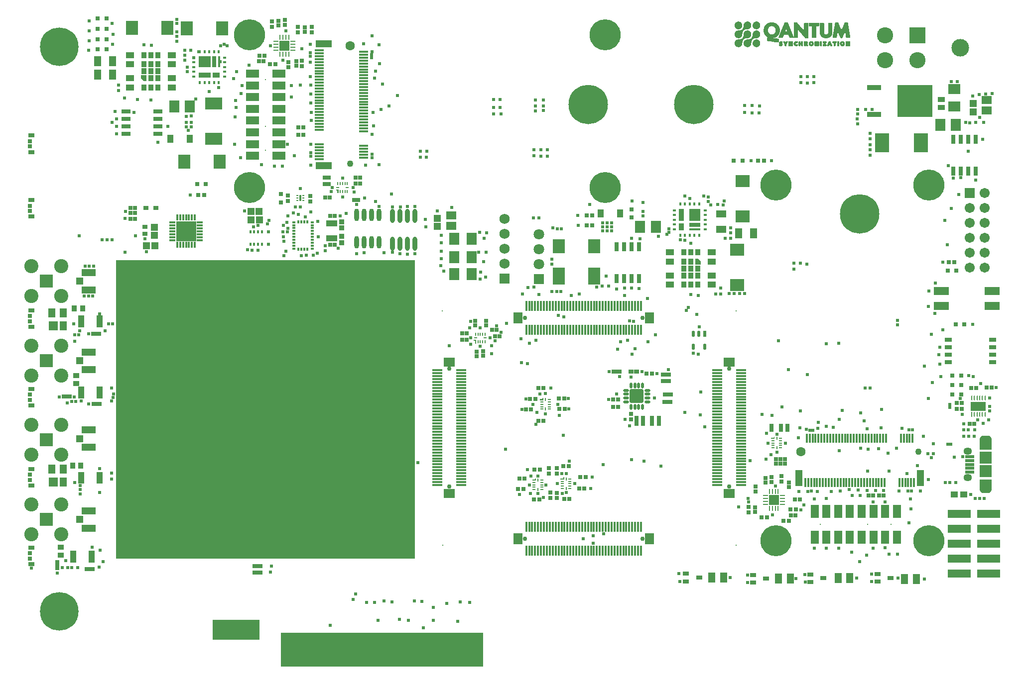
<source format=gts>
G04*
G04 #@! TF.GenerationSoftware,Altium Limited,Altium Designer,21.6.4 (81)*
G04*
G04 Layer_Color=8388736*
%FSAX25Y25*%
%MOIN*%
G70*
G04*
G04 #@! TF.SameCoordinates,7F8DAD8D-1828-4383-9AFE-05E1B4F186B9*
G04*
G04*
G04 #@! TF.FilePolarity,Negative*
G04*
G01*
G75*
%ADD44R,0.03543X0.02953*%
%ADD45R,0.03543X0.03150*%
%ADD49R,0.05512X0.03937*%
%ADD50R,0.03543X0.03937*%
%ADD51C,0.02918*%
%ADD52R,0.01457X0.00945*%
%ADD53R,0.01575X0.04252*%
%ADD54R,0.07835X0.09173*%
%ADD61R,0.03150X0.03150*%
%ADD62R,0.05000X0.02992*%
%ADD65R,0.07100X0.07100*%
%ADD66R,0.01000X0.03200*%
%ADD67R,0.03200X0.01000*%
%ADD70R,0.06102X0.01181*%
%ADD71R,0.10827X0.04724*%
%ADD72R,0.01181X0.06102*%
%ADD73R,0.04724X0.10827*%
%ADD74R,0.09800X0.03700*%
%ADD75R,0.23300X0.21700*%
%ADD78R,0.05100X0.03500*%
%ADD79R,0.08300X0.03500*%
%ADD80R,0.08300X0.07400*%
%ADD81R,0.02600X0.07400*%
%ADD82R,0.01400X0.07400*%
%ADD83R,0.02000X0.01300*%
%ADD84R,0.01300X0.02000*%
%ADD85R,0.09173X0.07835*%
%ADD86R,0.02816X0.02648*%
%ADD87R,0.02016X0.02288*%
%ADD88R,0.02911X0.02648*%
%ADD89R,0.02756X0.02756*%
G04:AMPARAMS|DCode=90|XSize=40.88mil|YSize=20.95mil|CornerRadius=10.48mil|HoleSize=0mil|Usage=FLASHONLY|Rotation=270.000|XOffset=0mil|YOffset=0mil|HoleType=Round|Shape=RoundedRectangle|*
%AMROUNDEDRECTD90*
21,1,0.04088,0.00000,0,0,270.0*
21,1,0.01993,0.02095,0,0,270.0*
1,1,0.02095,0.00000,-0.00996*
1,1,0.02095,0.00000,0.00996*
1,1,0.02095,0.00000,0.00996*
1,1,0.02095,0.00000,-0.00996*
%
%ADD90ROUNDEDRECTD90*%
%ADD91R,0.02095X0.04088*%
G04:AMPARAMS|DCode=92|XSize=61.02mil|YSize=23.62mil|CornerRadius=2.01mil|HoleSize=0mil|Usage=FLASHONLY|Rotation=90.000|XOffset=0mil|YOffset=0mil|HoleType=Round|Shape=RoundedRectangle|*
%AMROUNDEDRECTD92*
21,1,0.06102,0.01961,0,0,90.0*
21,1,0.05701,0.02362,0,0,90.0*
1,1,0.00402,0.00980,0.02850*
1,1,0.00402,0.00980,-0.02850*
1,1,0.00402,-0.00980,-0.02850*
1,1,0.00402,-0.00980,0.02850*
%
%ADD92ROUNDEDRECTD92*%
G04:AMPARAMS|DCode=94|XSize=61.02mil|YSize=23.62mil|CornerRadius=2.01mil|HoleSize=0mil|Usage=FLASHONLY|Rotation=0.000|XOffset=0mil|YOffset=0mil|HoleType=Round|Shape=RoundedRectangle|*
%AMROUNDEDRECTD94*
21,1,0.06102,0.01961,0,0,0.0*
21,1,0.05701,0.02362,0,0,0.0*
1,1,0.00402,0.02850,-0.00980*
1,1,0.00402,-0.02850,-0.00980*
1,1,0.00402,-0.02850,0.00980*
1,1,0.00402,0.02850,0.00980*
%
%ADD94ROUNDEDRECTD94*%
%ADD95R,0.04546X0.06717*%
%ADD96R,0.03500X0.05100*%
%ADD97R,0.03500X0.08300*%
%ADD98R,0.07400X0.08300*%
%ADD99R,0.07400X0.02600*%
%ADD100R,0.07400X0.01400*%
%ADD101R,0.06717X0.04546*%
%ADD102R,0.04331X0.05315*%
%ADD103R,0.07874X0.11811*%
%ADD104R,0.11811X0.07874*%
%ADD105R,0.02631X0.02648*%
%ADD111R,0.07480X0.04331*%
%ADD113R,0.02648X0.02911*%
%ADD120R,0.02288X0.02016*%
%ADD124R,0.02648X0.02816*%
%ADD125R,0.01378X0.01968*%
%ADD128R,0.01870X0.01968*%
G04:AMPARAMS|DCode=129|XSize=33.06mil|YSize=8.76mil|CornerRadius=4.38mil|HoleSize=0mil|Usage=FLASHONLY|Rotation=90.000|XOffset=0mil|YOffset=0mil|HoleType=Round|Shape=RoundedRectangle|*
%AMROUNDEDRECTD129*
21,1,0.03306,0.00000,0,0,90.0*
21,1,0.02430,0.00876,0,0,90.0*
1,1,0.00876,0.00000,0.01215*
1,1,0.00876,0.00000,-0.01215*
1,1,0.00876,0.00000,-0.01215*
1,1,0.00876,0.00000,0.01215*
%
%ADD129ROUNDEDRECTD129*%
%ADD130R,0.00876X0.03306*%
%ADD131R,0.05142X0.04166*%
%ADD132R,0.01968X0.01968*%
%ADD133R,0.09449X0.12992*%
%ADD145R,0.01181X0.02067*%
%ADD146R,0.01181X0.02067*%
%ADD147R,0.02067X0.01575*%
%ADD148R,0.02067X0.01575*%
%ADD149R,0.31496X0.13583*%
%ADD150R,1.35433X0.23032*%
%ADD151R,0.13595X0.13595*%
%ADD152R,0.01824X0.04343*%
%ADD153R,0.04343X0.01824*%
%ADD154R,0.04540X0.04540*%
%ADD155R,0.02572X0.02572*%
%ADD156R,0.05131X0.04934*%
%ADD157R,0.04934X0.05131*%
%ADD158R,0.06509X0.05328*%
%ADD159R,0.06509X0.08280*%
G04:AMPARAMS|DCode=160|XSize=19.81mil|YSize=37.53mil|CornerRadius=5.95mil|HoleSize=0mil|Usage=FLASHONLY|Rotation=180.000|XOffset=0mil|YOffset=0mil|HoleType=Round|Shape=RoundedRectangle|*
%AMROUNDEDRECTD160*
21,1,0.01981,0.02563,0,0,180.0*
21,1,0.00791,0.03753,0,0,180.0*
1,1,0.01190,-0.00396,0.01282*
1,1,0.01190,0.00396,0.01282*
1,1,0.01190,0.00396,-0.01282*
1,1,0.01190,-0.00396,-0.01282*
%
%ADD160ROUNDEDRECTD160*%
G04:AMPARAMS|DCode=161|XSize=19.81mil|YSize=37.53mil|CornerRadius=5.95mil|HoleSize=0mil|Usage=FLASHONLY|Rotation=90.000|XOffset=0mil|YOffset=0mil|HoleType=Round|Shape=RoundedRectangle|*
%AMROUNDEDRECTD161*
21,1,0.01981,0.02563,0,0,90.0*
21,1,0.00791,0.03753,0,0,90.0*
1,1,0.01190,0.01282,0.00396*
1,1,0.01190,0.01282,-0.00396*
1,1,0.01190,-0.01282,-0.00396*
1,1,0.01190,-0.01282,0.00396*
%
%ADD161ROUNDEDRECTD161*%
G04:AMPARAMS|DCode=162|XSize=90.68mil|YSize=90.68mil|CornerRadius=6.07mil|HoleSize=0mil|Usage=FLASHONLY|Rotation=90.000|XOffset=0mil|YOffset=0mil|HoleType=Round|Shape=RoundedRectangle|*
%AMROUNDEDRECTD162*
21,1,0.09068,0.07854,0,0,90.0*
21,1,0.07854,0.09068,0,0,90.0*
1,1,0.01213,0.03927,0.03927*
1,1,0.01213,0.03927,-0.03927*
1,1,0.01213,-0.03927,-0.03927*
1,1,0.01213,-0.03927,0.03927*
%
%ADD162ROUNDEDRECTD162*%
%ADD163R,0.06115X0.02375*%
%ADD164R,0.08280X0.07887*%
%ADD165R,0.09087X0.05209*%
%ADD166R,0.02769X0.02572*%
%ADD167R,0.10400X0.05200*%
%ADD168R,0.02965X0.02965*%
%ADD169R,0.02362X0.00787*%
%ADD170R,0.00787X0.02362*%
%ADD171C,0.00709*%
%ADD172R,0.02572X0.02769*%
%ADD173R,0.02965X0.02965*%
%ADD174R,0.00787X0.02362*%
%ADD175R,0.02362X0.00787*%
%ADD176R,0.06706X0.08083*%
%ADD177R,0.03359X0.03162*%
%ADD178R,0.01784X0.06902*%
%ADD179R,0.06115X0.07493*%
%ADD180O,0.03162X0.09461*%
%ADD181O,0.03162X0.08280*%
%ADD182R,0.03635X0.03635*%
%ADD183R,0.05209X0.09087*%
%ADD184R,0.04343X0.02769*%
%ADD185R,0.04540X0.06509*%
%ADD186R,0.04934X0.04737*%
%ADD187R,0.09461X0.04934*%
%ADD188R,0.03162X0.03359*%
%ADD189R,0.04737X0.06312*%
%ADD190R,0.06312X0.06312*%
%ADD191R,0.15288X0.05800*%
%ADD192R,0.04343X0.03162*%
%ADD193R,0.02965X0.03162*%
%ADD194R,0.10039X0.06496*%
%ADD195R,0.07493X0.06115*%
%ADD196R,0.06902X0.01784*%
%ADD197R,0.07887X0.01784*%
%ADD198R,0.08280X0.06509*%
%ADD199R,0.04147X0.01981*%
%ADD200R,0.04343X0.03556*%
%ADD201R,0.03556X0.04343*%
%ADD202R,0.03600X0.17300*%
%ADD203R,0.03600X0.13400*%
%ADD204R,0.04737X0.03635*%
%ADD205R,0.08280X0.07001*%
%ADD206C,0.09461*%
%ADD207R,0.08674X0.08674*%
%ADD208C,0.06902*%
%ADD209R,0.06902X0.06902*%
%ADD210C,0.07099*%
%ADD211R,0.07099X0.07099*%
%ADD212C,0.11800*%
%ADD213R,0.10827X0.10827*%
%ADD214C,0.10827*%
%ADD215C,0.25800*%
%ADD216O,0.05721X0.04934*%
%ADD217O,0.08280X0.05524*%
%ADD218C,0.00800*%
%ADD219C,0.06299*%
%ADD220C,0.04331*%
%ADD221C,0.26391*%
%ADD222C,0.02966*%
%ADD223C,0.10800*%
%ADD224C,0.24800*%
%ADD225R,0.00800X0.00800*%
%ADD226R,0.06706X0.06706*%
%ADD227C,0.06706*%
%ADD228C,0.02400*%
%ADD229C,0.20800*%
G36*
X0467012Y0016737D02*
X0467063Y0016726D01*
X0467067Y0016725D01*
X0467115Y0016722D01*
X0467167Y0016712D01*
X0467174Y0016709D01*
X0467204Y0016707D01*
X0467255Y0016697D01*
X0467266Y0016693D01*
X0467277Y0016692D01*
X0467329Y0016682D01*
X0467350Y0016675D01*
X0467388Y0016667D01*
X0467430Y0016653D01*
X0467432Y0016653D01*
X0467453Y0016645D01*
X0467491Y0016638D01*
X0467533Y0016624D01*
X0467535Y0016623D01*
X0467577Y0016609D01*
X0467579Y0016609D01*
X0467629Y0016592D01*
X0467658Y0016577D01*
X0467702Y0016562D01*
X0467749Y0016539D01*
X0467751Y0016538D01*
X0467779Y0016524D01*
X0467780Y0016523D01*
X0467790Y0016518D01*
X0467835Y0016503D01*
X0467882Y0016480D01*
X0467883Y0016479D01*
X0467911Y0016465D01*
X0467955Y0016436D01*
X0467955Y0016436D01*
X0467956Y0016436D01*
X0467957Y0016435D01*
X0467985Y0016421D01*
X0467986Y0016420D01*
X0468015Y0016406D01*
X0468016Y0016406D01*
X0468044Y0016392D01*
X0468088Y0016363D01*
X0468088Y0016362D01*
X0468088Y0016362D01*
X0468089Y0016361D01*
X0468118Y0016347D01*
X0468161Y0016318D01*
X0468161Y0016318D01*
X0468162Y0016318D01*
X0468206Y0016289D01*
X0468229Y0016269D01*
X0468264Y0016245D01*
X0468304Y0016210D01*
X0468307Y0016206D01*
X0468338Y0016186D01*
X0468378Y0016151D01*
X0468384Y0016143D01*
X0468392Y0016136D01*
X0468396Y0016133D01*
X0468427Y0016112D01*
X0468466Y0016078D01*
X0468473Y0016070D01*
X0468481Y0016063D01*
X0468488Y0016055D01*
X0468496Y0016048D01*
X0468502Y0016040D01*
X0468510Y0016033D01*
X0468517Y0016025D01*
X0468525Y0016018D01*
X0468532Y0016011D01*
X0468540Y0016004D01*
X0468546Y0015996D01*
X0468554Y0015989D01*
X0468561Y0015981D01*
X0468569Y0015974D01*
X0468576Y0015966D01*
X0468584Y0015960D01*
X0468591Y0015952D01*
X0468599Y0015945D01*
X0468605Y0015937D01*
X0468613Y0015930D01*
X0468648Y0015891D01*
X0468669Y0015860D01*
X0468672Y0015856D01*
X0468679Y0015849D01*
X0468687Y0015842D01*
X0468694Y0015834D01*
X0468702Y0015827D01*
X0468736Y0015788D01*
X0468760Y0015752D01*
X0468781Y0015729D01*
X0468804Y0015693D01*
X0468825Y0015670D01*
X0468854Y0015626D01*
X0468854Y0015626D01*
X0468854Y0015626D01*
X0468883Y0015582D01*
X0468897Y0015553D01*
X0468898Y0015552D01*
X0468898Y0015552D01*
X0468898Y0015552D01*
X0468927Y0015508D01*
X0468941Y0015480D01*
X0468942Y0015479D01*
X0468942Y0015478D01*
X0468943Y0015478D01*
X0468972Y0015435D01*
X0468986Y0015406D01*
X0468986Y0015405D01*
X0469000Y0015377D01*
X0469001Y0015376D01*
X0469015Y0015347D01*
X0469016Y0015346D01*
X0469030Y0015318D01*
X0469031Y0015317D01*
X0469038Y0015301D01*
X0469045Y0015288D01*
X0469045Y0015287D01*
X0469059Y0015259D01*
X0469060Y0015258D01*
X0469083Y0015211D01*
X0469098Y0015166D01*
X0469113Y0015137D01*
X0469128Y0015092D01*
X0469142Y0015063D01*
X0469159Y0015014D01*
X0469160Y0015012D01*
X0469174Y0014970D01*
X0469174Y0014968D01*
X0469188Y0014925D01*
X0469196Y0014888D01*
X0469203Y0014866D01*
X0469204Y0014864D01*
X0469218Y0014822D01*
X0469228Y0014771D01*
X0469229Y0014760D01*
X0469233Y0014749D01*
X0469240Y0014711D01*
X0469247Y0014690D01*
X0469258Y0014638D01*
X0469260Y0014609D01*
X0469262Y0014601D01*
X0469272Y0014550D01*
X0469276Y0014498D01*
Y0014487D01*
X0469277Y0014483D01*
X0469287Y0014432D01*
X0469291Y0014380D01*
Y0013938D01*
X0469287Y0013885D01*
X0469277Y0013834D01*
X0469276Y0013831D01*
Y0013820D01*
X0469272Y0013767D01*
X0469262Y0013716D01*
X0469260Y0013708D01*
X0469258Y0013679D01*
X0469247Y0013628D01*
X0469240Y0013606D01*
X0469233Y0013569D01*
X0469229Y0013557D01*
X0469228Y0013546D01*
X0469218Y0013495D01*
X0469204Y0013453D01*
X0469203Y0013451D01*
X0469196Y0013429D01*
X0469188Y0013392D01*
X0469174Y0013350D01*
X0469174Y0013348D01*
X0469160Y0013305D01*
X0469159Y0013304D01*
X0469142Y0013254D01*
X0469128Y0013225D01*
X0469113Y0013180D01*
X0469098Y0013151D01*
X0469083Y0013106D01*
X0469060Y0013059D01*
X0469059Y0013058D01*
X0469045Y0013030D01*
X0469045Y0013029D01*
X0469031Y0013001D01*
X0469030Y0012999D01*
X0469016Y0012971D01*
X0469015Y0012970D01*
X0469001Y0012942D01*
X0469000Y0012940D01*
X0468994Y0012928D01*
X0468986Y0012912D01*
X0468986Y0012911D01*
X0468972Y0012883D01*
X0468943Y0012839D01*
X0468942Y0012839D01*
X0468942Y0012839D01*
X0468941Y0012837D01*
X0468927Y0012809D01*
X0468898Y0012765D01*
X0468898Y0012765D01*
X0468898Y0012765D01*
X0468897Y0012764D01*
X0468883Y0012735D01*
X0468854Y0012692D01*
X0468854Y0012692D01*
X0468854Y0012691D01*
X0468825Y0012648D01*
X0468804Y0012624D01*
X0468792Y0012605D01*
X0468781Y0012589D01*
X0468760Y0012565D01*
X0468753Y0012555D01*
X0468736Y0012530D01*
X0468702Y0012490D01*
X0468694Y0012483D01*
X0468687Y0012476D01*
X0468679Y0012469D01*
X0468672Y0012461D01*
X0468669Y0012458D01*
X0468648Y0012427D01*
X0468613Y0012387D01*
X0468606Y0012380D01*
X0468599Y0012372D01*
X0468591Y0012365D01*
X0468584Y0012358D01*
X0468576Y0012351D01*
X0468569Y0012343D01*
X0468561Y0012336D01*
X0468561Y0012336D01*
X0468554Y0012328D01*
X0468546Y0012321D01*
X0468540Y0012314D01*
X0468532Y0012307D01*
X0468525Y0012299D01*
X0468517Y0012292D01*
X0468510Y0012284D01*
X0468502Y0012277D01*
X0468496Y0012269D01*
X0468488Y0012262D01*
X0468481Y0012254D01*
X0468473Y0012248D01*
X0468466Y0012240D01*
X0468458Y0012233D01*
X0468451Y0012225D01*
X0468412Y0012190D01*
X0468381Y0012170D01*
X0468378Y0012166D01*
X0468338Y0012132D01*
X0468307Y0012111D01*
X0468304Y0012107D01*
X0468264Y0012073D01*
X0468229Y0012049D01*
X0468206Y0012028D01*
X0468162Y0011999D01*
X0468161Y0011999D01*
X0468161Y0011999D01*
X0468118Y0011970D01*
X0468089Y0011956D01*
X0468088Y0011955D01*
X0468088Y0011955D01*
X0468088Y0011955D01*
X0468044Y0011926D01*
X0468016Y0011912D01*
X0468015Y0011911D01*
X0467986Y0011897D01*
X0467985Y0011896D01*
X0467957Y0011882D01*
X0467956Y0011881D01*
X0467955Y0011881D01*
X0467955Y0011881D01*
X0467911Y0011852D01*
X0467883Y0011838D01*
X0467882Y0011837D01*
X0467835Y0011814D01*
X0467790Y0011799D01*
X0467780Y0011794D01*
X0467779Y0011793D01*
X0467751Y0011779D01*
X0467749Y0011778D01*
X0467702Y0011755D01*
X0467658Y0011740D01*
X0467629Y0011726D01*
X0467579Y0011709D01*
X0467577Y0011708D01*
X0467535Y0011694D01*
X0467533Y0011694D01*
X0467491Y0011679D01*
X0467453Y0011672D01*
X0467432Y0011665D01*
X0467430Y0011664D01*
X0467388Y0011650D01*
X0467350Y0011642D01*
X0467329Y0011635D01*
X0467277Y0011625D01*
X0467266Y0011624D01*
X0467255Y0011620D01*
X0467204Y0011610D01*
X0467174Y0011608D01*
X0467167Y0011606D01*
X0467115Y0011595D01*
X0467067Y0011592D01*
X0467063Y0011591D01*
X0467012Y0011581D01*
X0466960Y0011577D01*
X0466518D01*
X0466465Y0011581D01*
X0466414Y0011591D01*
X0466410Y0011592D01*
X0466362Y0011595D01*
X0466311Y0011606D01*
X0466303Y0011608D01*
X0466274Y0011610D01*
X0466222Y0011620D01*
X0466219Y0011621D01*
X0466211Y0011624D01*
X0466200Y0011625D01*
X0466149Y0011635D01*
X0466127Y0011642D01*
X0466090Y0011650D01*
X0466047Y0011664D01*
X0466046Y0011665D01*
X0466024Y0011672D01*
X0465987Y0011679D01*
X0465944Y0011694D01*
X0465942Y0011694D01*
X0465900Y0011708D01*
X0465898Y0011709D01*
X0465849Y0011726D01*
X0465820Y0011740D01*
X0465775Y0011755D01*
X0465728Y0011778D01*
X0465727Y0011779D01*
X0465698Y0011793D01*
X0465697Y0011794D01*
X0465687Y0011799D01*
X0465642Y0011814D01*
X0465595Y0011837D01*
X0465594Y0011838D01*
X0465566Y0011852D01*
X0465522Y0011881D01*
X0465522Y0011881D01*
X0465522Y0011881D01*
X0465521Y0011882D01*
X0465492Y0011896D01*
X0465491Y0011897D01*
X0465463Y0011911D01*
X0465462Y0011912D01*
X0465433Y0011926D01*
X0465390Y0011955D01*
X0465390Y0011955D01*
X0465389Y0011955D01*
X0465388Y0011956D01*
X0465360Y0011970D01*
X0465316Y0011999D01*
X0465316Y0011999D01*
X0465315Y0011999D01*
X0465272Y0012028D01*
X0465249Y0012049D01*
X0465213Y0012073D01*
X0465173Y0012107D01*
X0465170Y0012111D01*
X0465139Y0012132D01*
X0465100Y0012166D01*
X0465093Y0012174D01*
X0465085Y0012181D01*
X0465082Y0012184D01*
X0465051Y0012205D01*
X0465011Y0012240D01*
X0465004Y0012248D01*
X0464997Y0012254D01*
X0464990Y0012262D01*
X0464982Y0012269D01*
X0464975Y0012277D01*
X0464967Y0012284D01*
X0464960Y0012292D01*
X0464953Y0012299D01*
X0464946Y0012307D01*
X0464938Y0012314D01*
X0464931Y0012321D01*
X0464923Y0012328D01*
X0464916Y0012336D01*
X0464908Y0012343D01*
X0464901Y0012351D01*
X0464893Y0012358D01*
X0464887Y0012365D01*
X0464879Y0012372D01*
X0464872Y0012380D01*
X0464864Y0012387D01*
X0464829Y0012427D01*
X0464809Y0012458D01*
X0464805Y0012461D01*
X0464805Y0012461D01*
X0464798Y0012469D01*
X0464790Y0012476D01*
X0464783Y0012483D01*
X0464776Y0012490D01*
X0464741Y0012530D01*
X0464725Y0012553D01*
X0464717Y0012565D01*
X0464697Y0012589D01*
X0464673Y0012624D01*
X0464653Y0012648D01*
X0464623Y0012691D01*
X0464623Y0012692D01*
X0464623Y0012692D01*
X0464594Y0012735D01*
X0464594Y0012736D01*
X0464594Y0012736D01*
X0464565Y0012779D01*
X0464551Y0012808D01*
X0464550Y0012809D01*
X0464536Y0012837D01*
X0464535Y0012839D01*
X0464535Y0012839D01*
X0464535Y0012839D01*
X0464506Y0012883D01*
X0464492Y0012911D01*
X0464491Y0012912D01*
X0464482Y0012930D01*
X0464477Y0012941D01*
X0464476Y0012942D01*
X0464462Y0012970D01*
X0464462Y0012971D01*
X0464447Y0012999D01*
X0464447Y0013001D01*
X0464433Y0013029D01*
X0464432Y0013030D01*
X0464418Y0013058D01*
X0464417Y0013059D01*
X0464394Y0013106D01*
X0464379Y0013151D01*
X0464365Y0013180D01*
X0464355Y0013209D01*
X0464350Y0013225D01*
X0464335Y0013254D01*
X0464318Y0013304D01*
X0464318Y0013305D01*
X0464304Y0013348D01*
X0464303Y0013350D01*
X0464289Y0013392D01*
X0464281Y0013429D01*
X0464274Y0013451D01*
X0464274Y0013453D01*
X0464259Y0013495D01*
X0464249Y0013546D01*
X0464248Y0013558D01*
X0464245Y0013569D01*
X0464237Y0013606D01*
X0464230Y0013628D01*
X0464220Y0013679D01*
X0464218Y0013708D01*
X0464215Y0013716D01*
X0464205Y0013767D01*
X0464201Y0013820D01*
Y0013831D01*
X0464200Y0013834D01*
X0464190Y0013885D01*
X0464187Y0013938D01*
Y0014380D01*
X0464190Y0014432D01*
X0464200Y0014483D01*
X0464201Y0014487D01*
Y0014498D01*
X0464205Y0014550D01*
X0464215Y0014601D01*
X0464218Y0014609D01*
X0464220Y0014638D01*
X0464230Y0014690D01*
X0464237Y0014711D01*
X0464237Y0014711D01*
X0464245Y0014749D01*
X0464248Y0014760D01*
X0464249Y0014771D01*
X0464259Y0014822D01*
X0464270Y0014852D01*
X0464274Y0014864D01*
X0464274Y0014866D01*
X0464281Y0014888D01*
X0464289Y0014925D01*
X0464303Y0014968D01*
X0464304Y0014970D01*
X0464318Y0015012D01*
X0464318Y0015014D01*
X0464335Y0015063D01*
X0464350Y0015092D01*
X0464365Y0015137D01*
X0464379Y0015166D01*
X0464394Y0015211D01*
X0464417Y0015258D01*
X0464418Y0015259D01*
X0464432Y0015287D01*
X0464433Y0015288D01*
X0464447Y0015317D01*
X0464447Y0015318D01*
X0464462Y0015346D01*
X0464462Y0015347D01*
X0464476Y0015376D01*
X0464477Y0015377D01*
X0464491Y0015405D01*
X0464492Y0015406D01*
X0464506Y0015435D01*
X0464535Y0015478D01*
X0464535Y0015478D01*
X0464535Y0015479D01*
X0464536Y0015480D01*
X0464550Y0015508D01*
X0464551Y0015509D01*
X0464565Y0015538D01*
X0464594Y0015581D01*
X0464594Y0015581D01*
X0464594Y0015582D01*
X0464623Y0015626D01*
X0464623Y0015626D01*
X0464623Y0015626D01*
X0464653Y0015670D01*
X0464673Y0015693D01*
X0464697Y0015729D01*
X0464717Y0015752D01*
X0464741Y0015788D01*
X0464776Y0015827D01*
X0464783Y0015834D01*
X0464790Y0015842D01*
X0464798Y0015849D01*
X0464805Y0015856D01*
X0464809Y0015860D01*
X0464829Y0015891D01*
X0464864Y0015930D01*
X0464872Y0015937D01*
X0464879Y0015945D01*
X0464887Y0015952D01*
X0464893Y0015960D01*
X0464901Y0015966D01*
X0464908Y0015974D01*
X0464916Y0015981D01*
X0464923Y0015989D01*
X0464931Y0015996D01*
X0464938Y0016004D01*
X0464946Y0016011D01*
X0464953Y0016018D01*
X0464960Y0016025D01*
X0464967Y0016033D01*
X0464975Y0016040D01*
X0464982Y0016048D01*
X0464990Y0016055D01*
X0464997Y0016063D01*
X0465004Y0016070D01*
X0465011Y0016078D01*
X0465019Y0016084D01*
X0465026Y0016092D01*
X0465065Y0016127D01*
X0465097Y0016148D01*
X0465100Y0016151D01*
X0465108Y0016158D01*
X0465114Y0016166D01*
X0465154Y0016200D01*
X0465190Y0016224D01*
X0465213Y0016245D01*
X0465249Y0016269D01*
X0465272Y0016289D01*
X0465315Y0016318D01*
X0465316Y0016318D01*
X0465316Y0016318D01*
X0465360Y0016347D01*
X0465388Y0016361D01*
X0465389Y0016362D01*
X0465390Y0016362D01*
X0465390Y0016363D01*
X0465433Y0016392D01*
X0465461Y0016406D01*
X0465463Y0016406D01*
X0465480Y0016415D01*
X0465491Y0016420D01*
X0465492Y0016421D01*
X0465521Y0016435D01*
X0465522Y0016436D01*
X0465522Y0016436D01*
X0465522Y0016436D01*
X0465566Y0016465D01*
X0465594Y0016479D01*
X0465595Y0016480D01*
X0465642Y0016503D01*
X0465687Y0016518D01*
X0465697Y0016523D01*
X0465698Y0016524D01*
X0465727Y0016538D01*
X0465728Y0016539D01*
X0465775Y0016562D01*
X0465778Y0016563D01*
X0465820Y0016577D01*
X0465849Y0016592D01*
X0465898Y0016609D01*
X0465900Y0016609D01*
X0465942Y0016623D01*
X0465944Y0016624D01*
X0465987Y0016638D01*
X0466024Y0016645D01*
X0466046Y0016653D01*
X0466047Y0016653D01*
X0466090Y0016667D01*
X0466127Y0016675D01*
X0466149Y0016682D01*
X0466200Y0016692D01*
X0466211Y0016693D01*
X0466222Y0016697D01*
X0466274Y0016707D01*
X0466303Y0016709D01*
X0466311Y0016712D01*
X0466362Y0016722D01*
X0466410Y0016725D01*
X0466414Y0016726D01*
X0466465Y0016737D01*
X0466518Y0016740D01*
X0466960D01*
X0467012Y0016737D01*
D02*
G37*
G36*
X0454990D02*
X0455041Y0016726D01*
X0455045Y0016725D01*
X0455093Y0016722D01*
X0455144Y0016712D01*
X0455152Y0016709D01*
X0455181Y0016707D01*
X0455233Y0016697D01*
X0455254Y0016690D01*
X0455292Y0016682D01*
X0455313Y0016675D01*
X0455350Y0016667D01*
X0455372Y0016660D01*
X0455409Y0016653D01*
X0455452Y0016638D01*
X0455454Y0016638D01*
X0455496Y0016624D01*
X0455498Y0016623D01*
X0455540Y0016609D01*
X0455542Y0016609D01*
X0455584Y0016594D01*
X0455586Y0016594D01*
X0455636Y0016577D01*
X0455665Y0016563D01*
X0455710Y0016547D01*
X0455757Y0016524D01*
X0455758Y0016523D01*
X0455786Y0016510D01*
X0455787Y0016509D01*
X0455816Y0016495D01*
X0455817Y0016494D01*
X0455845Y0016480D01*
X0455846Y0016479D01*
X0455874Y0016465D01*
X0455876Y0016465D01*
X0455904Y0016451D01*
X0455905Y0016450D01*
X0455933Y0016436D01*
X0455934Y0016435D01*
X0455963Y0016421D01*
X0456006Y0016392D01*
X0456007Y0016392D01*
X0456007Y0016392D01*
X0456008Y0016391D01*
X0456037Y0016377D01*
X0456038Y0016376D01*
X0456066Y0016362D01*
X0456110Y0016333D01*
X0456110Y0016333D01*
X0456110Y0016333D01*
X0456154Y0016304D01*
X0456154Y0016304D01*
X0456154Y0016303D01*
X0456198Y0016274D01*
X0456221Y0016254D01*
X0456257Y0016230D01*
X0456296Y0016195D01*
X0456303Y0016187D01*
X0456311Y0016181D01*
X0456314Y0016177D01*
X0456345Y0016156D01*
X0456385Y0016122D01*
X0456392Y0016114D01*
X0456399Y0016107D01*
X0456406Y0016099D01*
X0456414Y0016092D01*
X0456421Y0016084D01*
X0456429Y0016078D01*
X0456436Y0016070D01*
X0456444Y0016063D01*
X0456451Y0016055D01*
X0456458Y0016048D01*
X0456465Y0016040D01*
X0456473Y0016033D01*
X0456480Y0016025D01*
X0456488Y0016018D01*
X0456495Y0016011D01*
X0456503Y0016004D01*
X0456509Y0015996D01*
X0456517Y0015989D01*
X0456524Y0015981D01*
X0456532Y0015974D01*
X0456539Y0015966D01*
X0456547Y0015960D01*
X0456554Y0015952D01*
X0456562Y0015945D01*
X0456568Y0015937D01*
X0456576Y0015930D01*
X0456583Y0015922D01*
X0456591Y0015915D01*
X0456598Y0015908D01*
X0456606Y0015901D01*
X0456613Y0015893D01*
X0456621Y0015886D01*
X0456627Y0015878D01*
X0456635Y0015871D01*
X0456670Y0015832D01*
X0456691Y0015801D01*
X0456694Y0015798D01*
X0456729Y0015758D01*
X0456753Y0015722D01*
X0456773Y0015699D01*
X0456802Y0015656D01*
X0456802Y0015655D01*
X0456802Y0015655D01*
X0456832Y0015611D01*
X0456832Y0015611D01*
X0456832Y0015611D01*
X0456861Y0015567D01*
X0456861Y0015567D01*
X0456861Y0015567D01*
X0456890Y0015523D01*
X0456904Y0015495D01*
X0456905Y0015494D01*
X0456905Y0015494D01*
X0456905Y0015493D01*
X0456906Y0015493D01*
X0456935Y0015449D01*
X0456949Y0015421D01*
X0456949Y0015420D01*
X0456963Y0015392D01*
X0456964Y0015390D01*
X0456976Y0015367D01*
X0456978Y0015362D01*
X0456979Y0015361D01*
X0456993Y0015333D01*
X0456994Y0015331D01*
X0457008Y0015303D01*
X0457008Y0015302D01*
X0457022Y0015274D01*
X0457023Y0015272D01*
X0457046Y0015225D01*
X0457061Y0015181D01*
X0457066Y0015170D01*
X0457067Y0015169D01*
X0457090Y0015122D01*
X0457107Y0015073D01*
X0457108Y0015071D01*
X0457122Y0015029D01*
X0457122Y0015027D01*
X0457137Y0014984D01*
X0457137Y0014982D01*
X0457145Y0014960D01*
X0457152Y0014940D01*
X0457152Y0014938D01*
X0457166Y0014896D01*
X0457174Y0014859D01*
X0457181Y0014837D01*
X0457181Y0014835D01*
X0457196Y0014793D01*
X0457206Y0014741D01*
X0457207Y0014730D01*
X0457210Y0014719D01*
X0457221Y0014668D01*
X0457221Y0014657D01*
X0457225Y0014645D01*
X0457235Y0014594D01*
X0457238Y0014546D01*
X0457240Y0014542D01*
X0457250Y0014491D01*
X0457254Y0014439D01*
Y0014398D01*
X0457255Y0014395D01*
X0457265Y0014344D01*
X0457268Y0014291D01*
Y0014026D01*
X0457265Y0013974D01*
X0457255Y0013922D01*
X0457254Y0013919D01*
Y0013879D01*
X0457250Y0013826D01*
X0457240Y0013775D01*
X0457238Y0013771D01*
X0457235Y0013723D01*
X0457225Y0013672D01*
X0457221Y0013661D01*
X0457221Y0013650D01*
X0457210Y0013598D01*
X0457207Y0013587D01*
X0457206Y0013576D01*
X0457196Y0013524D01*
X0457181Y0013482D01*
X0457181Y0013480D01*
X0457174Y0013459D01*
X0457166Y0013421D01*
X0457152Y0013379D01*
X0457152Y0013377D01*
X0457137Y0013335D01*
X0457137Y0013333D01*
X0457122Y0013291D01*
X0457122Y0013289D01*
X0457108Y0013247D01*
X0457107Y0013244D01*
X0457090Y0013195D01*
X0457067Y0013148D01*
X0457066Y0013147D01*
X0457061Y0013136D01*
X0457046Y0013092D01*
X0457023Y0013045D01*
X0457022Y0013044D01*
X0457008Y0013015D01*
X0457008Y0013014D01*
X0456994Y0012986D01*
X0456993Y0012985D01*
X0456979Y0012956D01*
X0456978Y0012955D01*
X0456964Y0012927D01*
X0456963Y0012926D01*
X0456949Y0012897D01*
X0456949Y0012896D01*
X0456935Y0012868D01*
X0456906Y0012824D01*
X0456905Y0012824D01*
X0456905Y0012824D01*
X0456904Y0012823D01*
X0456890Y0012794D01*
X0456861Y0012751D01*
X0456861Y0012751D01*
X0456861Y0012750D01*
X0456832Y0012707D01*
X0456832Y0012706D01*
X0456832Y0012706D01*
X0456802Y0012662D01*
X0456802Y0012662D01*
X0456802Y0012662D01*
X0456773Y0012618D01*
X0456753Y0012595D01*
X0456729Y0012559D01*
X0456694Y0012520D01*
X0456691Y0012517D01*
X0456670Y0012485D01*
X0456635Y0012446D01*
X0456627Y0012439D01*
X0456621Y0012432D01*
X0456621Y0012431D01*
X0456613Y0012424D01*
X0456606Y0012417D01*
X0456598Y0012410D01*
X0456591Y0012402D01*
X0456583Y0012395D01*
X0456576Y0012387D01*
X0456568Y0012380D01*
X0456562Y0012372D01*
X0456554Y0012365D01*
X0456547Y0012358D01*
X0456539Y0012351D01*
X0456532Y0012343D01*
X0456524Y0012336D01*
X0456517Y0012328D01*
X0456509Y0012321D01*
X0456503Y0012314D01*
X0456495Y0012307D01*
X0456488Y0012299D01*
X0456480Y0012292D01*
X0456473Y0012284D01*
X0456465Y0012277D01*
X0456458Y0012269D01*
X0456451Y0012262D01*
X0456444Y0012254D01*
X0456436Y0012248D01*
X0456429Y0012240D01*
X0456421Y0012233D01*
X0456414Y0012225D01*
X0456406Y0012218D01*
X0456399Y0012210D01*
X0456392Y0012203D01*
X0456385Y0012196D01*
X0456345Y0012161D01*
X0456314Y0012140D01*
X0456311Y0012137D01*
X0456303Y0012130D01*
X0456296Y0012122D01*
X0456257Y0012087D01*
X0456221Y0012063D01*
X0456198Y0012043D01*
X0456154Y0012014D01*
X0456154Y0012014D01*
X0456154Y0012014D01*
X0456110Y0011985D01*
X0456110Y0011984D01*
X0456110Y0011984D01*
X0456066Y0011955D01*
X0456038Y0011941D01*
X0456037Y0011940D01*
X0456008Y0011926D01*
X0456007Y0011926D01*
X0456007Y0011925D01*
X0456006Y0011925D01*
X0455963Y0011896D01*
X0455934Y0011882D01*
X0455933Y0011881D01*
X0455905Y0011867D01*
X0455904Y0011867D01*
X0455876Y0011853D01*
X0455874Y0011852D01*
X0455846Y0011838D01*
X0455845Y0011837D01*
X0455817Y0011823D01*
X0455816Y0011823D01*
X0455787Y0011808D01*
X0455786Y0011808D01*
X0455758Y0011794D01*
X0455757Y0011793D01*
X0455710Y0011770D01*
X0455665Y0011755D01*
X0455636Y0011740D01*
X0455586Y0011723D01*
X0455584Y0011723D01*
X0455542Y0011709D01*
X0455540Y0011708D01*
X0455498Y0011694D01*
X0455496Y0011694D01*
X0455454Y0011679D01*
X0455452Y0011679D01*
X0455409Y0011665D01*
X0455372Y0011657D01*
X0455350Y0011650D01*
X0455313Y0011642D01*
X0455292Y0011635D01*
X0455254Y0011628D01*
X0455233Y0011620D01*
X0455181Y0011610D01*
X0455152Y0011608D01*
X0455144Y0011606D01*
X0455093Y0011595D01*
X0455045Y0011592D01*
X0455041Y0011591D01*
X0454990Y0011581D01*
X0454937Y0011577D01*
X0454481D01*
X0454428Y0011581D01*
X0454377Y0011591D01*
X0454373Y0011592D01*
X0454325Y0011595D01*
X0454274Y0011606D01*
X0454266Y0011608D01*
X0454237Y0011610D01*
X0454185Y0011620D01*
X0454164Y0011628D01*
X0454126Y0011635D01*
X0454105Y0011642D01*
X0454068Y0011650D01*
X0454046Y0011657D01*
X0454009Y0011665D01*
X0453966Y0011679D01*
X0453964Y0011679D01*
X0453922Y0011694D01*
X0453920Y0011694D01*
X0453878Y0011708D01*
X0453876Y0011709D01*
X0453834Y0011723D01*
X0453832Y0011723D01*
X0453782Y0011740D01*
X0453753Y0011755D01*
X0453709Y0011770D01*
X0453661Y0011793D01*
X0453660Y0011794D01*
X0453632Y0011808D01*
X0453631Y0011808D01*
X0453603Y0011823D01*
X0453601Y0011823D01*
X0453573Y0011837D01*
X0453572Y0011838D01*
X0453544Y0011852D01*
X0453542Y0011853D01*
X0453514Y0011867D01*
X0453513Y0011867D01*
X0453485Y0011881D01*
X0453483Y0011882D01*
X0453455Y0011896D01*
X0453412Y0011925D01*
X0453411Y0011925D01*
X0453411Y0011926D01*
X0453410Y0011926D01*
X0453381Y0011940D01*
X0453380Y0011941D01*
X0453352Y0011955D01*
X0453308Y0011984D01*
X0453308Y0011984D01*
X0453308Y0011985D01*
X0453264Y0012014D01*
X0453264Y0012014D01*
X0453264Y0012014D01*
X0453220Y0012043D01*
X0453197Y0012063D01*
X0453161Y0012087D01*
X0453122Y0012122D01*
X0453115Y0012130D01*
X0453107Y0012137D01*
X0453104Y0012140D01*
X0453073Y0012161D01*
X0453033Y0012196D01*
X0453026Y0012203D01*
X0453019Y0012210D01*
X0453012Y0012218D01*
X0453004Y0012225D01*
X0452997Y0012233D01*
X0452989Y0012240D01*
X0452982Y0012248D01*
X0452974Y0012254D01*
X0452968Y0012262D01*
X0452960Y0012269D01*
X0452953Y0012277D01*
X0452945Y0012284D01*
X0452938Y0012292D01*
X0452930Y0012299D01*
X0452923Y0012307D01*
X0452915Y0012314D01*
X0452909Y0012321D01*
X0452901Y0012328D01*
X0452894Y0012336D01*
X0452886Y0012343D01*
X0452879Y0012351D01*
X0452871Y0012358D01*
X0452864Y0012365D01*
X0452856Y0012372D01*
X0452850Y0012380D01*
X0452842Y0012387D01*
X0452835Y0012395D01*
X0452827Y0012402D01*
X0452820Y0012410D01*
X0452812Y0012417D01*
X0452805Y0012425D01*
X0452798Y0012431D01*
X0452791Y0012439D01*
X0452783Y0012446D01*
X0452748Y0012485D01*
X0452728Y0012517D01*
X0452724Y0012520D01*
X0452689Y0012559D01*
X0452665Y0012595D01*
X0452645Y0012618D01*
X0452616Y0012662D01*
X0452616Y0012662D01*
X0452616Y0012662D01*
X0452587Y0012706D01*
X0452586Y0012706D01*
X0452586Y0012707D01*
X0452557Y0012750D01*
X0452557Y0012751D01*
X0452557Y0012751D01*
X0452528Y0012794D01*
X0452514Y0012823D01*
X0452513Y0012824D01*
X0452513Y0012824D01*
X0452513Y0012824D01*
X0452483Y0012868D01*
X0452469Y0012896D01*
X0452469Y0012897D01*
X0452455Y0012926D01*
X0452454Y0012927D01*
X0452440Y0012955D01*
X0452439Y0012956D01*
X0452425Y0012985D01*
X0452424Y0012986D01*
X0452411Y0013014D01*
X0452410Y0013015D01*
X0452396Y0013044D01*
X0452395Y0013045D01*
X0452372Y0013092D01*
X0452357Y0013137D01*
X0452352Y0013147D01*
X0452351Y0013148D01*
X0452328Y0013195D01*
X0452311Y0013244D01*
X0452310Y0013247D01*
X0452296Y0013289D01*
X0452296Y0013291D01*
X0452281Y0013333D01*
X0452281Y0013335D01*
X0452267Y0013377D01*
X0452266Y0013379D01*
X0452252Y0013421D01*
X0452244Y0013459D01*
X0452237Y0013480D01*
X0452237Y0013482D01*
X0452222Y0013524D01*
X0452212Y0013576D01*
X0452211Y0013587D01*
X0452208Y0013598D01*
X0452197Y0013650D01*
X0452197Y0013661D01*
X0452193Y0013672D01*
X0452183Y0013723D01*
X0452179Y0013771D01*
X0452178Y0013775D01*
X0452168Y0013826D01*
X0452165Y0013879D01*
Y0013919D01*
X0452163Y0013922D01*
X0452153Y0013974D01*
X0452150Y0014026D01*
Y0014291D01*
X0452153Y0014344D01*
X0452163Y0014395D01*
X0452165Y0014398D01*
Y0014439D01*
X0452168Y0014491D01*
X0452178Y0014542D01*
X0452179Y0014546D01*
X0452183Y0014594D01*
X0452193Y0014645D01*
X0452197Y0014657D01*
X0452197Y0014668D01*
X0452208Y0014719D01*
X0452211Y0014730D01*
X0452212Y0014741D01*
X0452222Y0014793D01*
X0452237Y0014835D01*
X0452237Y0014837D01*
X0452244Y0014858D01*
X0452252Y0014896D01*
X0452266Y0014938D01*
X0452267Y0014940D01*
X0452281Y0014983D01*
X0452281Y0014984D01*
X0452283Y0014988D01*
X0452296Y0015027D01*
X0452296Y0015029D01*
X0452310Y0015071D01*
X0452311Y0015073D01*
X0452328Y0015122D01*
X0452351Y0015169D01*
X0452352Y0015171D01*
X0452357Y0015181D01*
X0452372Y0015225D01*
X0452395Y0015272D01*
X0452396Y0015274D01*
X0452410Y0015302D01*
X0452411Y0015303D01*
X0452424Y0015331D01*
X0452425Y0015333D01*
X0452439Y0015361D01*
X0452440Y0015362D01*
X0452454Y0015390D01*
X0452455Y0015392D01*
X0452469Y0015420D01*
X0452469Y0015421D01*
X0452483Y0015449D01*
X0452513Y0015493D01*
X0452513Y0015493D01*
X0452513Y0015494D01*
X0452514Y0015495D01*
X0452528Y0015523D01*
X0452557Y0015567D01*
X0452557Y0015567D01*
X0452557Y0015567D01*
X0452586Y0015611D01*
X0452586Y0015611D01*
X0452587Y0015611D01*
X0452616Y0015655D01*
X0452616Y0015655D01*
X0452616Y0015656D01*
X0452645Y0015699D01*
X0452665Y0015722D01*
X0452689Y0015758D01*
X0452724Y0015798D01*
X0452728Y0015801D01*
X0452748Y0015832D01*
X0452783Y0015871D01*
X0452791Y0015878D01*
X0452798Y0015886D01*
X0452805Y0015893D01*
X0452812Y0015901D01*
X0452815Y0015903D01*
X0452820Y0015908D01*
X0452827Y0015915D01*
X0452835Y0015922D01*
X0452842Y0015930D01*
X0452850Y0015937D01*
X0452856Y0015945D01*
X0452864Y0015952D01*
X0452871Y0015960D01*
X0452879Y0015967D01*
X0452886Y0015974D01*
X0452894Y0015981D01*
X0452901Y0015989D01*
X0452909Y0015996D01*
X0452915Y0016004D01*
X0452923Y0016011D01*
X0452930Y0016018D01*
X0452938Y0016025D01*
X0452945Y0016033D01*
X0452953Y0016040D01*
X0452960Y0016048D01*
X0452967Y0016055D01*
X0452974Y0016063D01*
X0452982Y0016070D01*
X0452989Y0016078D01*
X0452997Y0016084D01*
X0453004Y0016092D01*
X0453012Y0016099D01*
X0453019Y0016107D01*
X0453026Y0016114D01*
X0453033Y0016122D01*
X0453073Y0016156D01*
X0453104Y0016177D01*
X0453107Y0016181D01*
X0453115Y0016187D01*
X0453122Y0016195D01*
X0453161Y0016230D01*
X0453197Y0016254D01*
X0453220Y0016274D01*
X0453264Y0016303D01*
X0453264Y0016304D01*
X0453264Y0016304D01*
X0453308Y0016333D01*
X0453308Y0016333D01*
X0453308Y0016333D01*
X0453352Y0016362D01*
X0453380Y0016376D01*
X0453381Y0016377D01*
X0453410Y0016391D01*
X0453411Y0016392D01*
X0453411Y0016392D01*
X0453412Y0016392D01*
X0453455Y0016421D01*
X0453483Y0016435D01*
X0453485Y0016436D01*
X0453513Y0016450D01*
X0453514Y0016451D01*
X0453543Y0016465D01*
X0453544Y0016465D01*
X0453572Y0016479D01*
X0453573Y0016480D01*
X0453601Y0016494D01*
X0453603Y0016495D01*
X0453631Y0016509D01*
X0453632Y0016510D01*
X0453660Y0016523D01*
X0453661Y0016524D01*
X0453709Y0016547D01*
X0453753Y0016563D01*
X0453782Y0016577D01*
X0453832Y0016594D01*
X0453834Y0016594D01*
X0453876Y0016609D01*
X0453878Y0016609D01*
X0453920Y0016623D01*
X0453922Y0016624D01*
X0453964Y0016638D01*
X0453966Y0016638D01*
X0454009Y0016653D01*
X0454046Y0016660D01*
X0454068Y0016667D01*
X0454105Y0016675D01*
X0454126Y0016682D01*
X0454164Y0016690D01*
X0454185Y0016697D01*
X0454237Y0016707D01*
X0454266Y0016709D01*
X0454274Y0016712D01*
X0454325Y0016722D01*
X0454373Y0016725D01*
X0454377Y0016726D01*
X0454428Y0016737D01*
X0454481Y0016740D01*
X0454937D01*
X0454990Y0016737D01*
D02*
G37*
G36*
X0527654Y0016118D02*
X0527705Y0016107D01*
X0527755Y0016091D01*
X0527802Y0016068D01*
X0527846Y0016038D01*
X0527885Y0016004D01*
X0527892Y0015996D01*
X0527900Y0015989D01*
X0527934Y0015950D01*
X0527963Y0015906D01*
X0527987Y0015859D01*
X0528004Y0015809D01*
X0528014Y0015758D01*
X0528016Y0015729D01*
X0528018Y0015721D01*
X0528028Y0015669D01*
X0528030Y0015640D01*
X0528033Y0015633D01*
X0528043Y0015581D01*
X0528045Y0015552D01*
X0528048Y0015544D01*
X0528058Y0015493D01*
X0528060Y0015463D01*
X0528062Y0015456D01*
X0528073Y0015404D01*
X0528075Y0015373D01*
X0528076Y0015357D01*
X0528077Y0015353D01*
X0528087Y0015301D01*
X0528089Y0015272D01*
X0528092Y0015264D01*
X0528102Y0015213D01*
X0528104Y0015183D01*
X0528107Y0015176D01*
X0528117Y0015124D01*
X0528119Y0015095D01*
X0528121Y0015087D01*
X0528132Y0015036D01*
X0528135Y0014988D01*
X0528136Y0014984D01*
X0528146Y0014933D01*
X0528148Y0014904D01*
X0528151Y0014896D01*
X0528161Y0014844D01*
X0528163Y0014815D01*
X0528166Y0014807D01*
X0528176Y0014756D01*
X0528178Y0014727D01*
X0528180Y0014719D01*
X0528191Y0014668D01*
X0528193Y0014638D01*
X0528195Y0014631D01*
X0528205Y0014579D01*
X0528208Y0014540D01*
X0528208Y0014532D01*
X0528210Y0014528D01*
X0528220Y0014476D01*
X0528222Y0014447D01*
X0528225Y0014439D01*
X0528235Y0014388D01*
X0528237Y0014358D01*
X0528239Y0014351D01*
X0528250Y0014299D01*
X0528251Y0014270D01*
X0528254Y0014262D01*
X0528264Y0014211D01*
X0528266Y0014182D01*
X0528269Y0014174D01*
X0528279Y0014122D01*
X0528282Y0014075D01*
X0528284Y0014071D01*
X0528294Y0014019D01*
X0528296Y0013990D01*
X0528298Y0013982D01*
X0528308Y0013931D01*
X0528310Y0013902D01*
X0528313Y0013894D01*
X0528323Y0013843D01*
X0528325Y0013813D01*
X0528328Y0013806D01*
X0528338Y0013754D01*
X0528340Y0013725D01*
X0528342Y0013717D01*
X0528353Y0013666D01*
X0528356Y0013618D01*
X0528357Y0013614D01*
X0528367Y0013563D01*
X0528369Y0013533D01*
X0528372Y0013526D01*
X0528382Y0013474D01*
X0528384Y0013445D01*
X0528387Y0013437D01*
X0528397Y0013386D01*
X0528399Y0013356D01*
X0528401Y0013349D01*
X0528412Y0013297D01*
X0528413Y0013268D01*
X0528416Y0013261D01*
X0528426Y0013209D01*
X0528428Y0013180D01*
X0528431Y0013172D01*
X0528441Y0013121D01*
X0528444Y0013073D01*
X0528445Y0013069D01*
X0528456Y0013017D01*
X0528458Y0012988D01*
X0528460Y0012981D01*
X0528471Y0012929D01*
X0528472Y0012900D01*
X0528474Y0012895D01*
X0528475Y0012892D01*
X0528485Y0012841D01*
X0528487Y0012811D01*
X0528490Y0012804D01*
X0528500Y0012752D01*
X0528502Y0012723D01*
X0528505Y0012715D01*
X0528515Y0012664D01*
X0528518Y0012616D01*
X0528519Y0012612D01*
X0528529Y0012561D01*
X0528531Y0012531D01*
X0528534Y0012524D01*
X0528544Y0012472D01*
X0528546Y0012443D01*
X0528549Y0012436D01*
X0528559Y0012384D01*
X0528561Y0012355D01*
X0528563Y0012347D01*
X0528574Y0012296D01*
X0528576Y0012265D01*
X0528577Y0012248D01*
X0528578Y0012244D01*
X0528588Y0012192D01*
X0528590Y0012163D01*
X0528593Y0012156D01*
X0528603Y0012104D01*
X0528605Y0012075D01*
X0528608Y0012067D01*
X0528618Y0012016D01*
X0528620Y0011986D01*
X0528622Y0011979D01*
X0528633Y0011927D01*
X0528635Y0011898D01*
X0528637Y0011890D01*
X0528647Y0011839D01*
X0528648Y0011824D01*
X0528649Y0011810D01*
X0528652Y0011802D01*
X0528662Y0011750D01*
X0528665Y0011704D01*
X0528665Y0011703D01*
X0528666Y0011699D01*
X0528677Y0011647D01*
X0528679Y0011618D01*
X0528681Y0011610D01*
X0528691Y0011559D01*
X0528693Y0011530D01*
X0528696Y0011522D01*
X0528706Y0011471D01*
X0528708Y0011441D01*
X0528711Y0011434D01*
X0528721Y0011382D01*
X0528723Y0011353D01*
X0528725Y0011345D01*
X0528736Y0011294D01*
X0528739Y0011250D01*
X0528739Y0011246D01*
X0528740Y0011242D01*
X0528750Y0011191D01*
X0528752Y0011161D01*
X0528755Y0011154D01*
X0528765Y0011102D01*
X0528767Y0011073D01*
X0528770Y0011065D01*
X0528780Y0011014D01*
X0528782Y0010985D01*
X0528782Y0010984D01*
X0528784Y0010977D01*
X0528795Y0010925D01*
X0528797Y0010896D01*
X0528799Y0010888D01*
X0528809Y0010837D01*
X0528813Y0010789D01*
X0528814Y0010785D01*
X0528824Y0010734D01*
X0528826Y0010705D01*
X0528829Y0010697D01*
X0528839Y0010645D01*
X0528840Y0010631D01*
X0528841Y0010616D01*
X0528843Y0010609D01*
X0528854Y0010557D01*
X0528856Y0010528D01*
X0528858Y0010520D01*
X0528868Y0010469D01*
X0528870Y0010439D01*
X0528873Y0010432D01*
X0528883Y0010380D01*
X0528886Y0010333D01*
X0528888Y0010329D01*
X0528898Y0010277D01*
X0528899Y0010254D01*
X0528900Y0010248D01*
X0528902Y0010240D01*
X0528912Y0010189D01*
X0528914Y0010159D01*
X0528917Y0010152D01*
X0528927Y0010100D01*
X0528929Y0010071D01*
X0528932Y0010063D01*
X0528942Y0010012D01*
X0528944Y0009983D01*
X0528946Y0009975D01*
X0528957Y0009924D01*
X0528959Y0009894D01*
X0528961Y0009887D01*
X0528971Y0009835D01*
X0528974Y0009787D01*
X0528976Y0009783D01*
X0528986Y0009732D01*
X0528987Y0009721D01*
X0528988Y0009703D01*
X0528991Y0009695D01*
X0529001Y0009644D01*
X0529003Y0009614D01*
X0529005Y0009609D01*
X0529005Y0009607D01*
X0529016Y0009555D01*
X0529018Y0009526D01*
X0529020Y0009518D01*
X0529030Y0009467D01*
X0529032Y0009437D01*
X0529035Y0009430D01*
X0529045Y0009378D01*
X0529048Y0009331D01*
X0529050Y0009327D01*
X0529060Y0009275D01*
X0529062Y0009246D01*
X0529064Y0009238D01*
X0529075Y0009187D01*
X0529076Y0009157D01*
X0529079Y0009150D01*
X0529089Y0009099D01*
X0529091Y0009069D01*
X0529092Y0009067D01*
X0529094Y0009061D01*
X0529104Y0009010D01*
X0529106Y0008981D01*
X0529108Y0008973D01*
X0529119Y0008922D01*
X0529122Y0008874D01*
X0529123Y0008870D01*
X0529134Y0008819D01*
X0529135Y0008789D01*
X0529138Y0008782D01*
X0529148Y0008730D01*
X0529150Y0008701D01*
X0529153Y0008693D01*
X0529163Y0008642D01*
X0529165Y0008612D01*
X0529168Y0008605D01*
X0529178Y0008553D01*
X0529180Y0008524D01*
X0529182Y0008516D01*
X0529192Y0008465D01*
X0529196Y0008417D01*
X0529197Y0008413D01*
X0529207Y0008362D01*
X0529209Y0008332D01*
X0529212Y0008325D01*
X0529222Y0008273D01*
X0529224Y0008244D01*
X0529226Y0008236D01*
X0529237Y0008185D01*
X0529239Y0008156D01*
X0529241Y0008148D01*
X0529251Y0008097D01*
X0529253Y0008067D01*
X0529256Y0008060D01*
X0529266Y0008008D01*
X0529269Y0007966D01*
X0529269Y0007961D01*
X0529271Y0007957D01*
X0529281Y0007905D01*
X0529283Y0007876D01*
X0529285Y0007868D01*
X0529296Y0007817D01*
X0529297Y0007787D01*
X0529300Y0007780D01*
X0529310Y0007728D01*
X0529312Y0007705D01*
X0529312Y0007699D01*
X0529315Y0007691D01*
X0529325Y0007640D01*
X0529327Y0007611D01*
X0529329Y0007603D01*
X0529340Y0007552D01*
X0529343Y0007504D01*
X0529344Y0007500D01*
X0529354Y0007448D01*
X0529356Y0007419D01*
X0529359Y0007411D01*
X0529369Y0007360D01*
X0529371Y0007331D01*
X0529374Y0007323D01*
X0529384Y0007272D01*
X0529386Y0007242D01*
X0529389Y0007235D01*
X0529399Y0007183D01*
X0529401Y0007154D01*
X0529403Y0007146D01*
X0529413Y0007095D01*
X0529417Y0007047D01*
X0529418Y0007043D01*
X0529428Y0006992D01*
X0529430Y0006962D01*
X0529433Y0006955D01*
X0529443Y0006903D01*
X0529445Y0006874D01*
X0529447Y0006866D01*
X0529458Y0006815D01*
X0529459Y0006786D01*
X0529462Y0006778D01*
X0529472Y0006726D01*
X0529475Y0006679D01*
X0529477Y0006675D01*
X0529487Y0006623D01*
X0529489Y0006594D01*
X0529492Y0006586D01*
X0529502Y0006535D01*
X0529504Y0006506D01*
X0529506Y0006498D01*
X0529517Y0006447D01*
X0529519Y0006417D01*
X0529521Y0006410D01*
X0529531Y0006358D01*
X0529535Y0006306D01*
Y0006159D01*
X0529531Y0006106D01*
X0529521Y0006055D01*
X0529504Y0006005D01*
X0529481Y0005958D01*
X0529452Y0005914D01*
X0529417Y0005875D01*
X0529378Y0005841D01*
X0529334Y0005811D01*
X0529287Y0005788D01*
X0529238Y0005771D01*
X0529186Y0005761D01*
X0529134Y0005758D01*
X0527086D01*
X0527034Y0005761D01*
X0526982Y0005771D01*
X0526932Y0005788D01*
X0526886Y0005811D01*
X0526842Y0005841D01*
X0526802Y0005875D01*
X0526796Y0005883D01*
X0526788Y0005890D01*
X0526753Y0005929D01*
X0526724Y0005973D01*
X0526701Y0006020D01*
X0526684Y0006069D01*
X0526674Y0006121D01*
X0526672Y0006150D01*
X0526669Y0006158D01*
X0526659Y0006209D01*
X0526656Y0006262D01*
Y0006273D01*
X0526654Y0006276D01*
X0526644Y0006327D01*
X0526641Y0006375D01*
X0526640Y0006379D01*
X0526630Y0006430D01*
X0526628Y0006453D01*
X0526626Y0006478D01*
X0526625Y0006482D01*
X0526615Y0006533D01*
X0526613Y0006559D01*
X0526612Y0006581D01*
X0526610Y0006585D01*
X0526600Y0006637D01*
X0526599Y0006655D01*
X0526597Y0006684D01*
X0526596Y0006688D01*
X0526585Y0006740D01*
X0526582Y0006792D01*
Y0006803D01*
X0526581Y0006806D01*
X0526571Y0006858D01*
X0526568Y0006905D01*
X0526566Y0006909D01*
X0526556Y0006961D01*
X0526554Y0006992D01*
X0526553Y0007008D01*
X0526551Y0007012D01*
X0526541Y0007064D01*
X0526538Y0007112D01*
X0526537Y0007115D01*
X0526526Y0007167D01*
X0526523Y0007215D01*
X0526522Y0007219D01*
X0526512Y0007270D01*
X0526509Y0007318D01*
X0526507Y0007322D01*
X0526497Y0007373D01*
X0526494Y0007421D01*
X0526493Y0007425D01*
X0526482Y0007476D01*
X0526481Y0007493D01*
X0526479Y0007524D01*
X0526478Y0007528D01*
X0526468Y0007580D01*
X0526467Y0007581D01*
X0526464Y0007627D01*
X0526463Y0007631D01*
X0526453Y0007683D01*
X0526452Y0007697D01*
X0526450Y0007730D01*
X0526448Y0007734D01*
X0526438Y0007786D01*
X0526435Y0007833D01*
X0526434Y0007837D01*
X0526423Y0007889D01*
X0526420Y0007937D01*
X0526419Y0007941D01*
X0526409Y0007992D01*
X0526405Y0008044D01*
Y0008055D01*
X0526404Y0008059D01*
X0526394Y0008110D01*
X0526392Y0008144D01*
X0526391Y0008157D01*
X0526389Y0008162D01*
X0526379Y0008213D01*
X0526376Y0008261D01*
X0526375Y0008265D01*
X0526364Y0008316D01*
X0526361Y0008364D01*
X0526360Y0008368D01*
X0526350Y0008419D01*
X0526346Y0008467D01*
X0526345Y0008471D01*
X0526335Y0008522D01*
X0526332Y0008570D01*
X0526330Y0008574D01*
X0526320Y0008625D01*
X0526317Y0008673D01*
X0526316Y0008677D01*
X0526305Y0008729D01*
X0526302Y0008776D01*
X0526301Y0008780D01*
X0526291Y0008832D01*
X0526287Y0008884D01*
Y0008895D01*
X0526286Y0008898D01*
X0526276Y0008950D01*
X0526273Y0008997D01*
X0526271Y0009001D01*
X0526261Y0009053D01*
X0526260Y0009074D01*
X0526258Y0009100D01*
X0526257Y0009104D01*
X0526247Y0009156D01*
X0526243Y0009204D01*
X0526242Y0009208D01*
X0526232Y0009259D01*
X0526229Y0009307D01*
X0526227Y0009311D01*
X0526217Y0009362D01*
X0526214Y0009410D01*
X0526213Y0009414D01*
X0526202Y0009465D01*
X0526202Y0009467D01*
X0526199Y0009513D01*
X0526198Y0009517D01*
X0526188Y0009568D01*
X0526186Y0009592D01*
X0526185Y0009616D01*
X0526183Y0009620D01*
X0526173Y0009672D01*
X0526171Y0009700D01*
X0526170Y0009719D01*
X0526168Y0009723D01*
X0526158Y0009775D01*
X0526158Y0009777D01*
X0526155Y0009822D01*
X0526154Y0009826D01*
X0526143Y0009878D01*
X0526143Y0009880D01*
X0526140Y0009926D01*
X0526139Y0009930D01*
X0526129Y0009981D01*
X0526125Y0010033D01*
Y0010044D01*
X0526124Y0010047D01*
X0526123Y0010056D01*
X0526116Y0010042D01*
X0526107Y0010024D01*
X0526106Y0010023D01*
X0526101Y0010013D01*
X0526086Y0009968D01*
X0526063Y0009921D01*
X0526062Y0009920D01*
X0526057Y0009910D01*
X0526042Y0009865D01*
X0526019Y0009818D01*
X0526018Y0009817D01*
X0526013Y0009807D01*
X0525998Y0009762D01*
X0525975Y0009715D01*
X0525974Y0009714D01*
X0525969Y0009704D01*
X0525953Y0009659D01*
X0525930Y0009612D01*
X0525930Y0009611D01*
X0525924Y0009601D01*
X0525909Y0009556D01*
X0525895Y0009527D01*
X0525880Y0009482D01*
X0525857Y0009435D01*
X0525856Y0009434D01*
X0525851Y0009424D01*
X0525836Y0009379D01*
X0525812Y0009332D01*
X0525812Y0009331D01*
X0525807Y0009320D01*
X0525791Y0009276D01*
X0525768Y0009229D01*
X0525768Y0009228D01*
X0525762Y0009217D01*
X0525747Y0009173D01*
X0525724Y0009126D01*
X0525723Y0009125D01*
X0525718Y0009114D01*
X0525703Y0009070D01*
X0525680Y0009023D01*
X0525679Y0009021D01*
X0525674Y0009011D01*
X0525659Y0008967D01*
X0525644Y0008937D01*
X0525629Y0008893D01*
X0525606Y0008846D01*
X0525605Y0008845D01*
X0525600Y0008834D01*
X0525585Y0008790D01*
X0525562Y0008743D01*
X0525561Y0008742D01*
X0525556Y0008731D01*
X0525541Y0008687D01*
X0525518Y0008640D01*
X0525517Y0008638D01*
X0525512Y0008628D01*
X0525497Y0008583D01*
X0525474Y0008536D01*
X0525473Y0008535D01*
X0525468Y0008525D01*
X0525453Y0008480D01*
X0525429Y0008433D01*
X0525429Y0008432D01*
X0525423Y0008422D01*
X0525408Y0008377D01*
X0525385Y0008330D01*
X0525384Y0008329D01*
X0525379Y0008319D01*
X0525364Y0008274D01*
X0525350Y0008245D01*
X0525335Y0008200D01*
X0525312Y0008153D01*
X0525311Y0008152D01*
X0525306Y0008142D01*
X0525290Y0008097D01*
X0525267Y0008050D01*
X0525267Y0008049D01*
X0525261Y0008039D01*
X0525246Y0007994D01*
X0525223Y0007947D01*
X0525222Y0007946D01*
X0525217Y0007936D01*
X0525202Y0007891D01*
X0525179Y0007844D01*
X0525178Y0007843D01*
X0525173Y0007832D01*
X0525158Y0007788D01*
X0525135Y0007741D01*
X0525134Y0007740D01*
X0525129Y0007729D01*
X0525114Y0007685D01*
X0525091Y0007638D01*
X0525090Y0007637D01*
X0525085Y0007626D01*
X0525070Y0007581D01*
X0525055Y0007553D01*
X0525040Y0007508D01*
X0525017Y0007461D01*
X0525016Y0007460D01*
X0525011Y0007450D01*
X0524996Y0007405D01*
X0524973Y0007358D01*
X0524972Y0007357D01*
X0524967Y0007346D01*
X0524952Y0007302D01*
X0524928Y0007255D01*
X0524928Y0007253D01*
X0524923Y0007243D01*
X0524907Y0007198D01*
X0524893Y0007169D01*
X0524878Y0007125D01*
X0524855Y0007078D01*
X0524854Y0007077D01*
X0524849Y0007066D01*
X0524834Y0007022D01*
X0524811Y0006975D01*
X0524810Y0006974D01*
X0524805Y0006963D01*
X0524790Y0006919D01*
X0524766Y0006871D01*
X0524766Y0006870D01*
X0524763Y0006865D01*
X0524760Y0006860D01*
X0524745Y0006815D01*
X0524722Y0006768D01*
X0524721Y0006767D01*
X0524716Y0006757D01*
X0524701Y0006712D01*
X0524678Y0006665D01*
X0524677Y0006664D01*
X0524672Y0006654D01*
X0524657Y0006609D01*
X0524634Y0006562D01*
X0524633Y0006561D01*
X0524628Y0006551D01*
X0524613Y0006506D01*
X0524599Y0006477D01*
X0524583Y0006432D01*
X0524560Y0006385D01*
X0524559Y0006384D01*
X0524554Y0006374D01*
X0524539Y0006329D01*
X0524516Y0006282D01*
X0524515Y0006281D01*
X0524510Y0006271D01*
X0524495Y0006226D01*
X0524472Y0006179D01*
X0524471Y0006178D01*
X0524466Y0006168D01*
X0524451Y0006123D01*
X0524428Y0006076D01*
X0524427Y0006075D01*
X0524422Y0006064D01*
X0524406Y0006020D01*
X0524383Y0005973D01*
X0524382Y0005972D01*
X0524377Y0005961D01*
X0524362Y0005917D01*
X0524339Y0005870D01*
X0524338Y0005869D01*
X0524324Y0005840D01*
X0524295Y0005797D01*
X0524261Y0005757D01*
X0524221Y0005723D01*
X0524178Y0005694D01*
X0524131Y0005670D01*
X0524081Y0005653D01*
X0524030Y0005643D01*
X0523977Y0005640D01*
X0523226D01*
X0523174Y0005643D01*
X0523122Y0005653D01*
X0523072Y0005670D01*
X0523025Y0005694D01*
X0522982Y0005723D01*
X0522942Y0005757D01*
X0522939Y0005761D01*
X0522935Y0005765D01*
X0522928Y0005772D01*
X0522893Y0005811D01*
X0522864Y0005855D01*
X0522841Y0005902D01*
X0522826Y0005947D01*
X0522811Y0005976D01*
X0522796Y0006020D01*
X0522782Y0006049D01*
X0522767Y0006094D01*
X0522752Y0006123D01*
X0522737Y0006168D01*
X0522723Y0006197D01*
X0522708Y0006241D01*
X0522703Y0006252D01*
X0522702Y0006253D01*
X0522679Y0006300D01*
X0522663Y0006344D01*
X0522649Y0006373D01*
X0522634Y0006418D01*
X0522620Y0006447D01*
X0522605Y0006492D01*
X0522600Y0006502D01*
X0522599Y0006503D01*
X0522576Y0006550D01*
X0522559Y0006600D01*
X0522558Y0006602D01*
X0522551Y0006622D01*
X0522546Y0006639D01*
X0522541Y0006649D01*
X0522540Y0006650D01*
X0522517Y0006697D01*
X0522508Y0006721D01*
X0522502Y0006742D01*
X0522487Y0006771D01*
X0522472Y0006816D01*
X0522458Y0006845D01*
X0522442Y0006889D01*
X0522428Y0006919D01*
X0522413Y0006963D01*
X0522408Y0006974D01*
X0522407Y0006975D01*
X0522384Y0007022D01*
X0522369Y0007066D01*
X0522355Y0007095D01*
X0522339Y0007140D01*
X0522325Y0007169D01*
X0522310Y0007214D01*
X0522296Y0007243D01*
X0522281Y0007287D01*
X0522275Y0007298D01*
X0522275Y0007299D01*
X0522251Y0007346D01*
X0522236Y0007390D01*
X0522222Y0007419D01*
X0522207Y0007464D01*
X0522192Y0007493D01*
X0522177Y0007538D01*
X0522163Y0007567D01*
X0522148Y0007611D01*
X0522143Y0007622D01*
X0522142Y0007623D01*
X0522119Y0007670D01*
X0522104Y0007715D01*
X0522089Y0007744D01*
X0522074Y0007788D01*
X0522060Y0007817D01*
X0522045Y0007862D01*
X0522030Y0007891D01*
X0522026Y0007905D01*
X0522015Y0007936D01*
X0522010Y0007946D01*
X0522009Y0007947D01*
X0521986Y0007994D01*
X0521971Y0008039D01*
X0521957Y0008068D01*
X0521942Y0008112D01*
X0521927Y0008141D01*
X0521912Y0008186D01*
X0521898Y0008215D01*
X0521893Y0008229D01*
X0521883Y0008260D01*
X0521868Y0008289D01*
X0521868Y0008291D01*
X0521853Y0008333D01*
X0521848Y0008344D01*
X0521847Y0008345D01*
X0521824Y0008392D01*
X0521819Y0008407D01*
X0521809Y0008437D01*
X0521795Y0008466D01*
X0521780Y0008510D01*
X0521765Y0008539D01*
X0521750Y0008584D01*
X0521736Y0008613D01*
X0521721Y0008658D01*
X0521706Y0008687D01*
X0521691Y0008731D01*
X0521677Y0008760D01*
X0521676Y0008762D01*
X0521662Y0008805D01*
X0521657Y0008815D01*
X0521656Y0008816D01*
X0521633Y0008863D01*
X0521625Y0008885D01*
X0521618Y0008908D01*
X0521603Y0008937D01*
X0521588Y0008982D01*
X0521574Y0009011D01*
X0521559Y0009055D01*
X0521544Y0009084D01*
X0521529Y0009129D01*
X0521524Y0009139D01*
X0521523Y0009140D01*
X0521500Y0009188D01*
X0521485Y0009232D01*
X0521471Y0009261D01*
X0521455Y0009306D01*
X0521441Y0009335D01*
X0521426Y0009379D01*
X0521412Y0009409D01*
X0521408Y0009421D01*
X0521396Y0009453D01*
X0521393Y0009459D01*
X0521391Y0009464D01*
X0521391Y0009465D01*
X0521367Y0009512D01*
X0521352Y0009556D01*
X0521338Y0009585D01*
X0521334Y0009598D01*
X0521323Y0009630D01*
X0521309Y0009659D01*
X0521308Y0009660D01*
X0521293Y0009704D01*
X0521279Y0009733D01*
X0521264Y0009777D01*
X0521250Y0009806D01*
X0521234Y0009851D01*
X0521229Y0009861D01*
X0521229Y0009862D01*
X0521205Y0009909D01*
X0521196Y0009936D01*
X0521190Y0009954D01*
X0521176Y0009983D01*
X0521162Y0010023D01*
X0521160Y0010012D01*
X0521153Y0009974D01*
X0521150Y0009966D01*
X0521148Y0009937D01*
X0521138Y0009885D01*
X0521135Y0009878D01*
X0521133Y0009848D01*
X0521123Y0009797D01*
X0521121Y0009789D01*
X0521119Y0009760D01*
X0521108Y0009709D01*
X0521107Y0009704D01*
X0521104Y0009657D01*
X0521094Y0009605D01*
X0521091Y0009598D01*
X0521090Y0009582D01*
X0521089Y0009568D01*
X0521079Y0009517D01*
X0521076Y0009509D01*
X0521075Y0009488D01*
X0521074Y0009480D01*
X0521064Y0009429D01*
X0521062Y0009421D01*
X0521061Y0009408D01*
X0521060Y0009392D01*
X0521049Y0009340D01*
X0521047Y0009333D01*
X0521045Y0009303D01*
X0521035Y0009252D01*
X0521033Y0009246D01*
X0521032Y0009244D01*
X0521030Y0009215D01*
X0521020Y0009163D01*
X0521017Y0009156D01*
X0521016Y0009127D01*
X0521005Y0009075D01*
X0521003Y0009067D01*
X0521001Y0009038D01*
X0520991Y0008987D01*
X0520989Y0008981D01*
X0520988Y0008979D01*
X0520986Y0008950D01*
X0520976Y0008898D01*
X0520974Y0008894D01*
X0520971Y0008846D01*
X0520961Y0008795D01*
X0520959Y0008788D01*
X0520957Y0008758D01*
X0520946Y0008707D01*
X0520944Y0008699D01*
X0520942Y0008670D01*
X0520932Y0008618D01*
X0520929Y0008611D01*
X0520927Y0008581D01*
X0520917Y0008530D01*
X0520915Y0008524D01*
X0520914Y0008522D01*
X0520912Y0008493D01*
X0520902Y0008442D01*
X0520900Y0008434D01*
X0520898Y0008405D01*
X0520887Y0008353D01*
X0520885Y0008345D01*
X0520883Y0008316D01*
X0520873Y0008265D01*
X0520870Y0008257D01*
X0520868Y0008228D01*
X0520858Y0008176D01*
X0520857Y0008172D01*
X0520853Y0008125D01*
X0520843Y0008073D01*
X0520841Y0008066D01*
X0520839Y0008036D01*
X0520828Y0007985D01*
X0520826Y0007977D01*
X0520824Y0007948D01*
X0520814Y0007896D01*
X0520811Y0007889D01*
X0520809Y0007859D01*
X0520799Y0007808D01*
X0520796Y0007800D01*
X0520794Y0007771D01*
X0520784Y0007720D01*
X0520782Y0007712D01*
X0520780Y0007683D01*
X0520770Y0007631D01*
X0520767Y0007624D01*
X0520765Y0007594D01*
X0520755Y0007543D01*
X0520753Y0007539D01*
X0520750Y0007491D01*
X0520740Y0007440D01*
X0520738Y0007432D01*
X0520736Y0007403D01*
X0520725Y0007351D01*
X0520723Y0007344D01*
X0520721Y0007314D01*
X0520711Y0007263D01*
X0520708Y0007255D01*
X0520706Y0007226D01*
X0520696Y0007175D01*
X0520693Y0007167D01*
X0520691Y0007137D01*
X0520681Y0007086D01*
X0520679Y0007079D01*
X0520677Y0007049D01*
X0520666Y0006998D01*
X0520664Y0006990D01*
X0520662Y0006961D01*
X0520652Y0006909D01*
X0520649Y0006902D01*
X0520647Y0006872D01*
X0520637Y0006821D01*
X0520635Y0006815D01*
X0520634Y0006813D01*
X0520632Y0006784D01*
X0520622Y0006733D01*
X0520621Y0006728D01*
X0520618Y0006681D01*
X0520608Y0006629D01*
X0520605Y0006622D01*
X0520603Y0006592D01*
X0520593Y0006541D01*
X0520590Y0006533D01*
X0520588Y0006504D01*
X0520578Y0006453D01*
X0520575Y0006445D01*
X0520574Y0006416D01*
X0520563Y0006364D01*
X0520561Y0006357D01*
X0520559Y0006327D01*
X0520548Y0006276D01*
X0520546Y0006268D01*
X0520544Y0006239D01*
X0520534Y0006187D01*
X0520531Y0006180D01*
X0520529Y0006150D01*
X0520519Y0006099D01*
X0520505Y0006057D01*
X0520504Y0006055D01*
X0520487Y0006005D01*
X0520464Y0005958D01*
X0520435Y0005914D01*
X0520401Y0005875D01*
X0520361Y0005841D01*
X0520318Y0005811D01*
X0520270Y0005788D01*
X0520221Y0005771D01*
X0520169Y0005761D01*
X0520117Y0005758D01*
X0518054D01*
X0518002Y0005761D01*
X0517951Y0005771D01*
X0517901Y0005788D01*
X0517854Y0005811D01*
X0517810Y0005841D01*
X0517771Y0005875D01*
X0517736Y0005914D01*
X0517707Y0005958D01*
X0517684Y0006005D01*
X0517667Y0006055D01*
X0517657Y0006106D01*
X0517654Y0006159D01*
Y0006232D01*
X0517657Y0006284D01*
X0517667Y0006336D01*
X0517670Y0006344D01*
X0517672Y0006373D01*
X0517682Y0006424D01*
X0517686Y0006436D01*
X0517687Y0006447D01*
X0517697Y0006498D01*
X0517699Y0006505D01*
X0517701Y0006535D01*
X0517711Y0006586D01*
X0517714Y0006594D01*
X0517716Y0006623D01*
X0517726Y0006675D01*
X0517730Y0006686D01*
X0517731Y0006697D01*
X0517741Y0006748D01*
X0517743Y0006756D01*
X0517745Y0006785D01*
X0517756Y0006837D01*
X0517760Y0006848D01*
X0517760Y0006859D01*
X0517770Y0006910D01*
X0517773Y0006918D01*
X0517775Y0006948D01*
X0517785Y0006999D01*
X0517789Y0007010D01*
X0517790Y0007021D01*
X0517800Y0007073D01*
X0517802Y0007080D01*
X0517804Y0007109D01*
X0517815Y0007161D01*
X0517818Y0007172D01*
X0517819Y0007183D01*
X0517829Y0007235D01*
X0517832Y0007242D01*
X0517834Y0007272D01*
X0517844Y0007323D01*
X0517847Y0007331D01*
X0517849Y0007360D01*
X0517859Y0007411D01*
X0517861Y0007419D01*
X0517863Y0007423D01*
X0517863Y0007434D01*
X0517873Y0007485D01*
X0517876Y0007493D01*
X0517876Y0007499D01*
X0517878Y0007522D01*
X0517888Y0007574D01*
X0517892Y0007585D01*
X0517893Y0007596D01*
X0517903Y0007647D01*
X0517906Y0007655D01*
X0517907Y0007684D01*
X0517918Y0007736D01*
X0517920Y0007743D01*
X0517922Y0007773D01*
X0517933Y0007824D01*
X0517934Y0007827D01*
X0517936Y0007835D01*
X0517937Y0007846D01*
X0517947Y0007898D01*
X0517950Y0007905D01*
X0517952Y0007935D01*
X0517962Y0007986D01*
X0517966Y0007997D01*
X0517966Y0008008D01*
X0517977Y0008060D01*
X0517979Y0008067D01*
X0517981Y0008097D01*
X0517991Y0008148D01*
X0517995Y0008159D01*
X0517996Y0008170D01*
X0518006Y0008222D01*
X0518009Y0008229D01*
X0518011Y0008259D01*
X0518021Y0008310D01*
X0518025Y0008321D01*
X0518025Y0008332D01*
X0518036Y0008384D01*
X0518038Y0008391D01*
X0518040Y0008421D01*
X0518050Y0008472D01*
X0518053Y0008480D01*
X0518055Y0008509D01*
X0518065Y0008561D01*
X0518068Y0008568D01*
X0518069Y0008572D01*
X0518070Y0008583D01*
X0518080Y0008634D01*
X0518082Y0008642D01*
X0518084Y0008671D01*
X0518094Y0008723D01*
X0518097Y0008730D01*
X0518098Y0008734D01*
X0518099Y0008745D01*
X0518109Y0008796D01*
X0518112Y0008804D01*
X0518114Y0008833D01*
X0518124Y0008885D01*
X0518125Y0008889D01*
X0518128Y0008896D01*
X0518128Y0008907D01*
X0518139Y0008958D01*
X0518141Y0008966D01*
X0518143Y0008995D01*
X0518153Y0009047D01*
X0518156Y0009054D01*
X0518158Y0009084D01*
X0518168Y0009135D01*
X0518172Y0009146D01*
X0518173Y0009157D01*
X0518183Y0009209D01*
X0518186Y0009217D01*
X0518187Y0009246D01*
X0518198Y0009297D01*
X0518201Y0009308D01*
X0518202Y0009319D01*
X0518212Y0009371D01*
X0518215Y0009379D01*
X0518217Y0009408D01*
X0518227Y0009459D01*
X0518230Y0009467D01*
X0518232Y0009496D01*
X0518242Y0009548D01*
X0518246Y0009559D01*
X0518246Y0009570D01*
X0518257Y0009621D01*
X0518259Y0009629D01*
X0518261Y0009658D01*
X0518271Y0009710D01*
X0518275Y0009721D01*
X0518276Y0009732D01*
X0518286Y0009783D01*
X0518289Y0009791D01*
X0518290Y0009817D01*
X0518291Y0009820D01*
X0518301Y0009872D01*
X0518305Y0009883D01*
X0518305Y0009885D01*
X0518305Y0009894D01*
X0518316Y0009945D01*
X0518318Y0009953D01*
X0518320Y0009983D01*
X0518330Y0010034D01*
X0518330Y0010035D01*
X0518334Y0010045D01*
X0518335Y0010056D01*
X0518345Y0010108D01*
X0518348Y0010115D01*
X0518350Y0010145D01*
X0518360Y0010196D01*
X0518362Y0010204D01*
X0518364Y0010233D01*
X0518374Y0010284D01*
X0518378Y0010295D01*
X0518379Y0010307D01*
X0518389Y0010358D01*
X0518392Y0010366D01*
X0518394Y0010395D01*
X0518404Y0010447D01*
X0518406Y0010454D01*
X0518408Y0010458D01*
X0518408Y0010469D01*
X0518419Y0010520D01*
X0518421Y0010528D01*
X0518423Y0010557D01*
X0518433Y0010609D01*
X0518437Y0010620D01*
X0518438Y0010631D01*
X0518448Y0010682D01*
X0518451Y0010690D01*
X0518453Y0010719D01*
X0518463Y0010771D01*
X0518466Y0010778D01*
X0518467Y0010808D01*
X0518478Y0010859D01*
X0518479Y0010863D01*
X0518481Y0010870D01*
X0518482Y0010881D01*
X0518492Y0010933D01*
X0518495Y0010940D01*
X0518497Y0010970D01*
X0518507Y0011021D01*
X0518511Y0011032D01*
X0518512Y0011043D01*
X0518522Y0011095D01*
X0518524Y0011102D01*
X0518526Y0011132D01*
X0518537Y0011183D01*
X0518539Y0011191D01*
X0518541Y0011220D01*
X0518551Y0011271D01*
X0518554Y0011280D01*
X0518555Y0011283D01*
X0518556Y0011294D01*
X0518566Y0011345D01*
X0518569Y0011353D01*
X0518571Y0011382D01*
X0518581Y0011434D01*
X0518584Y0011445D01*
X0518585Y0011456D01*
X0518596Y0011507D01*
X0518598Y0011515D01*
X0518600Y0011544D01*
X0518610Y0011596D01*
X0518613Y0011603D01*
X0518615Y0011633D01*
X0518625Y0011684D01*
X0518629Y0011695D01*
X0518629Y0011706D01*
X0518640Y0011758D01*
X0518642Y0011765D01*
X0518644Y0011795D01*
X0518654Y0011846D01*
X0518658Y0011857D01*
X0518659Y0011868D01*
X0518669Y0011920D01*
X0518672Y0011927D01*
X0518674Y0011957D01*
X0518684Y0012008D01*
X0518688Y0012019D01*
X0518688Y0012030D01*
X0518699Y0012082D01*
X0518701Y0012089D01*
X0518703Y0012119D01*
X0518713Y0012170D01*
X0518717Y0012181D01*
X0518718Y0012192D01*
X0518728Y0012244D01*
X0518731Y0012252D01*
X0518732Y0012266D01*
X0518733Y0012281D01*
X0518743Y0012332D01*
X0518745Y0012340D01*
X0518745Y0012340D01*
X0518747Y0012369D01*
X0518757Y0012421D01*
X0518761Y0012432D01*
X0518762Y0012443D01*
X0518772Y0012494D01*
X0518773Y0012495D01*
X0518775Y0012502D01*
X0518777Y0012531D01*
X0518787Y0012583D01*
X0518791Y0012594D01*
X0518791Y0012605D01*
X0518802Y0012656D01*
X0518804Y0012664D01*
X0518806Y0012693D01*
X0518817Y0012745D01*
X0518819Y0012753D01*
X0518821Y0012782D01*
X0518831Y0012833D01*
X0518835Y0012844D01*
X0518836Y0012855D01*
X0518846Y0012907D01*
X0518849Y0012914D01*
X0518850Y0012944D01*
X0518861Y0012995D01*
X0518864Y0013006D01*
X0518865Y0013017D01*
X0518875Y0013069D01*
X0518878Y0013077D01*
X0518880Y0013106D01*
X0518890Y0013157D01*
X0518894Y0013169D01*
X0518895Y0013180D01*
X0518905Y0013231D01*
X0518907Y0013239D01*
X0518909Y0013268D01*
X0518920Y0013319D01*
X0518922Y0013325D01*
X0518922Y0013327D01*
X0518924Y0013356D01*
X0518934Y0013408D01*
X0518938Y0013419D01*
X0518939Y0013430D01*
X0518949Y0013482D01*
X0518952Y0013489D01*
X0518954Y0013519D01*
X0518964Y0013570D01*
X0518968Y0013581D01*
X0518968Y0013592D01*
X0518979Y0013644D01*
X0518981Y0013651D01*
X0518983Y0013680D01*
X0518993Y0013732D01*
X0518997Y0013743D01*
X0518998Y0013754D01*
X0519008Y0013806D01*
X0519011Y0013813D01*
X0519012Y0013843D01*
X0519023Y0013894D01*
X0519027Y0013905D01*
X0519027Y0013916D01*
X0519037Y0013968D01*
X0519040Y0013975D01*
X0519042Y0014005D01*
X0519052Y0014056D01*
X0519055Y0014064D01*
X0519057Y0014093D01*
X0519067Y0014144D01*
X0519071Y0014156D01*
X0519071Y0014167D01*
X0519082Y0014218D01*
X0519084Y0014226D01*
X0519086Y0014255D01*
X0519096Y0014307D01*
X0519100Y0014318D01*
X0519101Y0014329D01*
X0519111Y0014380D01*
X0519114Y0014388D01*
X0519116Y0014417D01*
X0519126Y0014469D01*
X0519130Y0014480D01*
X0519130Y0014491D01*
X0519141Y0014542D01*
X0519143Y0014550D01*
X0519145Y0014579D01*
X0519155Y0014631D01*
X0519158Y0014638D01*
X0519160Y0014668D01*
X0519170Y0014719D01*
X0519174Y0014730D01*
X0519175Y0014741D01*
X0519185Y0014793D01*
X0519187Y0014799D01*
X0519187Y0014800D01*
X0519189Y0014830D01*
X0519200Y0014881D01*
X0519202Y0014887D01*
X0519203Y0014892D01*
X0519204Y0014903D01*
X0519214Y0014955D01*
X0519217Y0014962D01*
X0519219Y0014992D01*
X0519229Y0015043D01*
X0519233Y0015054D01*
X0519234Y0015066D01*
X0519244Y0015117D01*
X0519246Y0015124D01*
X0519248Y0015154D01*
X0519258Y0015205D01*
X0519261Y0015213D01*
X0519263Y0015242D01*
X0519273Y0015294D01*
X0519277Y0015305D01*
X0519278Y0015316D01*
X0519288Y0015367D01*
X0519290Y0015375D01*
X0519292Y0015404D01*
X0519303Y0015456D01*
X0519306Y0015467D01*
X0519307Y0015478D01*
X0519317Y0015529D01*
X0519320Y0015537D01*
X0519322Y0015566D01*
X0519332Y0015618D01*
X0519336Y0015629D01*
X0519337Y0015640D01*
X0519347Y0015691D01*
X0519349Y0015699D01*
X0519351Y0015729D01*
X0519362Y0015780D01*
X0519376Y0015822D01*
X0519376Y0015824D01*
X0519393Y0015874D01*
X0519416Y0015921D01*
X0519446Y0015964D01*
X0519480Y0016004D01*
X0519520Y0016038D01*
X0519563Y0016068D01*
X0519610Y0016091D01*
X0519660Y0016107D01*
X0519711Y0016118D01*
X0519764Y0016121D01*
X0521237D01*
X0521289Y0016118D01*
X0521341Y0016107D01*
X0521390Y0016091D01*
X0521437Y0016068D01*
X0521481Y0016038D01*
X0521520Y0016004D01*
X0521527Y0015996D01*
X0521535Y0015989D01*
X0521570Y0015950D01*
X0521599Y0015906D01*
X0521613Y0015878D01*
X0521614Y0015877D01*
X0521637Y0015830D01*
X0521652Y0015785D01*
X0521657Y0015775D01*
X0521658Y0015773D01*
X0521681Y0015726D01*
X0521696Y0015682D01*
X0521710Y0015653D01*
X0521726Y0015608D01*
X0521740Y0015579D01*
X0521755Y0015534D01*
X0521769Y0015505D01*
X0521784Y0015461D01*
X0521790Y0015450D01*
X0521790Y0015449D01*
X0521813Y0015402D01*
X0521829Y0015358D01*
X0521843Y0015329D01*
X0521858Y0015284D01*
X0521872Y0015255D01*
X0521888Y0015210D01*
X0521902Y0015181D01*
X0521917Y0015137D01*
X0521931Y0015108D01*
X0521946Y0015063D01*
X0521961Y0015034D01*
X0521976Y0014989D01*
X0521978Y0014984D01*
X0521981Y0014979D01*
X0521982Y0014978D01*
X0522005Y0014931D01*
X0522020Y0014886D01*
X0522026Y0014875D01*
X0522035Y0014857D01*
X0522044Y0014828D01*
X0522050Y0014812D01*
X0522059Y0014793D01*
X0522064Y0014784D01*
X0522079Y0014739D01*
X0522089Y0014719D01*
X0522093Y0014710D01*
X0522109Y0014665D01*
X0522114Y0014655D01*
X0522114Y0014654D01*
X0522138Y0014607D01*
X0522153Y0014562D01*
X0522167Y0014533D01*
X0522182Y0014488D01*
X0522196Y0014459D01*
X0522211Y0014417D01*
X0522212Y0014415D01*
X0522226Y0014386D01*
X0522241Y0014341D01*
X0522256Y0014312D01*
X0522271Y0014267D01*
X0522276Y0014257D01*
X0522276Y0014256D01*
X0522300Y0014209D01*
X0522315Y0014164D01*
X0522329Y0014135D01*
X0522344Y0014091D01*
X0522358Y0014064D01*
X0522359Y0014062D01*
X0522374Y0014017D01*
X0522379Y0014006D01*
X0522388Y0013988D01*
X0522403Y0013943D01*
X0522417Y0013914D01*
X0522433Y0013870D01*
X0522447Y0013841D01*
X0522462Y0013796D01*
X0522476Y0013767D01*
X0522492Y0013722D01*
X0522506Y0013693D01*
X0522521Y0013649D01*
X0522523Y0013644D01*
X0522526Y0013638D01*
X0522527Y0013637D01*
X0522550Y0013590D01*
X0522565Y0013545D01*
X0522580Y0013516D01*
X0522595Y0013472D01*
X0522609Y0013443D01*
X0522624Y0013398D01*
X0522639Y0013369D01*
X0522654Y0013325D01*
X0522659Y0013314D01*
X0522659Y0013313D01*
X0522683Y0013266D01*
X0522698Y0013221D01*
X0522712Y0013192D01*
X0522721Y0013165D01*
X0522727Y0013148D01*
X0522742Y0013119D01*
X0522757Y0013074D01*
X0522771Y0013045D01*
X0522786Y0013000D01*
X0522791Y0012990D01*
X0522792Y0012989D01*
X0522815Y0012942D01*
X0522830Y0012897D01*
X0522845Y0012868D01*
X0522860Y0012823D01*
X0522874Y0012795D01*
X0522889Y0012750D01*
X0522904Y0012721D01*
X0522919Y0012676D01*
X0522924Y0012666D01*
X0522925Y0012665D01*
X0522948Y0012618D01*
X0522963Y0012573D01*
X0522977Y0012544D01*
X0522993Y0012499D01*
X0523007Y0012470D01*
X0523022Y0012426D01*
X0523036Y0012397D01*
X0523050Y0012355D01*
X0523052Y0012352D01*
X0523066Y0012323D01*
X0523081Y0012278D01*
X0523086Y0012268D01*
X0523087Y0012267D01*
X0523110Y0012220D01*
X0523125Y0012175D01*
X0523139Y0012146D01*
X0523155Y0012102D01*
X0523169Y0012073D01*
X0523184Y0012028D01*
X0523198Y0011999D01*
X0523213Y0011954D01*
X0523228Y0011925D01*
X0523243Y0011881D01*
X0523257Y0011852D01*
X0523272Y0011810D01*
X0523273Y0011807D01*
X0523278Y0011797D01*
X0523278Y0011795D01*
X0523302Y0011748D01*
X0523317Y0011704D01*
X0523331Y0011675D01*
X0523346Y0011630D01*
X0523360Y0011601D01*
X0523376Y0011557D01*
X0523390Y0011527D01*
X0523405Y0011483D01*
X0523419Y0011454D01*
X0523434Y0011409D01*
X0523440Y0011399D01*
X0523440Y0011398D01*
X0523464Y0011351D01*
X0523479Y0011306D01*
X0523493Y0011277D01*
X0523508Y0011232D01*
X0523523Y0011203D01*
X0523538Y0011159D01*
X0523552Y0011130D01*
X0523567Y0011085D01*
X0523570Y0011079D01*
X0523582Y0011056D01*
X0523597Y0011011D01*
X0523602Y0011001D01*
X0523602Y0011000D01*
X0523626Y0010953D01*
X0523631Y0010939D01*
X0523631Y0010937D01*
X0523631Y0010939D01*
X0523636Y0010953D01*
X0523660Y0011000D01*
X0523660Y0011001D01*
X0523660Y0011001D01*
X0523665Y0011011D01*
X0523681Y0011056D01*
X0523704Y0011103D01*
X0523704Y0011104D01*
X0523710Y0011114D01*
X0523725Y0011159D01*
X0523748Y0011206D01*
X0523749Y0011207D01*
X0523754Y0011218D01*
X0523769Y0011262D01*
X0523776Y0011277D01*
X0523783Y0011291D01*
X0523798Y0011336D01*
X0523822Y0011383D01*
X0523822Y0011384D01*
X0523828Y0011394D01*
X0523843Y0011439D01*
X0523866Y0011486D01*
X0523867Y0011487D01*
X0523872Y0011497D01*
X0523887Y0011542D01*
X0523910Y0011589D01*
X0523910Y0011590D01*
X0523911Y0011590D01*
X0523913Y0011596D01*
X0523916Y0011601D01*
X0523931Y0011645D01*
X0523945Y0011674D01*
X0523960Y0011719D01*
X0523984Y0011766D01*
X0523984Y0011767D01*
X0523989Y0011778D01*
X0524005Y0011822D01*
X0524019Y0011851D01*
X0524034Y0011896D01*
X0524057Y0011943D01*
X0524058Y0011944D01*
X0524063Y0011954D01*
X0524078Y0011999D01*
X0524102Y0012046D01*
X0524102Y0012047D01*
X0524107Y0012057D01*
X0524122Y0012102D01*
X0524129Y0012115D01*
X0524137Y0012131D01*
X0524152Y0012176D01*
X0524175Y0012223D01*
X0524176Y0012224D01*
X0524181Y0012234D01*
X0524196Y0012279D01*
X0524219Y0012326D01*
X0524220Y0012327D01*
X0524225Y0012337D01*
X0524240Y0012382D01*
X0524264Y0012429D01*
X0524264Y0012430D01*
X0524269Y0012440D01*
X0524285Y0012485D01*
X0524299Y0012514D01*
X0524314Y0012559D01*
X0524337Y0012606D01*
X0524338Y0012607D01*
X0524343Y0012617D01*
X0524358Y0012662D01*
X0524381Y0012709D01*
X0524382Y0012710D01*
X0524387Y0012720D01*
X0524403Y0012765D01*
X0524417Y0012794D01*
X0524432Y0012839D01*
X0524455Y0012886D01*
X0524456Y0012887D01*
X0524459Y0012892D01*
X0524461Y0012897D01*
X0524476Y0012942D01*
X0524499Y0012989D01*
X0524500Y0012990D01*
X0524505Y0013000D01*
X0524520Y0013045D01*
X0524544Y0013092D01*
X0524544Y0013093D01*
X0524549Y0013103D01*
X0524565Y0013148D01*
X0524588Y0013195D01*
X0524588Y0013196D01*
X0524594Y0013206D01*
X0524609Y0013251D01*
X0524623Y0013280D01*
X0524638Y0013325D01*
X0524661Y0013372D01*
X0524662Y0013373D01*
X0524667Y0013383D01*
X0524682Y0013428D01*
X0524697Y0013457D01*
X0524712Y0013502D01*
X0524735Y0013549D01*
X0524736Y0013550D01*
X0524741Y0013560D01*
X0524756Y0013605D01*
X0524779Y0013652D01*
X0524780Y0013653D01*
X0524785Y0013663D01*
X0524800Y0013708D01*
X0524824Y0013755D01*
X0524824Y0013756D01*
X0524829Y0013766D01*
X0524845Y0013811D01*
X0524859Y0013840D01*
X0524874Y0013885D01*
X0524897Y0013932D01*
X0524898Y0013933D01*
X0524903Y0013943D01*
X0524918Y0013988D01*
X0524941Y0014035D01*
X0524942Y0014036D01*
X0524947Y0014046D01*
X0524962Y0014091D01*
X0524977Y0014120D01*
X0524992Y0014165D01*
X0525015Y0014212D01*
X0525016Y0014213D01*
X0525021Y0014223D01*
X0525036Y0014268D01*
X0525059Y0014315D01*
X0525060Y0014316D01*
X0525065Y0014326D01*
X0525080Y0014371D01*
X0525103Y0014418D01*
X0525104Y0014419D01*
X0525109Y0014429D01*
X0525124Y0014474D01*
X0525125Y0014476D01*
X0525139Y0014503D01*
X0525154Y0014548D01*
X0525177Y0014595D01*
X0525178Y0014596D01*
X0525183Y0014606D01*
X0525198Y0014651D01*
X0525221Y0014698D01*
X0525222Y0014699D01*
X0525227Y0014709D01*
X0525242Y0014754D01*
X0525257Y0014783D01*
X0525272Y0014828D01*
X0525295Y0014875D01*
X0525296Y0014876D01*
X0525301Y0014886D01*
X0525316Y0014931D01*
X0525339Y0014978D01*
X0525340Y0014979D01*
X0525345Y0014989D01*
X0525360Y0015034D01*
X0525383Y0015081D01*
X0525384Y0015082D01*
X0525389Y0015092D01*
X0525404Y0015137D01*
X0525419Y0015166D01*
X0525434Y0015211D01*
X0525457Y0015258D01*
X0525458Y0015259D01*
X0525463Y0015269D01*
X0525478Y0015314D01*
X0525485Y0015329D01*
X0525492Y0015343D01*
X0525507Y0015387D01*
X0525531Y0015435D01*
X0525531Y0015436D01*
X0525536Y0015446D01*
X0525552Y0015491D01*
X0525575Y0015538D01*
X0525576Y0015539D01*
X0525581Y0015549D01*
X0525596Y0015594D01*
X0525619Y0015641D01*
X0525620Y0015642D01*
X0525625Y0015652D01*
X0525640Y0015697D01*
X0525663Y0015744D01*
X0525664Y0015745D01*
X0525669Y0015755D01*
X0525684Y0015800D01*
X0525707Y0015847D01*
X0525708Y0015848D01*
X0525722Y0015877D01*
X0525723Y0015878D01*
X0525737Y0015906D01*
X0525766Y0015950D01*
X0525801Y0015989D01*
X0525808Y0015996D01*
X0525815Y0016004D01*
X0525855Y0016038D01*
X0525898Y0016068D01*
X0525945Y0016091D01*
X0525995Y0016107D01*
X0526047Y0016118D01*
X0526099Y0016121D01*
X0527602D01*
X0527654Y0016118D01*
D02*
G37*
G36*
X0517252Y0015941D02*
X0517304Y0015931D01*
X0517353Y0015914D01*
X0517400Y0015891D01*
X0517444Y0015862D01*
X0517483Y0015827D01*
X0517518Y0015788D01*
X0517547Y0015744D01*
X0517570Y0015697D01*
X0517587Y0015647D01*
X0517597Y0015596D01*
X0517601Y0015543D01*
Y0009488D01*
X0517597Y0009436D01*
X0517587Y0009384D01*
X0517586Y0009381D01*
Y0009267D01*
X0517583Y0009215D01*
X0517572Y0009163D01*
X0517571Y0009160D01*
Y0009105D01*
X0517568Y0009053D01*
X0517558Y0009001D01*
X0517557Y0008998D01*
Y0008987D01*
X0517553Y0008935D01*
X0517543Y0008884D01*
X0517540Y0008876D01*
X0517538Y0008846D01*
X0517528Y0008795D01*
X0517527Y0008791D01*
X0517525Y0008760D01*
X0517524Y0008743D01*
X0517514Y0008692D01*
X0517510Y0008681D01*
X0517509Y0008670D01*
X0517499Y0008618D01*
X0517495Y0008607D01*
X0517494Y0008596D01*
X0517484Y0008545D01*
X0517480Y0008534D01*
X0517480Y0008523D01*
X0517480Y0008522D01*
X0517469Y0008471D01*
X0517466Y0008460D01*
X0517462Y0008450D01*
X0517455Y0008412D01*
X0517447Y0008391D01*
X0517442Y0008362D01*
X0517440Y0008353D01*
X0517433Y0008332D01*
X0517425Y0008294D01*
X0517415Y0008264D01*
X0517411Y0008252D01*
X0517410Y0008250D01*
X0517403Y0008229D01*
X0517396Y0008191D01*
X0517381Y0008149D01*
X0517381Y0008147D01*
X0517367Y0008105D01*
X0517366Y0008103D01*
X0517354Y0008068D01*
X0517352Y0008060D01*
X0517351Y0008059D01*
X0517337Y0008016D01*
X0517337Y0008014D01*
X0517322Y0007972D01*
X0517322Y0007970D01*
X0517305Y0007920D01*
X0517291Y0007891D01*
X0517276Y0007847D01*
X0517261Y0007818D01*
X0517246Y0007773D01*
X0517223Y0007726D01*
X0517222Y0007725D01*
X0517208Y0007697D01*
X0517207Y0007695D01*
X0517194Y0007667D01*
X0517193Y0007666D01*
X0517188Y0007656D01*
X0517177Y0007625D01*
X0517172Y0007611D01*
X0517149Y0007564D01*
X0517148Y0007563D01*
X0517135Y0007535D01*
X0517134Y0007533D01*
X0517120Y0007505D01*
X0517119Y0007504D01*
X0517111Y0007488D01*
X0517105Y0007476D01*
X0517076Y0007432D01*
X0517076Y0007432D01*
X0517076Y0007431D01*
X0517075Y0007430D01*
X0517061Y0007402D01*
X0517060Y0007401D01*
X0517046Y0007372D01*
X0517017Y0007329D01*
X0517017Y0007329D01*
X0517017Y0007328D01*
X0517016Y0007327D01*
X0517002Y0007299D01*
X0516973Y0007255D01*
X0516973Y0007255D01*
X0516972Y0007255D01*
X0516943Y0007211D01*
X0516943Y0007211D01*
X0516943Y0007210D01*
X0516914Y0007167D01*
X0516914Y0007167D01*
X0516914Y0007166D01*
X0516885Y0007123D01*
X0516884Y0007123D01*
X0516884Y0007122D01*
X0516855Y0007078D01*
X0516835Y0007055D01*
X0516822Y0007036D01*
X0516811Y0007019D01*
X0516790Y0006996D01*
X0516767Y0006961D01*
X0516732Y0006921D01*
X0516724Y0006914D01*
X0516717Y0006906D01*
X0516709Y0006899D01*
X0516703Y0006892D01*
X0516699Y0006888D01*
X0516678Y0006857D01*
X0516644Y0006818D01*
X0516636Y0006811D01*
X0516629Y0006803D01*
X0516621Y0006796D01*
X0516614Y0006788D01*
X0516606Y0006782D01*
X0516599Y0006774D01*
X0516592Y0006767D01*
X0516585Y0006759D01*
X0516577Y0006752D01*
X0516570Y0006744D01*
X0516562Y0006737D01*
X0516555Y0006730D01*
X0516547Y0006723D01*
X0516540Y0006715D01*
X0516533Y0006708D01*
X0516526Y0006700D01*
X0516518Y0006693D01*
X0516511Y0006685D01*
X0516503Y0006679D01*
X0516496Y0006671D01*
X0516488Y0006664D01*
X0516481Y0006656D01*
X0516474Y0006649D01*
X0516467Y0006641D01*
X0516459Y0006634D01*
X0516453Y0006627D01*
X0516452Y0006626D01*
X0516444Y0006620D01*
X0516443Y0006618D01*
X0516437Y0006612D01*
X0516430Y0006605D01*
X0516423Y0006597D01*
X0516415Y0006590D01*
X0516408Y0006582D01*
X0516368Y0006548D01*
X0516337Y0006527D01*
X0516334Y0006523D01*
X0516326Y0006516D01*
X0516320Y0006509D01*
X0516320Y0006509D01*
X0516280Y0006474D01*
X0516249Y0006453D01*
X0516246Y0006450D01*
X0516206Y0006415D01*
X0516171Y0006391D01*
X0516148Y0006371D01*
X0516112Y0006347D01*
X0516088Y0006327D01*
X0516045Y0006297D01*
X0516044Y0006297D01*
X0516044Y0006297D01*
X0516001Y0006268D01*
X0516000Y0006268D01*
X0516000Y0006268D01*
X0515956Y0006239D01*
X0515928Y0006225D01*
X0515927Y0006224D01*
X0515927Y0006224D01*
X0515927Y0006224D01*
X0515883Y0006194D01*
X0515882Y0006194D01*
X0515882Y0006194D01*
X0515839Y0006165D01*
X0515810Y0006151D01*
X0515809Y0006150D01*
X0515781Y0006136D01*
X0515780Y0006135D01*
X0515751Y0006121D01*
X0515750Y0006121D01*
X0515750Y0006120D01*
X0515750Y0006120D01*
X0515706Y0006091D01*
X0515678Y0006077D01*
X0515677Y0006076D01*
X0515648Y0006063D01*
X0515647Y0006062D01*
X0515619Y0006048D01*
X0515618Y0006047D01*
X0515618Y0006047D01*
X0515571Y0006024D01*
X0515526Y0006009D01*
X0515516Y0006004D01*
X0515515Y0006003D01*
X0515486Y0005989D01*
X0515485Y0005988D01*
X0515457Y0005974D01*
X0515456Y0005973D01*
X0515427Y0005959D01*
X0515426Y0005959D01*
X0515379Y0005935D01*
X0515335Y0005920D01*
X0515305Y0005906D01*
X0515256Y0005889D01*
X0515254Y0005889D01*
X0515217Y0005876D01*
X0515188Y0005862D01*
X0515138Y0005845D01*
X0515136Y0005845D01*
X0515094Y0005830D01*
X0515092Y0005830D01*
X0515050Y0005816D01*
X0515048Y0005815D01*
X0515036Y0005811D01*
X0515005Y0005801D01*
X0515003Y0005800D01*
X0514961Y0005786D01*
X0514959Y0005786D01*
X0514917Y0005771D01*
X0514915Y0005771D01*
X0514894Y0005764D01*
X0514873Y0005757D01*
X0514835Y0005749D01*
X0514814Y0005742D01*
X0514776Y0005734D01*
X0514755Y0005727D01*
X0514717Y0005720D01*
X0514696Y0005712D01*
X0514694Y0005712D01*
X0514652Y0005698D01*
X0514600Y0005687D01*
X0514589Y0005687D01*
X0514578Y0005683D01*
X0514527Y0005673D01*
X0514515Y0005672D01*
X0514512Y0005671D01*
X0514504Y0005668D01*
X0514467Y0005661D01*
X0514445Y0005653D01*
X0514394Y0005643D01*
X0514383Y0005643D01*
X0514372Y0005639D01*
X0514320Y0005629D01*
X0514291Y0005627D01*
X0514283Y0005624D01*
X0514232Y0005614D01*
X0514203Y0005612D01*
X0514195Y0005609D01*
X0514144Y0005599D01*
X0514091Y0005596D01*
X0514080D01*
X0514077Y0005595D01*
X0514026Y0005584D01*
X0513973Y0005581D01*
X0513933D01*
X0513930Y0005580D01*
X0513878Y0005570D01*
X0513826Y0005566D01*
X0513741D01*
X0513738Y0005565D01*
X0513687Y0005555D01*
X0513634Y0005551D01*
X0513060D01*
X0513008Y0005555D01*
X0512956Y0005565D01*
X0512953Y0005566D01*
X0512868D01*
X0512816Y0005570D01*
X0512765Y0005580D01*
X0512761Y0005581D01*
X0512736D01*
X0512683Y0005584D01*
X0512632Y0005595D01*
X0512629Y0005596D01*
X0512618D01*
X0512566Y0005599D01*
X0512514Y0005609D01*
X0512507Y0005612D01*
X0512477Y0005614D01*
X0512426Y0005624D01*
X0512422Y0005625D01*
X0512374Y0005629D01*
X0512323Y0005639D01*
X0512312Y0005643D01*
X0512300Y0005643D01*
X0512249Y0005653D01*
X0512238Y0005657D01*
X0512227Y0005658D01*
X0512175Y0005668D01*
X0512154Y0005675D01*
X0512116Y0005683D01*
X0512095Y0005690D01*
X0512057Y0005698D01*
X0512036Y0005705D01*
X0511999Y0005712D01*
X0511977Y0005720D01*
X0511940Y0005727D01*
X0511897Y0005741D01*
X0511895Y0005742D01*
X0511874Y0005749D01*
X0511853Y0005756D01*
X0511851Y0005757D01*
X0511830Y0005764D01*
X0511792Y0005771D01*
X0511750Y0005786D01*
X0511748Y0005786D01*
X0511706Y0005800D01*
X0511704Y0005801D01*
X0511662Y0005815D01*
X0511660Y0005816D01*
X0511617Y0005830D01*
X0511615Y0005830D01*
X0511566Y0005847D01*
X0511537Y0005861D01*
X0511492Y0005877D01*
X0511463Y0005891D01*
X0511426Y0005903D01*
X0511424Y0005904D01*
X0511374Y0005921D01*
X0511327Y0005944D01*
X0511326Y0005945D01*
X0511298Y0005959D01*
X0511297Y0005959D01*
X0511286Y0005965D01*
X0511260Y0005973D01*
X0511242Y0005980D01*
X0511195Y0006003D01*
X0511194Y0006004D01*
X0511165Y0006018D01*
X0511164Y0006018D01*
X0511136Y0006032D01*
X0511134Y0006033D01*
X0511106Y0006047D01*
X0511105Y0006048D01*
X0511077Y0006062D01*
X0511033Y0006091D01*
X0511033Y0006091D01*
X0511033Y0006091D01*
X0511031Y0006092D01*
X0511003Y0006106D01*
X0511002Y0006107D01*
X0510974Y0006121D01*
X0510972Y0006121D01*
X0510944Y0006135D01*
X0510901Y0006165D01*
X0510900Y0006165D01*
X0510900Y0006165D01*
X0510899Y0006166D01*
X0510871Y0006180D01*
X0510827Y0006209D01*
X0510827Y0006209D01*
X0510826Y0006209D01*
X0510783Y0006238D01*
X0510783Y0006238D01*
X0510782Y0006239D01*
X0510739Y0006268D01*
X0510738Y0006268D01*
X0510738Y0006268D01*
X0510694Y0006297D01*
X0510694Y0006297D01*
X0510694Y0006297D01*
X0510650Y0006327D01*
X0510650Y0006327D01*
X0510649Y0006327D01*
X0510606Y0006356D01*
X0510591Y0006369D01*
X0510583Y0006376D01*
X0510547Y0006400D01*
X0510508Y0006435D01*
X0510505Y0006438D01*
X0510504Y0006438D01*
X0510473Y0006459D01*
X0510434Y0006494D01*
X0510427Y0006502D01*
X0510419Y0006509D01*
X0510412Y0006516D01*
X0510404Y0006523D01*
X0510401Y0006527D01*
X0510370Y0006548D01*
X0510331Y0006582D01*
X0510324Y0006590D01*
X0510316Y0006597D01*
X0510309Y0006605D01*
X0510301Y0006612D01*
X0510294Y0006620D01*
X0510287Y0006626D01*
X0510280Y0006634D01*
X0510272Y0006641D01*
X0510265Y0006649D01*
X0510257Y0006656D01*
X0510250Y0006664D01*
X0510242Y0006671D01*
X0510236Y0006678D01*
X0510228Y0006685D01*
X0510221Y0006693D01*
X0510213Y0006700D01*
X0510206Y0006708D01*
X0510198Y0006715D01*
X0510191Y0006723D01*
X0510183Y0006730D01*
X0510177Y0006737D01*
X0510169Y0006744D01*
X0510162Y0006752D01*
X0510154Y0006759D01*
X0510147Y0006767D01*
X0510139Y0006774D01*
X0510105Y0006813D01*
X0510104Y0006814D01*
X0510084Y0006844D01*
X0510080Y0006847D01*
X0510073Y0006855D01*
X0510066Y0006862D01*
X0510059Y0006870D01*
X0510051Y0006877D01*
X0510044Y0006885D01*
X0510036Y0006892D01*
X0510002Y0006931D01*
X0509981Y0006962D01*
X0509977Y0006965D01*
X0509943Y0007005D01*
X0509919Y0007041D01*
X0509898Y0007064D01*
X0509869Y0007107D01*
X0509869Y0007108D01*
X0509869Y0007108D01*
X0509840Y0007151D01*
X0509839Y0007152D01*
X0509839Y0007152D01*
X0509810Y0007196D01*
X0509810Y0007196D01*
X0509810Y0007196D01*
X0509781Y0007240D01*
X0509781Y0007240D01*
X0509781Y0007240D01*
X0509751Y0007284D01*
X0509737Y0007312D01*
X0509737Y0007314D01*
X0509736Y0007314D01*
X0509736Y0007314D01*
X0509707Y0007358D01*
X0509693Y0007386D01*
X0509692Y0007387D01*
X0509692Y0007388D01*
X0509692Y0007388D01*
X0509663Y0007431D01*
X0509649Y0007460D01*
X0509648Y0007461D01*
X0509634Y0007489D01*
X0509633Y0007490D01*
X0509633Y0007491D01*
X0509620Y0007519D01*
X0509619Y0007520D01*
X0509611Y0007535D01*
X0509605Y0007548D01*
X0509604Y0007549D01*
X0509590Y0007578D01*
X0509589Y0007579D01*
X0509575Y0007607D01*
X0509575Y0007608D01*
X0509561Y0007637D01*
X0509560Y0007638D01*
X0509546Y0007666D01*
X0509545Y0007667D01*
X0509522Y0007714D01*
X0509507Y0007759D01*
X0509502Y0007769D01*
X0509501Y0007770D01*
X0509478Y0007817D01*
X0509461Y0007867D01*
X0509460Y0007869D01*
X0509448Y0007906D01*
X0509434Y0007935D01*
X0509417Y0007985D01*
X0509416Y0007987D01*
X0509402Y0008029D01*
X0509402Y0008031D01*
X0509401Y0008033D01*
X0509387Y0008073D01*
X0509387Y0008075D01*
X0509373Y0008117D01*
X0509372Y0008119D01*
X0509358Y0008162D01*
X0509357Y0008163D01*
X0509343Y0008206D01*
X0509339Y0008225D01*
X0509336Y0008243D01*
X0509331Y0008257D01*
X0509328Y0008265D01*
X0509328Y0008267D01*
X0509314Y0008309D01*
X0509307Y0008341D01*
X0509306Y0008346D01*
X0509299Y0008368D01*
X0509297Y0008377D01*
X0509291Y0008405D01*
X0509284Y0008427D01*
X0509274Y0008478D01*
X0509273Y0008489D01*
X0509269Y0008500D01*
X0509259Y0008552D01*
X0509258Y0008563D01*
X0509255Y0008574D01*
X0509244Y0008625D01*
X0509244Y0008637D01*
X0509240Y0008648D01*
X0509230Y0008699D01*
X0509229Y0008707D01*
X0509229Y0008710D01*
X0509225Y0008721D01*
X0509215Y0008773D01*
X0509212Y0008821D01*
X0509210Y0008825D01*
X0509200Y0008876D01*
X0509197Y0008928D01*
Y0008939D01*
X0509196Y0008942D01*
X0509186Y0008994D01*
X0509182Y0009046D01*
Y0009072D01*
X0509181Y0009075D01*
X0509171Y0009127D01*
X0509167Y0009179D01*
Y0009278D01*
X0509166Y0009281D01*
X0509156Y0009333D01*
X0509153Y0009385D01*
Y0015543D01*
X0509156Y0015596D01*
X0509166Y0015647D01*
X0509183Y0015697D01*
X0509206Y0015744D01*
X0509235Y0015788D01*
X0509270Y0015827D01*
X0509309Y0015862D01*
X0509353Y0015891D01*
X0509400Y0015914D01*
X0509450Y0015931D01*
X0509501Y0015941D01*
X0509553Y0015944D01*
X0511601D01*
X0511654Y0015941D01*
X0511705Y0015931D01*
X0511755Y0015914D01*
X0511802Y0015891D01*
X0511845Y0015862D01*
X0511885Y0015827D01*
X0511919Y0015788D01*
X0511948Y0015744D01*
X0511972Y0015697D01*
X0511988Y0015647D01*
X0511999Y0015596D01*
X0512002Y0015543D01*
Y0009650D01*
X0511999Y0009598D01*
X0511994Y0009576D01*
X0511993Y0009569D01*
X0511999Y0009540D01*
X0512002Y0009488D01*
Y0009359D01*
X0512003Y0009356D01*
X0512013Y0009305D01*
X0512015Y0009281D01*
X0512017Y0009257D01*
X0512018Y0009253D01*
X0512028Y0009202D01*
X0512030Y0009172D01*
X0512033Y0009165D01*
X0512040Y0009127D01*
X0512047Y0009106D01*
X0512055Y0009068D01*
X0512062Y0009047D01*
X0512063Y0009045D01*
X0512077Y0009003D01*
X0512077Y0009001D01*
X0512090Y0008963D01*
X0512104Y0008934D01*
X0512119Y0008890D01*
X0512124Y0008879D01*
X0512125Y0008878D01*
X0512139Y0008850D01*
X0512140Y0008849D01*
X0512163Y0008802D01*
X0512175Y0008766D01*
X0512199Y0008731D01*
X0512213Y0008703D01*
X0512214Y0008702D01*
X0512214Y0008701D01*
X0512214Y0008701D01*
X0512243Y0008657D01*
X0512243Y0008657D01*
X0512244Y0008657D01*
X0512273Y0008613D01*
X0512273Y0008613D01*
X0512273Y0008613D01*
X0512302Y0008569D01*
X0512302Y0008568D01*
X0512302Y0008568D01*
X0512323Y0008537D01*
X0512327Y0008534D01*
X0512334Y0008526D01*
X0512341Y0008519D01*
X0512376Y0008480D01*
X0512397Y0008449D01*
X0512398Y0008448D01*
X0512400Y0008446D01*
X0512407Y0008438D01*
X0512415Y0008431D01*
X0512422Y0008423D01*
X0512430Y0008416D01*
X0512437Y0008408D01*
X0512445Y0008401D01*
X0512452Y0008394D01*
X0512455Y0008391D01*
X0512459Y0008387D01*
X0512463Y0008383D01*
X0512494Y0008362D01*
X0512533Y0008328D01*
X0512536Y0008324D01*
X0512567Y0008303D01*
X0512607Y0008269D01*
X0512607Y0008269D01*
X0512627Y0008259D01*
X0512670Y0008230D01*
X0512671Y0008230D01*
X0512671Y0008229D01*
X0512715Y0008200D01*
X0512715Y0008200D01*
X0512715Y0008200D01*
X0512716Y0008199D01*
X0512744Y0008186D01*
X0512745Y0008185D01*
X0512746Y0008185D01*
X0512774Y0008170D01*
X0512775Y0008170D01*
X0512804Y0008156D01*
X0512805Y0008155D01*
X0512833Y0008141D01*
X0512834Y0008140D01*
X0512845Y0008135D01*
X0512882Y0008123D01*
X0512884Y0008122D01*
X0512933Y0008105D01*
X0512962Y0008091D01*
X0512979Y0008085D01*
X0513016Y0008078D01*
X0513038Y0008071D01*
X0513075Y0008063D01*
X0513086Y0008059D01*
X0513097Y0008059D01*
X0513149Y0008049D01*
X0513153Y0008047D01*
X0513201Y0008044D01*
X0513252Y0008034D01*
X0513255Y0008033D01*
X0513310D01*
X0513363Y0008029D01*
X0513377Y0008027D01*
X0513391Y0008029D01*
X0513443Y0008033D01*
X0513498D01*
X0513501Y0008034D01*
X0513553Y0008044D01*
X0513582Y0008046D01*
X0513590Y0008049D01*
X0513641Y0008059D01*
X0513652Y0008059D01*
X0513663Y0008063D01*
X0513701Y0008071D01*
X0513722Y0008078D01*
X0513760Y0008085D01*
X0513781Y0008093D01*
X0513783Y0008093D01*
X0513825Y0008107D01*
X0513827Y0008108D01*
X0513844Y0008113D01*
X0513865Y0008120D01*
X0513875Y0008125D01*
X0513876Y0008126D01*
X0513923Y0008150D01*
X0513942Y0008156D01*
X0513958Y0008162D01*
X0513994Y0008185D01*
X0514015Y0008196D01*
X0514022Y0008199D01*
X0514023Y0008200D01*
X0514052Y0008214D01*
X0514053Y0008215D01*
X0514053Y0008215D01*
X0514053Y0008215D01*
X0514097Y0008244D01*
X0514098Y0008244D01*
X0514098Y0008245D01*
X0514119Y0008259D01*
X0514134Y0008268D01*
X0514157Y0008289D01*
X0514192Y0008313D01*
X0514216Y0008333D01*
X0514247Y0008354D01*
X0514250Y0008357D01*
X0514258Y0008364D01*
X0514264Y0008372D01*
X0514272Y0008379D01*
X0514279Y0008387D01*
X0514287Y0008394D01*
X0514294Y0008401D01*
X0514302Y0008408D01*
X0514309Y0008416D01*
X0514313Y0008420D01*
X0514317Y0008423D01*
X0514324Y0008431D01*
X0514326Y0008433D01*
X0514331Y0008438D01*
X0514338Y0008446D01*
X0514346Y0008452D01*
X0514353Y0008460D01*
X0514357Y0008463D01*
X0514361Y0008467D01*
X0514368Y0008475D01*
X0514371Y0008478D01*
X0514392Y0008509D01*
X0514427Y0008549D01*
X0514430Y0008552D01*
X0514451Y0008583D01*
X0514451Y0008583D01*
X0514451Y0008584D01*
X0514480Y0008627D01*
X0514480Y0008627D01*
X0514481Y0008628D01*
X0514510Y0008671D01*
X0514510Y0008671D01*
X0514510Y0008672D01*
X0514511Y0008673D01*
X0514525Y0008702D01*
X0514554Y0008745D01*
X0514554Y0008745D01*
X0514554Y0008746D01*
X0514555Y0008747D01*
X0514569Y0008775D01*
X0514570Y0008776D01*
X0514584Y0008805D01*
X0514585Y0008806D01*
X0514590Y0008816D01*
X0514605Y0008861D01*
X0514619Y0008890D01*
X0514634Y0008934D01*
X0514649Y0008963D01*
X0514661Y0009001D01*
X0514662Y0009003D01*
X0514669Y0009023D01*
X0514676Y0009045D01*
X0514676Y0009047D01*
X0514684Y0009068D01*
X0514691Y0009106D01*
X0514696Y0009119D01*
X0514698Y0009127D01*
X0514706Y0009165D01*
X0514710Y0009176D01*
X0514710Y0009187D01*
X0514721Y0009238D01*
X0514723Y0009246D01*
X0514725Y0009275D01*
X0514735Y0009327D01*
X0514736Y0009330D01*
Y0009341D01*
X0514740Y0009393D01*
X0514750Y0009445D01*
X0514751Y0009448D01*
Y0015543D01*
X0514755Y0015596D01*
X0514765Y0015647D01*
X0514782Y0015697D01*
X0514805Y0015744D01*
X0514834Y0015788D01*
X0514869Y0015827D01*
X0514908Y0015862D01*
X0514952Y0015891D01*
X0514999Y0015914D01*
X0515048Y0015931D01*
X0515100Y0015941D01*
X0515152Y0015944D01*
X0517200D01*
X0517252Y0015941D01*
D02*
G37*
G36*
X0508398Y0015956D02*
X0508449Y0015946D01*
X0508499Y0015929D01*
X0508546Y0015905D01*
X0508589Y0015876D01*
X0508629Y0015842D01*
X0508636Y0015834D01*
X0508643Y0015827D01*
X0508678Y0015788D01*
X0508707Y0015744D01*
X0508730Y0015697D01*
X0508747Y0015647D01*
X0508757Y0015596D01*
X0508761Y0015543D01*
Y0013982D01*
X0508757Y0013929D01*
X0508747Y0013878D01*
X0508730Y0013828D01*
X0508707Y0013781D01*
X0508678Y0013738D01*
X0508643Y0013698D01*
X0508636Y0013691D01*
X0508629Y0013684D01*
X0508589Y0013649D01*
X0508546Y0013620D01*
X0508499Y0013597D01*
X0508449Y0013580D01*
X0508398Y0013570D01*
X0508345Y0013566D01*
X0506683D01*
Y0006159D01*
X0506680Y0006106D01*
X0506670Y0006055D01*
X0506653Y0006005D01*
X0506630Y0005958D01*
X0506601Y0005914D01*
X0506566Y0005875D01*
X0506527Y0005841D01*
X0506483Y0005811D01*
X0506436Y0005788D01*
X0506386Y0005771D01*
X0506335Y0005761D01*
X0506283Y0005758D01*
X0504249D01*
X0504197Y0005761D01*
X0504146Y0005771D01*
X0504096Y0005788D01*
X0504049Y0005811D01*
X0504005Y0005841D01*
X0503966Y0005875D01*
X0503959Y0005883D01*
X0503951Y0005890D01*
X0503917Y0005929D01*
X0503888Y0005973D01*
X0503864Y0006020D01*
X0503848Y0006069D01*
X0503837Y0006121D01*
X0503834Y0006173D01*
Y0013566D01*
X0502172D01*
X0502120Y0013570D01*
X0502068Y0013580D01*
X0502019Y0013597D01*
X0501972Y0013620D01*
X0501928Y0013649D01*
X0501889Y0013684D01*
X0501854Y0013723D01*
X0501825Y0013767D01*
X0501802Y0013814D01*
X0501785Y0013863D01*
X0501775Y0013915D01*
X0501771Y0013967D01*
Y0015558D01*
X0501775Y0015611D01*
X0501785Y0015662D01*
X0501802Y0015712D01*
X0501825Y0015759D01*
X0501854Y0015802D01*
X0501889Y0015842D01*
X0501928Y0015876D01*
X0501972Y0015905D01*
X0502019Y0015929D01*
X0502068Y0015946D01*
X0502120Y0015956D01*
X0502172Y0015959D01*
X0508345D01*
X0508398Y0015956D01*
D02*
G37*
G36*
X0487506Y0016147D02*
X0487557Y0016137D01*
X0487607Y0016120D01*
X0487654Y0016097D01*
X0487698Y0016068D01*
X0487737Y0016033D01*
X0487744Y0016025D01*
X0487752Y0016018D01*
X0487786Y0015979D01*
X0487816Y0015935D01*
X0487829Y0015907D01*
X0487830Y0015906D01*
X0487853Y0015859D01*
X0487869Y0015814D01*
X0487874Y0015804D01*
X0487874Y0015803D01*
X0487898Y0015756D01*
X0487913Y0015711D01*
X0487927Y0015682D01*
X0487942Y0015638D01*
X0487956Y0015608D01*
X0487972Y0015564D01*
X0487986Y0015535D01*
X0488001Y0015490D01*
X0488016Y0015461D01*
X0488031Y0015417D01*
X0488045Y0015387D01*
X0488060Y0015343D01*
X0488074Y0015314D01*
X0488090Y0015269D01*
X0488104Y0015240D01*
X0488119Y0015196D01*
X0488124Y0015185D01*
X0488125Y0015184D01*
X0488148Y0015137D01*
X0488163Y0015092D01*
X0488177Y0015063D01*
X0488193Y0015019D01*
X0488207Y0014990D01*
X0488222Y0014945D01*
X0488229Y0014931D01*
X0488237Y0014916D01*
X0488252Y0014872D01*
X0488266Y0014842D01*
X0488281Y0014798D01*
X0488295Y0014769D01*
X0488310Y0014724D01*
X0488325Y0014695D01*
X0488340Y0014650D01*
X0488354Y0014621D01*
X0488370Y0014577D01*
X0488375Y0014567D01*
X0488375Y0014565D01*
X0488399Y0014518D01*
X0488414Y0014474D01*
X0488428Y0014445D01*
X0488443Y0014400D01*
X0488457Y0014371D01*
X0488473Y0014326D01*
X0488487Y0014297D01*
X0488502Y0014253D01*
X0488516Y0014224D01*
X0488531Y0014179D01*
X0488546Y0014150D01*
X0488561Y0014105D01*
X0488566Y0014095D01*
X0488567Y0014094D01*
X0488590Y0014047D01*
X0488605Y0014002D01*
X0488620Y0013973D01*
X0488635Y0013928D01*
X0488649Y0013900D01*
X0488664Y0013855D01*
X0488679Y0013826D01*
X0488694Y0013781D01*
X0488708Y0013752D01*
X0488723Y0013708D01*
X0488737Y0013679D01*
X0488751Y0013637D01*
X0488753Y0013634D01*
X0488767Y0013605D01*
X0488782Y0013560D01*
X0488796Y0013531D01*
X0488811Y0013487D01*
X0488817Y0013476D01*
X0488817Y0013475D01*
X0488840Y0013428D01*
X0488856Y0013383D01*
X0488870Y0013354D01*
X0488885Y0013310D01*
X0488900Y0013281D01*
X0488915Y0013236D01*
X0488929Y0013207D01*
X0488944Y0013162D01*
X0488958Y0013133D01*
X0488974Y0013089D01*
X0488988Y0013060D01*
X0489003Y0013015D01*
X0489017Y0012986D01*
X0489033Y0012941D01*
X0489047Y0012912D01*
X0489062Y0012868D01*
X0489076Y0012839D01*
X0489091Y0012794D01*
X0489096Y0012784D01*
X0489097Y0012783D01*
X0489120Y0012736D01*
X0489136Y0012691D01*
X0489150Y0012662D01*
X0489165Y0012617D01*
X0489179Y0012588D01*
X0489195Y0012544D01*
X0489209Y0012515D01*
X0489224Y0012470D01*
X0489238Y0012441D01*
X0489238Y0012441D01*
X0489254Y0012396D01*
X0489268Y0012367D01*
X0489283Y0012323D01*
X0489297Y0012294D01*
X0489312Y0012249D01*
X0489327Y0012220D01*
X0489342Y0012175D01*
X0489356Y0012146D01*
X0489371Y0012102D01*
X0489386Y0012073D01*
X0489401Y0012028D01*
X0489406Y0012018D01*
X0489407Y0012016D01*
X0489430Y0011969D01*
X0489445Y0011925D01*
X0489448Y0011919D01*
X0489459Y0011896D01*
X0489474Y0011851D01*
X0489489Y0011822D01*
X0489504Y0011778D01*
X0489514Y0011757D01*
X0489518Y0011748D01*
X0489533Y0011704D01*
X0489548Y0011675D01*
X0489563Y0011630D01*
X0489568Y0011620D01*
X0489569Y0011619D01*
X0489592Y0011572D01*
X0489607Y0011527D01*
X0489621Y0011498D01*
X0489637Y0011453D01*
X0489651Y0011424D01*
X0489666Y0011380D01*
X0489680Y0011351D01*
X0489696Y0011306D01*
X0489710Y0011277D01*
X0489725Y0011232D01*
X0489739Y0011203D01*
X0489754Y0011159D01*
X0489769Y0011130D01*
X0489784Y0011085D01*
X0489798Y0011056D01*
X0489813Y0011011D01*
X0489828Y0010982D01*
X0489840Y0010946D01*
X0489843Y0010938D01*
X0489848Y0010927D01*
X0489849Y0010926D01*
X0489872Y0010879D01*
X0489887Y0010835D01*
X0489901Y0010806D01*
X0489917Y0010761D01*
X0489931Y0010732D01*
X0489946Y0010687D01*
X0489960Y0010658D01*
X0489970Y0010629D01*
X0489975Y0010614D01*
X0489990Y0010584D01*
X0490005Y0010540D01*
X0490019Y0010511D01*
X0490034Y0010466D01*
X0490039Y0010456D01*
X0490040Y0010455D01*
X0490063Y0010408D01*
X0490078Y0010363D01*
X0490089Y0010342D01*
X0490093Y0010334D01*
X0490108Y0010289D01*
X0490122Y0010260D01*
X0490137Y0010216D01*
X0490152Y0010187D01*
X0490167Y0010142D01*
X0490176Y0010123D01*
X0490181Y0010113D01*
X0490196Y0010068D01*
X0490211Y0010039D01*
X0490226Y0009995D01*
X0490240Y0009966D01*
X0490254Y0009926D01*
X0490255Y0009921D01*
X0490270Y0009892D01*
X0490285Y0009847D01*
X0490289Y0009838D01*
X0490290Y0009837D01*
X0490291Y0009836D01*
X0490314Y0009789D01*
X0490329Y0009744D01*
X0490343Y0009715D01*
X0490358Y0009671D01*
X0490373Y0009642D01*
X0490388Y0009597D01*
X0490402Y0009568D01*
X0490417Y0009523D01*
X0490422Y0009513D01*
X0490432Y0009494D01*
X0490447Y0009450D01*
X0490461Y0009421D01*
X0490476Y0009376D01*
X0490491Y0009347D01*
X0490506Y0009302D01*
X0490520Y0009273D01*
X0490535Y0009229D01*
X0490550Y0009200D01*
X0490565Y0009155D01*
X0490579Y0009126D01*
X0490594Y0009081D01*
X0490599Y0009071D01*
X0490600Y0009070D01*
X0490623Y0009023D01*
X0490638Y0008978D01*
X0490653Y0008949D01*
X0490667Y0008908D01*
X0490668Y0008904D01*
X0490682Y0008875D01*
X0490697Y0008831D01*
X0490712Y0008802D01*
X0490727Y0008757D01*
X0490741Y0008728D01*
X0490756Y0008683D01*
X0490771Y0008654D01*
X0490786Y0008610D01*
X0490800Y0008581D01*
X0490815Y0008536D01*
X0490830Y0008507D01*
X0490845Y0008462D01*
X0490850Y0008452D01*
X0490850Y0008451D01*
X0490874Y0008404D01*
X0490889Y0008359D01*
X0490903Y0008330D01*
X0490918Y0008286D01*
X0490933Y0008257D01*
X0490948Y0008212D01*
X0490962Y0008183D01*
X0490977Y0008138D01*
X0490992Y0008109D01*
X0491007Y0008065D01*
X0491021Y0008036D01*
X0491036Y0007991D01*
X0491050Y0007962D01*
X0491066Y0007917D01*
X0491080Y0007888D01*
X0491095Y0007844D01*
X0491100Y0007833D01*
X0491101Y0007832D01*
X0491124Y0007785D01*
X0491139Y0007741D01*
X0491154Y0007711D01*
X0491169Y0007667D01*
X0491183Y0007638D01*
X0491198Y0007593D01*
X0491213Y0007564D01*
X0491228Y0007520D01*
X0491242Y0007491D01*
X0491257Y0007446D01*
X0491271Y0007417D01*
X0491287Y0007372D01*
X0491301Y0007343D01*
X0491316Y0007299D01*
X0491321Y0007288D01*
X0491322Y0007287D01*
X0491345Y0007240D01*
X0491360Y0007195D01*
X0491375Y0007166D01*
X0491390Y0007122D01*
X0491404Y0007093D01*
X0491419Y0007048D01*
X0491434Y0007019D01*
X0491449Y0006974D01*
X0491463Y0006945D01*
X0491478Y0006901D01*
X0491493Y0006872D01*
X0491508Y0006827D01*
X0491522Y0006798D01*
X0491537Y0006753D01*
X0491542Y0006743D01*
X0491543Y0006742D01*
X0491566Y0006695D01*
X0491581Y0006650D01*
X0491596Y0006621D01*
X0491611Y0006577D01*
X0491625Y0006548D01*
X0491640Y0006503D01*
X0491655Y0006474D01*
X0491670Y0006429D01*
X0491684Y0006400D01*
X0491701Y0006351D01*
X0491701Y0006349D01*
X0491716Y0006306D01*
X0491726Y0006255D01*
X0491729Y0006203D01*
Y0006159D01*
X0491726Y0006106D01*
X0491716Y0006055D01*
X0491699Y0006005D01*
X0491676Y0005958D01*
X0491646Y0005914D01*
X0491612Y0005875D01*
X0491573Y0005841D01*
X0491529Y0005811D01*
X0491482Y0005788D01*
X0491432Y0005771D01*
X0491381Y0005761D01*
X0491328Y0005758D01*
X0489177D01*
X0489125Y0005761D01*
X0489074Y0005771D01*
X0489024Y0005788D01*
X0488977Y0005811D01*
X0488933Y0005841D01*
X0488894Y0005875D01*
X0488887Y0005883D01*
X0488879Y0005890D01*
X0488872Y0005898D01*
X0488865Y0005904D01*
X0488830Y0005944D01*
X0488801Y0005988D01*
X0488778Y0006035D01*
X0488761Y0006084D01*
X0488760Y0006086D01*
X0488748Y0006123D01*
X0488733Y0006152D01*
X0488718Y0006197D01*
X0488704Y0006226D01*
X0488687Y0006276D01*
X0488687Y0006278D01*
X0488674Y0006315D01*
X0488660Y0006344D01*
X0488643Y0006394D01*
X0488643Y0006396D01*
X0488630Y0006433D01*
X0488616Y0006462D01*
X0488600Y0006506D01*
X0488586Y0006536D01*
X0488569Y0006585D01*
X0488569Y0006587D01*
X0488556Y0006624D01*
X0488542Y0006653D01*
X0488527Y0006698D01*
X0488512Y0006727D01*
X0488495Y0006777D01*
X0488495Y0006779D01*
X0488483Y0006816D01*
X0488468Y0006845D01*
X0488453Y0006889D01*
X0488439Y0006919D01*
X0488422Y0006968D01*
X0488421Y0006970D01*
X0488409Y0007007D01*
X0488394Y0007036D01*
X0488379Y0007081D01*
X0488365Y0007110D01*
X0488348Y0007160D01*
X0488348Y0007162D01*
X0488335Y0007199D01*
X0488321Y0007228D01*
X0488306Y0007273D01*
X0488291Y0007302D01*
X0488274Y0007351D01*
X0488274Y0007353D01*
X0488262Y0007390D01*
X0488247Y0007419D01*
X0488232Y0007464D01*
X0488218Y0007493D01*
X0488201Y0007543D01*
X0488201Y0007545D01*
X0488188Y0007582D01*
X0488173Y0007611D01*
X0488158Y0007656D01*
X0488144Y0007685D01*
X0488128Y0007732D01*
X0485124D01*
X0485113Y0007699D01*
X0485099Y0007670D01*
X0485084Y0007626D01*
X0485069Y0007597D01*
X0485064Y0007581D01*
X0485054Y0007552D01*
X0485040Y0007523D01*
X0485025Y0007478D01*
X0485010Y0007449D01*
X0484995Y0007405D01*
X0484981Y0007376D01*
X0484966Y0007331D01*
X0484951Y0007302D01*
X0484936Y0007257D01*
X0484922Y0007228D01*
X0484907Y0007184D01*
X0484893Y0007155D01*
X0484877Y0007110D01*
X0484863Y0007081D01*
X0484848Y0007036D01*
X0484833Y0007007D01*
X0484818Y0006963D01*
X0484804Y0006934D01*
X0484791Y0006896D01*
X0484791Y0006894D01*
X0484774Y0006845D01*
X0484760Y0006816D01*
X0484745Y0006771D01*
X0484722Y0006724D01*
X0484721Y0006723D01*
X0484716Y0006713D01*
X0484703Y0006675D01*
X0484703Y0006673D01*
X0484686Y0006624D01*
X0484671Y0006595D01*
X0484656Y0006550D01*
X0484642Y0006521D01*
X0484627Y0006477D01*
X0484613Y0006448D01*
X0484597Y0006403D01*
X0484583Y0006374D01*
X0484568Y0006329D01*
X0484559Y0006312D01*
X0484554Y0006300D01*
X0484538Y0006256D01*
X0484524Y0006227D01*
X0484509Y0006182D01*
X0484495Y0006153D01*
X0484480Y0006108D01*
X0484465Y0006079D01*
X0484450Y0006035D01*
X0484427Y0005988D01*
X0484398Y0005944D01*
X0484363Y0005904D01*
X0484355Y0005898D01*
X0484348Y0005890D01*
X0484341Y0005883D01*
X0484334Y0005875D01*
X0484294Y0005841D01*
X0484251Y0005811D01*
X0484204Y0005788D01*
X0484154Y0005771D01*
X0484102Y0005761D01*
X0484050Y0005758D01*
X0481870D01*
X0481817Y0005761D01*
X0481766Y0005771D01*
X0481716Y0005788D01*
X0481669Y0005811D01*
X0481626Y0005841D01*
X0481586Y0005875D01*
X0481552Y0005914D01*
X0481523Y0005958D01*
X0481499Y0006005D01*
X0481483Y0006055D01*
X0481472Y0006106D01*
X0481469Y0006159D01*
Y0006203D01*
X0481472Y0006255D01*
X0481483Y0006306D01*
X0481499Y0006356D01*
X0481508Y0006374D01*
X0481514Y0006385D01*
X0481529Y0006430D01*
X0481552Y0006477D01*
X0481553Y0006478D01*
X0481558Y0006488D01*
X0481573Y0006533D01*
X0481587Y0006562D01*
X0481602Y0006607D01*
X0481626Y0006654D01*
X0481627Y0006655D01*
X0481632Y0006665D01*
X0481647Y0006710D01*
X0481661Y0006739D01*
X0481676Y0006783D01*
X0481699Y0006830D01*
X0481700Y0006831D01*
X0481705Y0006842D01*
X0481720Y0006887D01*
X0481735Y0006916D01*
X0481750Y0006960D01*
X0481773Y0007007D01*
X0481773Y0007007D01*
X0481774Y0007008D01*
X0481779Y0007019D01*
X0481794Y0007063D01*
X0481817Y0007110D01*
X0481818Y0007111D01*
X0481823Y0007122D01*
X0481838Y0007166D01*
X0481852Y0007195D01*
X0481868Y0007240D01*
X0481891Y0007287D01*
X0481892Y0007288D01*
X0481897Y0007299D01*
X0481912Y0007343D01*
X0481913Y0007346D01*
X0481926Y0007372D01*
X0481941Y0007417D01*
X0481964Y0007464D01*
X0481965Y0007465D01*
X0481970Y0007475D01*
X0481986Y0007520D01*
X0482000Y0007549D01*
X0482015Y0007594D01*
X0482029Y0007623D01*
X0482045Y0007667D01*
X0482068Y0007714D01*
X0482068Y0007716D01*
X0482073Y0007726D01*
X0482089Y0007771D01*
X0482112Y0007818D01*
X0482113Y0007819D01*
X0482118Y0007829D01*
X0482133Y0007874D01*
X0482147Y0007903D01*
X0482162Y0007947D01*
X0482186Y0007994D01*
X0482186Y0007995D01*
X0482191Y0008006D01*
X0482206Y0008050D01*
X0482230Y0008097D01*
X0482231Y0008099D01*
X0482236Y0008109D01*
X0482251Y0008153D01*
X0482265Y0008183D01*
X0482280Y0008227D01*
X0482303Y0008274D01*
X0482304Y0008275D01*
X0482309Y0008286D01*
X0482324Y0008330D01*
X0482339Y0008359D01*
X0482354Y0008404D01*
X0482377Y0008451D01*
X0482378Y0008452D01*
X0482383Y0008462D01*
X0482398Y0008507D01*
X0482412Y0008536D01*
X0482428Y0008581D01*
X0482451Y0008628D01*
X0482451Y0008629D01*
X0482457Y0008639D01*
X0482472Y0008684D01*
X0482486Y0008713D01*
X0482501Y0008758D01*
X0482524Y0008805D01*
X0482525Y0008806D01*
X0482530Y0008816D01*
X0482545Y0008861D01*
X0482569Y0008908D01*
X0482569Y0008909D01*
X0482575Y0008919D01*
X0482590Y0008964D01*
X0482604Y0008993D01*
X0482619Y0009037D01*
X0482633Y0009066D01*
X0482649Y0009111D01*
X0482672Y0009158D01*
X0482673Y0009159D01*
X0482678Y0009170D01*
X0482693Y0009214D01*
X0482707Y0009243D01*
X0482722Y0009288D01*
X0482745Y0009335D01*
X0482746Y0009336D01*
X0482751Y0009347D01*
X0482766Y0009391D01*
X0482781Y0009420D01*
X0482796Y0009465D01*
X0482819Y0009512D01*
X0482820Y0009513D01*
X0482825Y0009523D01*
X0482825Y0009523D01*
X0482840Y0009568D01*
X0482863Y0009615D01*
X0482864Y0009616D01*
X0482869Y0009626D01*
X0482884Y0009671D01*
X0482899Y0009700D01*
X0482914Y0009745D01*
X0482928Y0009774D01*
X0482943Y0009818D01*
X0482966Y0009865D01*
X0482967Y0009866D01*
X0482972Y0009877D01*
X0482987Y0009922D01*
X0483002Y0009950D01*
X0483017Y0009995D01*
X0483040Y0010042D01*
X0483041Y0010043D01*
X0483046Y0010054D01*
X0483061Y0010098D01*
X0483075Y0010127D01*
X0483090Y0010172D01*
X0483114Y0010219D01*
X0483114Y0010220D01*
X0483120Y0010231D01*
X0483135Y0010275D01*
X0483139Y0010283D01*
X0483149Y0010304D01*
X0483164Y0010349D01*
X0483187Y0010396D01*
X0483188Y0010397D01*
X0483193Y0010407D01*
X0483208Y0010452D01*
X0483232Y0010499D01*
X0483232Y0010500D01*
X0483237Y0010510D01*
X0483253Y0010555D01*
X0483267Y0010584D01*
X0483282Y0010629D01*
X0483305Y0010676D01*
X0483306Y0010677D01*
X0483311Y0010687D01*
X0483326Y0010732D01*
X0483341Y0010761D01*
X0483356Y0010806D01*
X0483379Y0010853D01*
X0483380Y0010854D01*
X0483385Y0010864D01*
X0483400Y0010909D01*
X0483414Y0010938D01*
X0483429Y0010982D01*
X0483453Y0011029D01*
X0483453Y0011030D01*
X0483458Y0011041D01*
X0483474Y0011085D01*
X0483483Y0011105D01*
X0483488Y0011114D01*
X0483503Y0011159D01*
X0483526Y0011206D01*
X0483527Y0011207D01*
X0483532Y0011218D01*
X0483547Y0011262D01*
X0483562Y0011291D01*
X0483567Y0011306D01*
X0483577Y0011336D01*
X0483600Y0011383D01*
X0483601Y0011384D01*
X0483606Y0011394D01*
X0483621Y0011439D01*
X0483622Y0011442D01*
X0483635Y0011468D01*
X0483650Y0011513D01*
X0483674Y0011560D01*
X0483674Y0011561D01*
X0483679Y0011571D01*
X0483695Y0011616D01*
X0483718Y0011663D01*
X0483718Y0011664D01*
X0483724Y0011674D01*
X0483739Y0011719D01*
X0483746Y0011734D01*
X0483753Y0011748D01*
X0483768Y0011793D01*
X0483791Y0011840D01*
X0483792Y0011841D01*
X0483797Y0011851D01*
X0483813Y0011896D01*
X0483827Y0011925D01*
X0483842Y0011969D01*
X0483865Y0012016D01*
X0483866Y0012018D01*
X0483871Y0012028D01*
X0483871Y0012028D01*
X0483886Y0012073D01*
X0483900Y0012102D01*
X0483916Y0012146D01*
X0483939Y0012193D01*
X0483940Y0012194D01*
X0483945Y0012205D01*
X0483960Y0012249D01*
X0483974Y0012278D01*
X0483989Y0012323D01*
X0484013Y0012370D01*
X0484013Y0012371D01*
X0484018Y0012382D01*
X0484033Y0012426D01*
X0484048Y0012455D01*
X0484063Y0012500D01*
X0484086Y0012547D01*
X0484087Y0012548D01*
X0484092Y0012558D01*
X0484107Y0012603D01*
X0484114Y0012617D01*
X0484122Y0012632D01*
X0484137Y0012677D01*
X0484160Y0012724D01*
X0484161Y0012725D01*
X0484166Y0012735D01*
X0484181Y0012780D01*
X0484204Y0012827D01*
X0484205Y0012828D01*
X0484210Y0012838D01*
X0484225Y0012883D01*
X0484239Y0012912D01*
X0484255Y0012957D01*
X0484278Y0013004D01*
X0484278Y0013005D01*
X0484283Y0013015D01*
X0484299Y0013060D01*
X0484313Y0013089D01*
X0484328Y0013133D01*
X0484342Y0013162D01*
X0484358Y0013207D01*
X0484381Y0013254D01*
X0484381Y0013255D01*
X0484387Y0013265D01*
X0484402Y0013310D01*
X0484416Y0013339D01*
X0484431Y0013384D01*
X0484454Y0013431D01*
X0484455Y0013432D01*
X0484460Y0013442D01*
X0484476Y0013487D01*
X0484499Y0013534D01*
X0484499Y0013535D01*
X0484505Y0013545D01*
X0484520Y0013590D01*
X0484534Y0013619D01*
X0484549Y0013664D01*
X0484572Y0013711D01*
X0484573Y0013712D01*
X0484578Y0013722D01*
X0484593Y0013767D01*
X0484608Y0013796D01*
X0484623Y0013841D01*
X0484637Y0013870D01*
X0484652Y0013914D01*
X0484676Y0013961D01*
X0484676Y0013962D01*
X0484681Y0013973D01*
X0484696Y0014017D01*
X0484720Y0014064D01*
X0484720Y0014065D01*
X0484726Y0014076D01*
X0484741Y0014120D01*
X0484755Y0014150D01*
X0484770Y0014194D01*
X0484793Y0014241D01*
X0484794Y0014242D01*
X0484799Y0014253D01*
X0484814Y0014297D01*
X0484829Y0014326D01*
X0484844Y0014371D01*
X0484867Y0014418D01*
X0484868Y0014419D01*
X0484873Y0014429D01*
X0484888Y0014474D01*
X0484911Y0014521D01*
X0484912Y0014522D01*
X0484917Y0014533D01*
X0484932Y0014577D01*
X0484934Y0014580D01*
X0484946Y0014606D01*
X0484962Y0014651D01*
X0484985Y0014698D01*
X0484986Y0014699D01*
X0484991Y0014709D01*
X0485006Y0014754D01*
X0485020Y0014783D01*
X0485035Y0014828D01*
X0485058Y0014875D01*
X0485059Y0014876D01*
X0485064Y0014886D01*
X0485079Y0014931D01*
X0485094Y0014960D01*
X0485109Y0015004D01*
X0485132Y0015052D01*
X0485133Y0015053D01*
X0485138Y0015063D01*
X0485153Y0015108D01*
X0485168Y0015137D01*
X0485183Y0015181D01*
X0485206Y0015228D01*
X0485207Y0015229D01*
X0485212Y0015240D01*
X0485227Y0015284D01*
X0485241Y0015313D01*
X0485256Y0015358D01*
X0485280Y0015405D01*
X0485280Y0015406D01*
X0485285Y0015417D01*
X0485300Y0015461D01*
X0485324Y0015508D01*
X0485324Y0015508D01*
X0485324Y0015509D01*
X0485330Y0015520D01*
X0485345Y0015564D01*
X0485359Y0015593D01*
X0485374Y0015638D01*
X0485389Y0015667D01*
X0485404Y0015712D01*
X0485427Y0015759D01*
X0485428Y0015760D01*
X0485433Y0015770D01*
X0485448Y0015815D01*
X0485471Y0015862D01*
X0485472Y0015863D01*
X0485486Y0015891D01*
X0485487Y0015892D01*
X0485500Y0015921D01*
X0485501Y0015922D01*
X0485515Y0015950D01*
X0485544Y0015994D01*
X0485579Y0016033D01*
X0485618Y0016068D01*
X0485662Y0016097D01*
X0485709Y0016120D01*
X0485759Y0016137D01*
X0485810Y0016147D01*
X0485862Y0016151D01*
X0487454D01*
X0487506Y0016147D01*
D02*
G37*
G36*
X0493709Y0016162D02*
X0493760Y0016152D01*
X0493810Y0016135D01*
X0493857Y0016112D01*
X0493900Y0016083D01*
X0493940Y0016048D01*
X0493947Y0016040D01*
X0493955Y0016033D01*
X0493961Y0016025D01*
X0493969Y0016018D01*
X0493976Y0016011D01*
X0493984Y0016004D01*
X0494019Y0015964D01*
X0494039Y0015933D01*
X0494043Y0015930D01*
X0494050Y0015922D01*
X0494058Y0015915D01*
X0494065Y0015908D01*
X0494072Y0015901D01*
X0494107Y0015861D01*
X0494128Y0015830D01*
X0494131Y0015827D01*
X0494138Y0015819D01*
X0494146Y0015812D01*
X0494153Y0015804D01*
X0494161Y0015798D01*
X0494195Y0015758D01*
X0494216Y0015727D01*
X0494220Y0015724D01*
X0494227Y0015716D01*
X0494234Y0015709D01*
X0494241Y0015701D01*
X0494249Y0015694D01*
X0494284Y0015655D01*
X0494305Y0015624D01*
X0494308Y0015621D01*
X0494315Y0015613D01*
X0494323Y0015606D01*
X0494330Y0015598D01*
X0494338Y0015591D01*
X0494372Y0015552D01*
X0494393Y0015521D01*
X0494396Y0015518D01*
X0494403Y0015510D01*
X0494411Y0015503D01*
X0494418Y0015495D01*
X0494426Y0015488D01*
X0494460Y0015449D01*
X0494481Y0015418D01*
X0494485Y0015415D01*
X0494492Y0015407D01*
X0494500Y0015400D01*
X0494507Y0015392D01*
X0494514Y0015385D01*
X0494549Y0015346D01*
X0494570Y0015315D01*
X0494573Y0015311D01*
X0494580Y0015303D01*
X0494588Y0015297D01*
X0494623Y0015257D01*
X0494643Y0015226D01*
X0494647Y0015223D01*
X0494654Y0015215D01*
X0494662Y0015208D01*
X0494668Y0015200D01*
X0494676Y0015193D01*
X0494711Y0015154D01*
X0494732Y0015123D01*
X0494735Y0015120D01*
X0494742Y0015112D01*
X0494750Y0015105D01*
X0494757Y0015097D01*
X0494765Y0015090D01*
X0494799Y0015051D01*
X0494817Y0015025D01*
X0494820Y0015020D01*
X0494824Y0015017D01*
X0494831Y0015009D01*
X0494838Y0015002D01*
X0494845Y0014994D01*
X0494853Y0014987D01*
X0494860Y0014979D01*
X0494867Y0014973D01*
X0494868Y0014973D01*
X0494903Y0014933D01*
X0494923Y0014902D01*
X0494927Y0014899D01*
X0494934Y0014891D01*
X0494942Y0014884D01*
X0494948Y0014876D01*
X0494956Y0014869D01*
X0494991Y0014830D01*
X0495012Y0014799D01*
X0495015Y0014796D01*
X0495022Y0014788D01*
X0495030Y0014781D01*
X0495037Y0014773D01*
X0495045Y0014766D01*
X0495079Y0014727D01*
X0495100Y0014696D01*
X0495104Y0014693D01*
X0495111Y0014685D01*
X0495118Y0014678D01*
X0495125Y0014670D01*
X0495133Y0014663D01*
X0495168Y0014624D01*
X0495189Y0014593D01*
X0495192Y0014589D01*
X0495199Y0014581D01*
X0495207Y0014575D01*
X0495214Y0014567D01*
X0495222Y0014560D01*
X0495256Y0014521D01*
X0495277Y0014489D01*
X0495281Y0014486D01*
X0495287Y0014478D01*
X0495295Y0014471D01*
X0495302Y0014464D01*
X0495310Y0014457D01*
X0495317Y0014449D01*
X0495322Y0014445D01*
X0495325Y0014442D01*
X0495359Y0014403D01*
X0495380Y0014371D01*
X0495384Y0014368D01*
X0495391Y0014360D01*
X0495398Y0014354D01*
X0495433Y0014314D01*
X0495454Y0014283D01*
X0495457Y0014280D01*
X0495464Y0014272D01*
X0495472Y0014265D01*
X0495479Y0014257D01*
X0495487Y0014251D01*
X0495494Y0014243D01*
X0495502Y0014236D01*
X0495536Y0014196D01*
X0495557Y0014165D01*
X0495560Y0014162D01*
X0495567Y0014154D01*
X0495575Y0014147D01*
X0495582Y0014140D01*
X0495590Y0014133D01*
X0495624Y0014093D01*
X0495645Y0014062D01*
X0495648Y0014060D01*
X0495649Y0014059D01*
X0495656Y0014051D01*
X0495663Y0014044D01*
X0495698Y0014005D01*
X0495719Y0013974D01*
X0495722Y0013971D01*
X0495729Y0013963D01*
X0495737Y0013956D01*
X0495744Y0013948D01*
X0495752Y0013941D01*
X0495787Y0013902D01*
X0495804Y0013876D01*
X0495807Y0013871D01*
X0495811Y0013868D01*
X0495818Y0013860D01*
X0495826Y0013853D01*
X0495832Y0013845D01*
X0495840Y0013838D01*
X0495875Y0013799D01*
X0495896Y0013768D01*
X0495899Y0013764D01*
X0495906Y0013757D01*
X0495914Y0013750D01*
X0495921Y0013742D01*
X0495929Y0013735D01*
X0495936Y0013727D01*
X0495943Y0013720D01*
X0495978Y0013681D01*
X0495999Y0013650D01*
X0496002Y0013646D01*
X0496009Y0013639D01*
X0496017Y0013632D01*
X0496024Y0013624D01*
X0496032Y0013617D01*
X0496066Y0013578D01*
X0496087Y0013546D01*
X0496091Y0013543D01*
X0496098Y0013535D01*
X0496105Y0013529D01*
X0496112Y0013521D01*
X0496120Y0013514D01*
X0496155Y0013475D01*
X0496176Y0013443D01*
X0496179Y0013440D01*
X0496186Y0013432D01*
X0496194Y0013426D01*
X0496201Y0013418D01*
X0496203Y0013415D01*
X0496209Y0013411D01*
X0496243Y0013371D01*
X0496264Y0013340D01*
X0496268Y0013337D01*
X0496274Y0013329D01*
X0496282Y0013322D01*
X0496289Y0013315D01*
X0496297Y0013308D01*
X0496332Y0013268D01*
X0496352Y0013237D01*
X0496356Y0013234D01*
X0496363Y0013226D01*
X0496371Y0013219D01*
X0496378Y0013211D01*
X0496383Y0013207D01*
X0496385Y0013205D01*
X0496420Y0013165D01*
X0496441Y0013134D01*
X0496444Y0013131D01*
X0496451Y0013123D01*
X0496459Y0013116D01*
X0496466Y0013108D01*
X0496474Y0013101D01*
X0496481Y0013093D01*
X0496486Y0013089D01*
X0496489Y0013087D01*
X0496523Y0013047D01*
X0496544Y0013016D01*
X0496548Y0013013D01*
X0496554Y0013005D01*
X0496562Y0012998D01*
X0496597Y0012959D01*
X0496618Y0012928D01*
X0496621Y0012924D01*
X0496628Y0012917D01*
X0496636Y0012910D01*
X0496643Y0012902D01*
X0496651Y0012895D01*
X0496685Y0012856D01*
X0496706Y0012825D01*
X0496710Y0012821D01*
X0496716Y0012813D01*
X0496724Y0012807D01*
X0496731Y0012799D01*
X0496739Y0012792D01*
X0496774Y0012753D01*
X0496794Y0012721D01*
X0496798Y0012718D01*
X0496805Y0012710D01*
X0496813Y0012704D01*
X0496820Y0012696D01*
X0496827Y0012689D01*
X0496834Y0012681D01*
X0496842Y0012674D01*
X0496877Y0012635D01*
X0496898Y0012604D01*
X0496901Y0012600D01*
X0496908Y0012593D01*
X0496916Y0012586D01*
X0496923Y0012578D01*
X0496931Y0012571D01*
X0496965Y0012531D01*
X0496986Y0012500D01*
X0496989Y0012497D01*
X0496996Y0012489D01*
X0497004Y0012483D01*
X0497039Y0012443D01*
X0497060Y0012412D01*
X0497063Y0012409D01*
X0497070Y0012401D01*
X0497078Y0012394D01*
X0497085Y0012386D01*
X0497093Y0012379D01*
X0497099Y0012372D01*
X0497104Y0012367D01*
X0497107Y0012365D01*
X0497142Y0012325D01*
X0497163Y0012294D01*
X0497166Y0012291D01*
X0497173Y0012283D01*
X0497180Y0012277D01*
X0497181Y0012276D01*
X0497188Y0012269D01*
X0497193Y0012264D01*
X0497196Y0012262D01*
X0497230Y0012222D01*
X0497251Y0012191D01*
X0497255Y0012188D01*
X0497262Y0012180D01*
X0497269Y0012173D01*
X0497276Y0012165D01*
X0497284Y0012158D01*
X0497319Y0012119D01*
X0497339Y0012088D01*
X0497343Y0012085D01*
X0497350Y0012077D01*
X0497358Y0012070D01*
X0497365Y0012062D01*
X0497373Y0012055D01*
X0497379Y0012048D01*
X0497387Y0012041D01*
X0497422Y0012001D01*
X0497440Y0011974D01*
X0497443Y0011970D01*
X0497445Y0011968D01*
X0497446Y0011967D01*
X0497453Y0011959D01*
X0497461Y0011952D01*
X0497468Y0011944D01*
X0497470Y0011942D01*
X0497476Y0011937D01*
X0497510Y0011898D01*
X0497531Y0011867D01*
X0497535Y0011864D01*
X0497542Y0011856D01*
X0497544Y0011854D01*
X0497549Y0011849D01*
X0497584Y0011810D01*
X0497605Y0011778D01*
X0497608Y0011775D01*
X0497615Y0011767D01*
X0497623Y0011761D01*
X0497630Y0011753D01*
X0497638Y0011746D01*
X0497672Y0011706D01*
X0497693Y0011675D01*
X0497697Y0011672D01*
X0497704Y0011664D01*
X0497711Y0011658D01*
X0497718Y0011650D01*
X0497725Y0011644D01*
X0497726Y0011643D01*
X0497761Y0011603D01*
X0497782Y0011572D01*
X0497785Y0011569D01*
X0497792Y0011561D01*
X0497800Y0011554D01*
X0497807Y0011547D01*
X0497815Y0011540D01*
X0497849Y0011500D01*
X0497870Y0011469D01*
X0497873Y0011466D01*
X0497880Y0011458D01*
X0497888Y0011451D01*
X0497895Y0011443D01*
X0497903Y0011436D01*
X0497937Y0011397D01*
X0497958Y0011366D01*
X0497962Y0011363D01*
X0497969Y0011355D01*
X0497973Y0011351D01*
X0497977Y0011348D01*
X0497984Y0011340D01*
X0497991Y0011333D01*
X0498026Y0011294D01*
X0498047Y0011263D01*
X0498050Y0011260D01*
X0498057Y0011252D01*
X0498065Y0011245D01*
X0498072Y0011237D01*
X0498080Y0011230D01*
X0498114Y0011191D01*
X0498135Y0011160D01*
X0498139Y0011157D01*
X0498146Y0011149D01*
X0498153Y0011142D01*
X0498160Y0011134D01*
X0498167Y0011128D01*
X0498168Y0011127D01*
X0498203Y0011088D01*
X0498223Y0011057D01*
X0498227Y0011053D01*
X0498234Y0011046D01*
X0498237Y0011043D01*
X0498242Y0011039D01*
X0498249Y0011031D01*
X0498257Y0011024D01*
X0498263Y0011016D01*
X0498271Y0011009D01*
X0498306Y0010970D01*
X0498327Y0010939D01*
X0498330Y0010936D01*
X0498337Y0010928D01*
X0498345Y0010921D01*
X0498352Y0010913D01*
X0498360Y0010906D01*
X0498394Y0010867D01*
X0498412Y0010840D01*
X0498415Y0010836D01*
X0498419Y0010832D01*
X0498425Y0010825D01*
X0498433Y0010818D01*
X0498440Y0010810D01*
X0498448Y0010803D01*
X0498483Y0010763D01*
X0498501Y0010736D01*
X0498503Y0010732D01*
X0498507Y0010729D01*
X0498514Y0010722D01*
X0498522Y0010715D01*
X0498529Y0010707D01*
X0498536Y0010700D01*
X0498571Y0010660D01*
X0498592Y0010629D01*
X0498595Y0010626D01*
X0498602Y0010618D01*
X0498610Y0010611D01*
X0498617Y0010604D01*
X0498618Y0010603D01*
Y0011286D01*
Y0011300D01*
Y0015558D01*
X0498622Y0015611D01*
X0498632Y0015662D01*
X0498649Y0015712D01*
X0498672Y0015759D01*
X0498701Y0015802D01*
X0498736Y0015842D01*
X0498775Y0015876D01*
X0498819Y0015905D01*
X0498866Y0015929D01*
X0498915Y0015946D01*
X0498967Y0015956D01*
X0499019Y0015959D01*
X0501052D01*
X0501105Y0015956D01*
X0501156Y0015946D01*
X0501206Y0015929D01*
X0501253Y0015905D01*
X0501296Y0015876D01*
X0501336Y0015842D01*
X0501343Y0015834D01*
X0501350Y0015827D01*
X0501385Y0015788D01*
X0501414Y0015744D01*
X0501437Y0015697D01*
X0501454Y0015647D01*
X0501465Y0015596D01*
X0501468Y0015543D01*
Y0005996D01*
X0501465Y0005944D01*
X0501454Y0005893D01*
X0501437Y0005843D01*
X0501414Y0005796D01*
X0501385Y0005752D01*
X0501350Y0005713D01*
X0501343Y0005706D01*
X0501336Y0005698D01*
X0501296Y0005664D01*
X0501253Y0005635D01*
X0501206Y0005611D01*
X0501156Y0005595D01*
X0501105Y0005584D01*
X0501052Y0005581D01*
X0499579D01*
X0499527Y0005584D01*
X0499475Y0005595D01*
X0499426Y0005611D01*
X0499379Y0005635D01*
X0499377Y0005635D01*
X0499349Y0005649D01*
X0499305Y0005678D01*
X0499266Y0005713D01*
X0499259Y0005721D01*
X0499251Y0005728D01*
X0499244Y0005736D01*
X0499237Y0005742D01*
X0499230Y0005750D01*
X0499222Y0005757D01*
X0499187Y0005797D01*
X0499167Y0005828D01*
X0499163Y0005831D01*
X0499156Y0005839D01*
X0499148Y0005846D01*
X0499114Y0005885D01*
X0499093Y0005916D01*
X0499089Y0005919D01*
X0499082Y0005927D01*
X0499075Y0005934D01*
X0499068Y0005942D01*
X0499060Y0005949D01*
X0499025Y0005988D01*
X0499005Y0006019D01*
X0499001Y0006022D01*
X0498994Y0006030D01*
X0498986Y0006037D01*
X0498979Y0006045D01*
X0498972Y0006052D01*
X0498965Y0006060D01*
X0498957Y0006067D01*
X0498922Y0006106D01*
X0498922Y0006106D01*
X0498901Y0006137D01*
X0498898Y0006140D01*
X0498891Y0006148D01*
X0498883Y0006155D01*
X0498876Y0006163D01*
X0498868Y0006170D01*
X0498834Y0006209D01*
X0498813Y0006240D01*
X0498809Y0006243D01*
X0498803Y0006251D01*
X0498795Y0006258D01*
X0498788Y0006266D01*
X0498780Y0006273D01*
X0498745Y0006312D01*
X0498725Y0006343D01*
X0498721Y0006346D01*
X0498714Y0006354D01*
X0498706Y0006361D01*
X0498699Y0006369D01*
X0498692Y0006376D01*
X0498657Y0006415D01*
X0498636Y0006447D01*
X0498633Y0006450D01*
X0498626Y0006457D01*
X0498626Y0006458D01*
X0498618Y0006464D01*
X0498583Y0006504D01*
X0498562Y0006535D01*
X0498559Y0006538D01*
X0498552Y0006546D01*
X0498544Y0006553D01*
X0498537Y0006561D01*
X0498529Y0006567D01*
X0498495Y0006607D01*
X0498484Y0006623D01*
X0498474Y0006638D01*
X0498470Y0006641D01*
X0498464Y0006649D01*
X0498456Y0006656D01*
X0498449Y0006664D01*
X0498441Y0006671D01*
X0498407Y0006710D01*
X0498391Y0006733D01*
X0498386Y0006741D01*
X0498382Y0006744D01*
X0498375Y0006752D01*
X0498367Y0006759D01*
X0498360Y0006767D01*
X0498353Y0006774D01*
X0498346Y0006782D01*
X0498338Y0006788D01*
X0498303Y0006828D01*
X0498302Y0006830D01*
X0498283Y0006859D01*
X0498279Y0006862D01*
X0498272Y0006870D01*
X0498264Y0006877D01*
X0498230Y0006916D01*
X0498227Y0006920D01*
X0498209Y0006947D01*
X0498205Y0006951D01*
X0498198Y0006958D01*
X0498191Y0006965D01*
X0498184Y0006973D01*
X0498176Y0006980D01*
X0498169Y0006988D01*
X0498161Y0006995D01*
X0498127Y0007034D01*
X0498118Y0007047D01*
X0498106Y0007065D01*
X0498102Y0007068D01*
X0498095Y0007076D01*
X0498087Y0007083D01*
X0498081Y0007091D01*
X0498073Y0007098D01*
X0498038Y0007137D01*
X0498017Y0007168D01*
X0498014Y0007172D01*
X0498007Y0007179D01*
X0497999Y0007186D01*
X0497992Y0007194D01*
X0497984Y0007201D01*
X0497950Y0007240D01*
X0497929Y0007272D01*
X0497925Y0007275D01*
X0497919Y0007282D01*
X0497911Y0007289D01*
X0497904Y0007297D01*
X0497896Y0007304D01*
X0497889Y0007312D01*
X0497881Y0007319D01*
X0497847Y0007358D01*
X0497826Y0007389D01*
X0497822Y0007393D01*
X0497815Y0007400D01*
X0497808Y0007407D01*
X0497773Y0007447D01*
X0497752Y0007478D01*
X0497749Y0007481D01*
X0497742Y0007489D01*
X0497734Y0007496D01*
X0497727Y0007503D01*
X0497719Y0007510D01*
X0497685Y0007550D01*
X0497664Y0007581D01*
X0497660Y0007584D01*
X0497653Y0007592D01*
X0497646Y0007599D01*
X0497639Y0007607D01*
X0497631Y0007614D01*
X0497596Y0007653D01*
X0497575Y0007684D01*
X0497572Y0007687D01*
X0497565Y0007695D01*
X0497557Y0007702D01*
X0497550Y0007710D01*
X0497542Y0007717D01*
X0497508Y0007756D01*
X0497487Y0007787D01*
X0497483Y0007790D01*
X0497476Y0007798D01*
X0497469Y0007805D01*
X0497462Y0007813D01*
X0497454Y0007820D01*
X0497419Y0007859D01*
X0497399Y0007890D01*
X0497395Y0007893D01*
X0497388Y0007901D01*
X0497380Y0007908D01*
X0497374Y0007915D01*
X0497373Y0007916D01*
X0497366Y0007923D01*
X0497331Y0007962D01*
X0497310Y0007993D01*
X0497307Y0007997D01*
X0497300Y0008004D01*
X0497292Y0008011D01*
X0497286Y0008018D01*
X0497285Y0008019D01*
X0497277Y0008026D01*
X0497270Y0008034D01*
X0497262Y0008041D01*
X0497228Y0008080D01*
X0497207Y0008111D01*
X0497203Y0008115D01*
X0497196Y0008122D01*
X0497189Y0008129D01*
X0497182Y0008137D01*
X0497174Y0008144D01*
X0497139Y0008183D01*
X0497119Y0008214D01*
X0497115Y0008218D01*
X0497108Y0008225D01*
X0497100Y0008232D01*
X0497093Y0008240D01*
X0497086Y0008247D01*
X0497051Y0008286D01*
X0497030Y0008318D01*
X0497027Y0008321D01*
X0497020Y0008328D01*
X0497020Y0008329D01*
X0497012Y0008336D01*
X0497006Y0008343D01*
X0497005Y0008343D01*
X0496997Y0008350D01*
X0496963Y0008390D01*
X0496942Y0008421D01*
X0496938Y0008424D01*
X0496931Y0008432D01*
X0496923Y0008439D01*
X0496917Y0008446D01*
X0496909Y0008453D01*
X0496874Y0008493D01*
X0496867Y0008503D01*
X0496853Y0008524D01*
X0496850Y0008527D01*
X0496843Y0008535D01*
X0496835Y0008542D01*
X0496828Y0008550D01*
X0496820Y0008557D01*
X0496786Y0008596D01*
X0496765Y0008627D01*
X0496762Y0008630D01*
X0496755Y0008638D01*
X0496747Y0008645D01*
X0496741Y0008652D01*
X0496740Y0008653D01*
X0496732Y0008660D01*
X0496725Y0008668D01*
X0496717Y0008674D01*
X0496683Y0008714D01*
X0496662Y0008745D01*
X0496658Y0008748D01*
X0496652Y0008755D01*
X0496651Y0008756D01*
X0496644Y0008763D01*
X0496609Y0008802D01*
X0496588Y0008833D01*
X0496585Y0008836D01*
X0496578Y0008844D01*
X0496570Y0008851D01*
X0496563Y0008859D01*
X0496555Y0008866D01*
X0496521Y0008905D01*
X0496500Y0008936D01*
X0496496Y0008940D01*
X0496489Y0008947D01*
X0496482Y0008954D01*
X0496475Y0008962D01*
X0496467Y0008969D01*
X0496432Y0009008D01*
X0496411Y0009040D01*
X0496408Y0009043D01*
X0496401Y0009050D01*
X0496393Y0009057D01*
X0496387Y0009064D01*
X0496386Y0009065D01*
X0496378Y0009072D01*
X0496372Y0009080D01*
X0496364Y0009087D01*
X0496329Y0009126D01*
X0496308Y0009157D01*
X0496305Y0009161D01*
X0496298Y0009168D01*
X0496290Y0009175D01*
X0496255Y0009215D01*
X0496235Y0009246D01*
X0496231Y0009249D01*
X0496224Y0009257D01*
X0496216Y0009264D01*
X0496209Y0009272D01*
X0496202Y0009278D01*
X0496167Y0009318D01*
X0496156Y0009334D01*
X0496146Y0009349D01*
X0496143Y0009352D01*
X0496136Y0009360D01*
X0496128Y0009367D01*
X0496121Y0009375D01*
X0496113Y0009381D01*
X0496079Y0009421D01*
X0496058Y0009452D01*
X0496054Y0009455D01*
X0496047Y0009463D01*
X0496039Y0009470D01*
X0496033Y0009478D01*
X0496025Y0009485D01*
X0496018Y0009493D01*
X0496010Y0009499D01*
X0495975Y0009539D01*
X0495955Y0009570D01*
X0495951Y0009573D01*
X0495944Y0009581D01*
X0495936Y0009588D01*
X0495929Y0009596D01*
X0495922Y0009602D01*
X0495887Y0009642D01*
X0495866Y0009673D01*
X0495863Y0009676D01*
X0495856Y0009684D01*
X0495848Y0009691D01*
X0495841Y0009699D01*
X0495833Y0009706D01*
X0495799Y0009745D01*
X0495790Y0009758D01*
X0495778Y0009776D01*
X0495774Y0009779D01*
X0495767Y0009787D01*
X0495760Y0009794D01*
X0495753Y0009802D01*
X0495745Y0009809D01*
X0495738Y0009817D01*
X0495730Y0009824D01*
X0495696Y0009863D01*
X0495675Y0009894D01*
X0495671Y0009897D01*
X0495664Y0009905D01*
X0495656Y0009912D01*
X0495622Y0009951D01*
X0495615Y0009962D01*
X0495601Y0009983D01*
X0495598Y0009986D01*
X0495591Y0009994D01*
X0495583Y0010000D01*
X0495576Y0010008D01*
X0495568Y0010015D01*
X0495534Y0010054D01*
X0495513Y0010086D01*
X0495509Y0010089D01*
X0495503Y0010096D01*
X0495502Y0010097D01*
X0495494Y0010103D01*
X0495488Y0010111D01*
X0495480Y0010118D01*
X0495445Y0010158D01*
X0495424Y0010189D01*
X0495421Y0010192D01*
X0495414Y0010200D01*
X0495406Y0010207D01*
X0495400Y0010214D01*
X0495399Y0010214D01*
X0495391Y0010221D01*
X0495357Y0010261D01*
X0495336Y0010292D01*
X0495332Y0010295D01*
X0495326Y0010303D01*
X0495318Y0010310D01*
X0495311Y0010318D01*
X0495303Y0010324D01*
X0495268Y0010364D01*
X0495248Y0010395D01*
X0495244Y0010398D01*
X0495237Y0010406D01*
X0495229Y0010413D01*
X0495222Y0010421D01*
X0495215Y0010428D01*
X0495180Y0010467D01*
X0495159Y0010498D01*
X0495155Y0010501D01*
X0495149Y0010509D01*
X0495141Y0010516D01*
X0495135Y0010523D01*
X0495134Y0010524D01*
X0495126Y0010531D01*
X0495091Y0010570D01*
X0495071Y0010601D01*
X0495067Y0010604D01*
X0495060Y0010612D01*
X0495052Y0010619D01*
X0495046Y0010626D01*
X0495046Y0010627D01*
X0495038Y0010634D01*
X0495003Y0010673D01*
X0494982Y0010704D01*
X0494979Y0010707D01*
X0494972Y0010715D01*
X0494964Y0010722D01*
X0494957Y0010730D01*
X0494949Y0010737D01*
X0494942Y0010745D01*
X0494935Y0010752D01*
X0494900Y0010791D01*
X0494879Y0010822D01*
X0494876Y0010825D01*
X0494869Y0010832D01*
X0494869Y0010833D01*
X0494861Y0010840D01*
X0494826Y0010880D01*
X0494817Y0010894D01*
X0494805Y0010911D01*
X0494802Y0010914D01*
X0494795Y0010922D01*
X0494787Y0010928D01*
X0494780Y0010936D01*
X0494772Y0010943D01*
X0494766Y0010951D01*
X0494758Y0010958D01*
X0494723Y0010997D01*
X0494702Y0011028D01*
X0494699Y0011032D01*
X0494693Y0011039D01*
X0494692Y0011039D01*
X0494684Y0011046D01*
X0494677Y0011054D01*
X0494669Y0011061D01*
X0494635Y0011101D01*
X0494617Y0011127D01*
Y0006173D01*
X0494614Y0006121D01*
X0494603Y0006069D01*
X0494587Y0006020D01*
X0494563Y0005973D01*
X0494534Y0005929D01*
X0494500Y0005890D01*
X0494492Y0005883D01*
X0494485Y0005875D01*
X0494445Y0005841D01*
X0494402Y0005811D01*
X0494355Y0005788D01*
X0494305Y0005771D01*
X0494254Y0005761D01*
X0494201Y0005758D01*
X0492168D01*
X0492116Y0005761D01*
X0492065Y0005771D01*
X0492015Y0005788D01*
X0491968Y0005811D01*
X0491924Y0005841D01*
X0491885Y0005875D01*
X0491850Y0005914D01*
X0491821Y0005958D01*
X0491798Y0006005D01*
X0491781Y0006055D01*
X0491771Y0006106D01*
X0491767Y0006159D01*
Y0015765D01*
X0491771Y0015817D01*
X0491781Y0015868D01*
X0491798Y0015918D01*
X0491821Y0015965D01*
X0491850Y0016009D01*
X0491885Y0016048D01*
X0491924Y0016083D01*
X0491968Y0016112D01*
X0492015Y0016135D01*
X0492065Y0016152D01*
X0492116Y0016162D01*
X0492168Y0016165D01*
X0493656D01*
X0493709Y0016162D01*
D02*
G37*
G36*
X0460898Y0016751D02*
X0460949Y0016741D01*
X0460952Y0016740D01*
X0461007D01*
X0461060Y0016737D01*
X0461111Y0016726D01*
X0461119Y0016724D01*
X0461148Y0016722D01*
X0461200Y0016712D01*
X0461207Y0016709D01*
X0461237Y0016707D01*
X0461288Y0016697D01*
X0461309Y0016690D01*
X0461347Y0016682D01*
X0461389Y0016668D01*
X0461391Y0016667D01*
X0461413Y0016660D01*
X0461448Y0016653D01*
X0461450Y0016653D01*
X0461492Y0016638D01*
X0461494Y0016638D01*
X0461537Y0016624D01*
X0461539Y0016623D01*
X0461581Y0016609D01*
X0461583Y0016609D01*
X0461632Y0016592D01*
X0461661Y0016577D01*
X0461706Y0016562D01*
X0461753Y0016539D01*
X0461754Y0016538D01*
X0461783Y0016524D01*
X0461784Y0016523D01*
X0461812Y0016510D01*
X0461813Y0016509D01*
X0461841Y0016495D01*
X0461843Y0016494D01*
X0461871Y0016480D01*
X0461872Y0016479D01*
X0461900Y0016465D01*
X0461902Y0016465D01*
X0461930Y0016451D01*
X0461931Y0016450D01*
X0461959Y0016436D01*
X0461960Y0016435D01*
X0461989Y0016421D01*
X0461990Y0016420D01*
X0462018Y0016406D01*
X0462019Y0016406D01*
X0462048Y0016392D01*
X0462091Y0016363D01*
X0462091Y0016362D01*
X0462092Y0016362D01*
X0462136Y0016333D01*
X0462136Y0016333D01*
X0462136Y0016333D01*
X0462180Y0016304D01*
X0462180Y0016304D01*
X0462180Y0016303D01*
X0462224Y0016274D01*
X0462247Y0016254D01*
X0462283Y0016230D01*
X0462322Y0016195D01*
X0462329Y0016187D01*
X0462337Y0016181D01*
X0462340Y0016177D01*
X0462371Y0016156D01*
X0462411Y0016122D01*
X0462418Y0016114D01*
X0462425Y0016107D01*
X0462432Y0016099D01*
X0462440Y0016092D01*
X0462447Y0016084D01*
X0462455Y0016078D01*
X0462462Y0016070D01*
X0462470Y0016063D01*
X0462476Y0016055D01*
X0462484Y0016048D01*
X0462491Y0016040D01*
X0462499Y0016033D01*
X0462506Y0016025D01*
X0462514Y0016018D01*
X0462521Y0016011D01*
X0462529Y0016004D01*
X0462535Y0015996D01*
X0462543Y0015989D01*
X0462550Y0015981D01*
X0462558Y0015974D01*
X0462565Y0015967D01*
X0462573Y0015960D01*
X0462580Y0015952D01*
X0462584Y0015948D01*
X0462587Y0015945D01*
X0462594Y0015937D01*
X0462602Y0015930D01*
X0462609Y0015922D01*
X0462617Y0015915D01*
X0462624Y0015908D01*
X0462632Y0015901D01*
X0462639Y0015893D01*
X0462646Y0015886D01*
X0462681Y0015846D01*
X0462702Y0015815D01*
X0462705Y0015812D01*
X0462740Y0015773D01*
X0462764Y0015737D01*
X0462784Y0015714D01*
X0462813Y0015670D01*
X0462813Y0015670D01*
X0462814Y0015670D01*
X0462843Y0015626D01*
X0462843Y0015626D01*
X0462843Y0015626D01*
X0462872Y0015582D01*
X0462872Y0015581D01*
X0462873Y0015581D01*
X0462902Y0015538D01*
X0462916Y0015509D01*
X0462916Y0015508D01*
X0462917Y0015508D01*
X0462917Y0015508D01*
X0462946Y0015464D01*
X0462951Y0015453D01*
X0462960Y0015436D01*
X0462960Y0015435D01*
X0462975Y0015406D01*
X0462975Y0015405D01*
X0462989Y0015377D01*
X0462990Y0015376D01*
X0463004Y0015347D01*
X0463005Y0015346D01*
X0463019Y0015318D01*
X0463020Y0015317D01*
X0463033Y0015288D01*
X0463034Y0015287D01*
X0463047Y0015262D01*
X0463048Y0015259D01*
X0463049Y0015258D01*
X0463072Y0015211D01*
X0463087Y0015166D01*
X0463102Y0015137D01*
X0463117Y0015092D01*
X0463131Y0015063D01*
X0463148Y0015014D01*
X0463148Y0015012D01*
X0463163Y0014970D01*
X0463163Y0014968D01*
X0463177Y0014925D01*
X0463185Y0014888D01*
X0463192Y0014866D01*
X0463200Y0014829D01*
X0463202Y0014821D01*
X0463207Y0014807D01*
X0463213Y0014778D01*
X0463214Y0014770D01*
X0463222Y0014749D01*
X0463232Y0014697D01*
X0463233Y0014686D01*
X0463236Y0014675D01*
X0463247Y0014624D01*
X0463248Y0014594D01*
X0463251Y0014586D01*
X0463261Y0014535D01*
X0463265Y0014483D01*
Y0014457D01*
X0463266Y0014454D01*
X0463276Y0014402D01*
X0463279Y0014350D01*
Y0013938D01*
X0463276Y0013885D01*
X0463266Y0013834D01*
X0463264Y0013830D01*
X0463261Y0013782D01*
X0463251Y0013731D01*
X0463248Y0013723D01*
X0463247Y0013694D01*
X0463236Y0013642D01*
X0463233Y0013631D01*
X0463232Y0013620D01*
X0463222Y0013569D01*
X0463214Y0013547D01*
X0463207Y0013510D01*
X0463200Y0013488D01*
X0463192Y0013451D01*
X0463178Y0013408D01*
X0463177Y0013407D01*
X0463171Y0013387D01*
X0463163Y0013364D01*
X0463163Y0013362D01*
X0463148Y0013320D01*
X0463148Y0013318D01*
X0463134Y0013276D01*
X0463133Y0013274D01*
X0463116Y0013224D01*
X0463102Y0013195D01*
X0463092Y0013165D01*
X0463087Y0013151D01*
X0463064Y0013104D01*
X0463063Y0013103D01*
X0463049Y0013074D01*
X0463048Y0013073D01*
X0463034Y0013045D01*
X0463033Y0013044D01*
X0463020Y0013015D01*
X0463019Y0013014D01*
X0463005Y0012986D01*
X0463004Y0012985D01*
X0462990Y0012956D01*
X0462989Y0012955D01*
X0462975Y0012927D01*
X0462975Y0012926D01*
X0462960Y0012897D01*
X0462960Y0012896D01*
X0462946Y0012868D01*
X0462945Y0012867D01*
X0462931Y0012839D01*
X0462902Y0012795D01*
X0462902Y0012795D01*
X0462902Y0012794D01*
X0462873Y0012751D01*
X0462872Y0012751D01*
X0462872Y0012750D01*
X0462843Y0012707D01*
X0462843Y0012706D01*
X0462843Y0012706D01*
X0462814Y0012662D01*
X0462793Y0012639D01*
X0462769Y0012603D01*
X0462749Y0012580D01*
X0462725Y0012544D01*
X0462691Y0012505D01*
X0462687Y0012502D01*
X0462666Y0012471D01*
X0462632Y0012431D01*
X0462624Y0012425D01*
X0462624Y0012424D01*
X0462617Y0012417D01*
X0462609Y0012410D01*
X0462602Y0012402D01*
X0462594Y0012395D01*
X0462587Y0012387D01*
X0462580Y0012380D01*
X0462573Y0012372D01*
X0462565Y0012365D01*
X0462558Y0012358D01*
X0462550Y0012351D01*
X0462543Y0012343D01*
X0462535Y0012336D01*
X0462529Y0012328D01*
X0462521Y0012321D01*
X0462519Y0012320D01*
X0462514Y0012314D01*
X0462506Y0012307D01*
X0462499Y0012299D01*
X0462491Y0012292D01*
X0462487Y0012287D01*
X0462484Y0012284D01*
X0462476Y0012277D01*
X0462470Y0012269D01*
X0462462Y0012262D01*
X0462455Y0012254D01*
X0462415Y0012220D01*
X0462384Y0012199D01*
X0462381Y0012196D01*
X0462373Y0012189D01*
X0462366Y0012181D01*
X0462359Y0012174D01*
X0462352Y0012166D01*
X0462312Y0012132D01*
X0462277Y0012108D01*
X0462253Y0012087D01*
X0462218Y0012063D01*
X0462194Y0012043D01*
X0462151Y0012014D01*
X0462150Y0012014D01*
X0462150Y0012014D01*
X0462107Y0011985D01*
X0462078Y0011971D01*
X0462077Y0011970D01*
X0462077Y0011970D01*
X0462077Y0011970D01*
X0462033Y0011940D01*
X0462032Y0011940D01*
X0462032Y0011940D01*
X0461989Y0011911D01*
X0461961Y0011897D01*
X0461959Y0011896D01*
X0461931Y0011882D01*
X0461930Y0011881D01*
X0461902Y0011867D01*
X0461900Y0011867D01*
X0461872Y0011853D01*
X0461871Y0011852D01*
X0461842Y0011838D01*
X0461841Y0011837D01*
X0461813Y0011823D01*
X0461812Y0011823D01*
X0461765Y0011799D01*
X0461720Y0011784D01*
X0461691Y0011770D01*
X0461647Y0011755D01*
X0461618Y0011740D01*
X0461568Y0011723D01*
X0461566Y0011723D01*
X0461561Y0011722D01*
X0461524Y0011709D01*
X0461522Y0011708D01*
X0461480Y0011694D01*
X0461478Y0011694D01*
X0461435Y0011679D01*
X0461398Y0011672D01*
X0461376Y0011665D01*
X0461339Y0011657D01*
X0461317Y0011650D01*
X0461280Y0011642D01*
X0461259Y0011635D01*
X0461207Y0011625D01*
X0461178Y0011623D01*
X0461170Y0011620D01*
X0461119Y0011610D01*
X0461066Y0011607D01*
X0461055D01*
X0461052Y0011606D01*
X0461001Y0011595D01*
X0460949Y0011592D01*
X0460908D01*
X0460905Y0011591D01*
X0460853Y0011581D01*
X0460801Y0011577D01*
X0460731D01*
X0460728Y0011576D01*
X0460677Y0011566D01*
X0460624Y0011563D01*
X0460525D01*
X0460522Y0011561D01*
X0460470Y0011551D01*
X0460418Y0011548D01*
X0460348D01*
X0460345Y0011547D01*
X0460294Y0011536D01*
X0460241Y0011533D01*
X0460186D01*
X0460183Y0011532D01*
X0460132Y0011522D01*
X0460084Y0011519D01*
X0460080Y0011517D01*
X0460029Y0011507D01*
X0459976Y0011504D01*
X0459965D01*
X0459962Y0011502D01*
X0459911Y0011492D01*
X0459881Y0011490D01*
X0459874Y0011488D01*
X0459822Y0011478D01*
X0459774Y0011474D01*
X0459770Y0011473D01*
X0459719Y0011463D01*
X0459708Y0011462D01*
X0459697Y0011458D01*
X0459645Y0011448D01*
X0459634Y0011447D01*
X0459623Y0011444D01*
X0459572Y0011433D01*
X0459561Y0011433D01*
X0459550Y0011429D01*
X0459512Y0011421D01*
X0459491Y0011414D01*
X0459439Y0011404D01*
X0459428Y0011403D01*
X0459417Y0011399D01*
X0459379Y0011392D01*
X0459358Y0011385D01*
X0459320Y0011377D01*
X0459299Y0011370D01*
X0459297Y0011370D01*
X0459255Y0011355D01*
X0459217Y0011348D01*
X0459196Y0011340D01*
X0459194Y0011340D01*
X0459152Y0011326D01*
X0459150Y0011325D01*
X0459107Y0011311D01*
X0459070Y0011304D01*
X0459054Y0011298D01*
X0459024Y0011284D01*
X0458980Y0011268D01*
X0458951Y0011254D01*
X0458906Y0011239D01*
X0458877Y0011225D01*
X0458833Y0011209D01*
X0458804Y0011195D01*
X0458759Y0011180D01*
X0458748Y0011175D01*
X0458747Y0011174D01*
X0458719Y0011160D01*
X0458718Y0011159D01*
X0458690Y0011146D01*
X0458688Y0011145D01*
X0458660Y0011131D01*
X0458659Y0011130D01*
X0458631Y0011116D01*
X0458630Y0011115D01*
X0458629Y0011115D01*
X0458629Y0011115D01*
X0458585Y0011086D01*
X0458557Y0011072D01*
X0458556Y0011071D01*
X0458555Y0011071D01*
X0458555Y0011071D01*
X0458512Y0011042D01*
X0458483Y0011028D01*
X0458482Y0011027D01*
X0458482Y0011027D01*
X0458482Y0011027D01*
X0458438Y0010997D01*
X0458438Y0010997D01*
X0458437Y0010997D01*
X0458394Y0010968D01*
X0458393Y0010968D01*
X0458393Y0010968D01*
X0458362Y0010947D01*
X0458359Y0010943D01*
X0458320Y0010909D01*
X0458288Y0010888D01*
X0458285Y0010884D01*
X0458278Y0010877D01*
X0458273Y0010873D01*
X0458271Y0010870D01*
X0458231Y0010835D01*
X0458205Y0010817D01*
X0458200Y0010814D01*
X0458197Y0010811D01*
X0458189Y0010804D01*
X0458182Y0010796D01*
X0458174Y0010789D01*
X0458168Y0010781D01*
X0458160Y0010774D01*
X0458153Y0010767D01*
X0458145Y0010760D01*
X0458138Y0010752D01*
X0458130Y0010745D01*
X0458123Y0010737D01*
X0458115Y0010730D01*
X0458115Y0010730D01*
X0458109Y0010722D01*
X0458101Y0010715D01*
X0458094Y0010707D01*
X0458086Y0010701D01*
X0458079Y0010693D01*
X0458071Y0010686D01*
X0458064Y0010678D01*
X0458056Y0010671D01*
X0458050Y0010663D01*
X0458046Y0010660D01*
X0458025Y0010629D01*
X0457991Y0010590D01*
X0457987Y0010587D01*
X0457966Y0010555D01*
X0457946Y0010532D01*
X0457922Y0010497D01*
X0457902Y0010473D01*
X0457878Y0010438D01*
X0457878Y0010437D01*
X0457878Y0010437D01*
X0457848Y0010393D01*
X0457848Y0010393D01*
X0457848Y0010393D01*
X0457819Y0010349D01*
X0457819Y0010349D01*
X0457819Y0010349D01*
X0457818Y0010347D01*
X0457804Y0010319D01*
X0457803Y0010318D01*
X0457789Y0010290D01*
X0457760Y0010246D01*
X0457760Y0010246D01*
X0457760Y0010245D01*
X0457759Y0010244D01*
X0457745Y0010216D01*
X0457744Y0010215D01*
X0457730Y0010187D01*
X0457729Y0010185D01*
X0457716Y0010157D01*
X0457715Y0010156D01*
X0457701Y0010127D01*
X0457700Y0010126D01*
X0457686Y0010098D01*
X0457685Y0010097D01*
X0457680Y0010087D01*
X0457667Y0010047D01*
X0457665Y0010042D01*
X0457642Y0009995D01*
X0457641Y0009994D01*
X0457636Y0009984D01*
X0457621Y0009939D01*
X0457607Y0009910D01*
X0457594Y0009873D01*
X0457593Y0009871D01*
X0457577Y0009821D01*
X0457562Y0009792D01*
X0457557Y0009775D01*
X0457549Y0009738D01*
X0457535Y0009696D01*
X0457535Y0009694D01*
X0457527Y0009671D01*
X0457520Y0009652D01*
X0457520Y0009650D01*
X0457506Y0009607D01*
X0457505Y0009605D01*
X0457498Y0009584D01*
X0457490Y0009546D01*
X0457479Y0009512D01*
X0457476Y0009504D01*
X0457476Y0009502D01*
X0457468Y0009481D01*
X0457465Y0009465D01*
X0457461Y0009443D01*
X0457454Y0009422D01*
X0457446Y0009384D01*
X0457442Y0009373D01*
X0457442Y0009362D01*
X0457431Y0009311D01*
X0457424Y0009289D01*
X0457417Y0009252D01*
X0457413Y0009241D01*
X0457412Y0009230D01*
X0457402Y0009178D01*
X0457398Y0009167D01*
X0457398Y0009156D01*
X0457387Y0009104D01*
X0457383Y0009093D01*
X0457383Y0009082D01*
X0457373Y0009031D01*
X0457370Y0009023D01*
X0457368Y0008994D01*
X0457358Y0008942D01*
X0457355Y0008935D01*
X0457353Y0008906D01*
X0457343Y0008854D01*
X0457340Y0008846D01*
X0457338Y0008817D01*
X0457328Y0008766D01*
X0457327Y0008762D01*
X0457324Y0008714D01*
X0457314Y0008663D01*
X0457312Y0008659D01*
Y0008648D01*
X0457309Y0008596D01*
X0457299Y0008545D01*
X0457298Y0008541D01*
Y0008516D01*
X0457294Y0008463D01*
X0457284Y0008412D01*
X0457283Y0008409D01*
Y0008354D01*
X0457280Y0008301D01*
X0457269Y0008250D01*
X0457268Y0008247D01*
Y0008044D01*
X0457265Y0007992D01*
X0457255Y0007941D01*
X0457254Y0007937D01*
Y0007882D01*
X0457250Y0007830D01*
X0457240Y0007779D01*
X0457237Y0007771D01*
X0457235Y0007741D01*
X0457225Y0007690D01*
X0457223Y0007683D01*
X0457221Y0007653D01*
X0457210Y0007602D01*
X0457203Y0007580D01*
X0457200Y0007564D01*
X0457196Y0007543D01*
X0457188Y0007521D01*
X0457181Y0007484D01*
X0457167Y0007441D01*
X0457166Y0007440D01*
X0457161Y0007425D01*
X0457159Y0007418D01*
X0457152Y0007383D01*
X0457152Y0007381D01*
X0457137Y0007339D01*
X0457137Y0007337D01*
X0457120Y0007287D01*
X0457106Y0007258D01*
X0457090Y0007213D01*
X0457076Y0007184D01*
X0457061Y0007140D01*
X0457038Y0007092D01*
X0457037Y0007091D01*
X0457023Y0007063D01*
X0457022Y0007062D01*
X0457008Y0007034D01*
X0457008Y0007032D01*
X0456995Y0007007D01*
X0456994Y0007004D01*
X0456993Y0007003D01*
X0456979Y0006975D01*
X0456978Y0006974D01*
X0456964Y0006945D01*
X0456963Y0006944D01*
X0456949Y0006916D01*
X0456949Y0006915D01*
X0456935Y0006886D01*
X0456934Y0006885D01*
X0456920Y0006857D01*
X0456919Y0006856D01*
X0456914Y0006845D01*
X0456905Y0006827D01*
X0456876Y0006784D01*
X0456876Y0006784D01*
X0456876Y0006783D01*
X0456847Y0006740D01*
X0456847Y0006739D01*
X0456846Y0006739D01*
X0456817Y0006695D01*
X0456817Y0006695D01*
X0456817Y0006695D01*
X0456788Y0006651D01*
X0456767Y0006628D01*
X0456743Y0006592D01*
X0456723Y0006569D01*
X0456699Y0006533D01*
X0456665Y0006494D01*
X0456657Y0006487D01*
X0456650Y0006479D01*
X0456642Y0006472D01*
X0456636Y0006465D01*
X0456635Y0006464D01*
X0456627Y0006458D01*
X0456621Y0006450D01*
X0456617Y0006447D01*
X0456598Y0006418D01*
X0456596Y0006415D01*
X0456562Y0006376D01*
X0456554Y0006369D01*
X0456547Y0006361D01*
X0456539Y0006354D01*
X0456532Y0006346D01*
X0456524Y0006340D01*
X0456524Y0006340D01*
X0456517Y0006332D01*
X0456509Y0006325D01*
X0456503Y0006317D01*
X0456495Y0006310D01*
X0456488Y0006302D01*
X0456480Y0006295D01*
X0456473Y0006288D01*
X0456465Y0006281D01*
X0456458Y0006273D01*
X0456451Y0006266D01*
X0456444Y0006258D01*
X0456404Y0006224D01*
X0456373Y0006203D01*
X0456370Y0006199D01*
X0456362Y0006192D01*
X0456355Y0006184D01*
X0456316Y0006150D01*
X0456285Y0006129D01*
X0456282Y0006126D01*
X0456242Y0006091D01*
X0456206Y0006067D01*
X0456183Y0006047D01*
X0456140Y0006018D01*
X0456139Y0006017D01*
X0456139Y0006017D01*
X0456096Y0005988D01*
X0456095Y0005988D01*
X0456095Y0005988D01*
X0456051Y0005959D01*
X0456023Y0005945D01*
X0456022Y0005944D01*
X0455994Y0005930D01*
X0455992Y0005929D01*
X0455992Y0005929D01*
X0455992Y0005929D01*
X0455948Y0005900D01*
X0455920Y0005886D01*
X0455919Y0005885D01*
X0455890Y0005871D01*
X0455889Y0005870D01*
X0455861Y0005856D01*
X0455860Y0005855D01*
X0455831Y0005841D01*
X0455830Y0005841D01*
X0455802Y0005827D01*
X0455801Y0005826D01*
X0455754Y0005803D01*
X0455709Y0005788D01*
X0455699Y0005783D01*
X0455698Y0005782D01*
X0455651Y0005759D01*
X0455606Y0005743D01*
X0455577Y0005729D01*
X0455527Y0005712D01*
X0455490Y0005705D01*
X0455468Y0005698D01*
X0455467Y0005697D01*
X0455424Y0005683D01*
X0455422Y0005683D01*
X0455380Y0005668D01*
X0455342Y0005661D01*
X0455321Y0005653D01*
X0455284Y0005646D01*
X0455262Y0005639D01*
X0455211Y0005629D01*
X0455200Y0005628D01*
X0455189Y0005624D01*
X0455137Y0005614D01*
X0455089Y0005611D01*
X0455085Y0005609D01*
X0455034Y0005599D01*
X0454982Y0005596D01*
X0454926D01*
X0454923Y0005595D01*
X0454872Y0005584D01*
X0454819Y0005581D01*
X0454584D01*
X0454531Y0005584D01*
X0454480Y0005595D01*
X0454477Y0005596D01*
X0454422D01*
X0454369Y0005599D01*
X0454318Y0005609D01*
X0454310Y0005612D01*
X0454281Y0005614D01*
X0454230Y0005624D01*
X0454218Y0005628D01*
X0454207Y0005629D01*
X0454156Y0005639D01*
X0454135Y0005646D01*
X0454097Y0005653D01*
X0454076Y0005661D01*
X0454038Y0005668D01*
X0454017Y0005675D01*
X0453979Y0005683D01*
X0453937Y0005697D01*
X0453935Y0005698D01*
X0453913Y0005705D01*
X0453893Y0005712D01*
X0453891Y0005712D01*
X0453848Y0005727D01*
X0453847Y0005727D01*
X0453797Y0005744D01*
X0453768Y0005758D01*
X0453723Y0005773D01*
X0453676Y0005797D01*
X0453675Y0005797D01*
X0453647Y0005811D01*
X0453646Y0005812D01*
X0453617Y0005826D01*
X0453616Y0005827D01*
X0453588Y0005841D01*
X0453587Y0005841D01*
X0453558Y0005855D01*
X0453557Y0005856D01*
X0453529Y0005870D01*
X0453528Y0005871D01*
X0453499Y0005885D01*
X0453498Y0005886D01*
X0453470Y0005900D01*
X0453469Y0005900D01*
X0453440Y0005914D01*
X0453439Y0005915D01*
X0453411Y0005929D01*
X0453367Y0005958D01*
X0453367Y0005958D01*
X0453367Y0005959D01*
X0453323Y0005988D01*
X0453323Y0005988D01*
X0453323Y0005988D01*
X0453321Y0005989D01*
X0453293Y0006003D01*
X0453250Y0006032D01*
X0453226Y0006052D01*
X0453191Y0006076D01*
X0453167Y0006097D01*
X0453132Y0006120D01*
X0453092Y0006155D01*
X0453085Y0006163D01*
X0453078Y0006170D01*
X0453074Y0006173D01*
X0453043Y0006194D01*
X0453004Y0006229D01*
X0452997Y0006236D01*
X0452989Y0006243D01*
X0452982Y0006251D01*
X0452974Y0006258D01*
X0452968Y0006266D01*
X0452960Y0006273D01*
X0452953Y0006281D01*
X0452945Y0006288D01*
X0452938Y0006295D01*
X0452930Y0006302D01*
X0452923Y0006310D01*
X0452915Y0006317D01*
X0452909Y0006325D01*
X0452901Y0006332D01*
X0452894Y0006340D01*
X0452886Y0006346D01*
X0452879Y0006354D01*
X0452871Y0006361D01*
X0452864Y0006369D01*
X0452856Y0006376D01*
X0452850Y0006384D01*
X0452842Y0006391D01*
X0452835Y0006398D01*
X0452827Y0006405D01*
X0452820Y0006413D01*
X0452820Y0006413D01*
X0452812Y0006420D01*
X0452778Y0006460D01*
X0452757Y0006491D01*
X0452753Y0006494D01*
X0452746Y0006502D01*
X0452739Y0006509D01*
X0452704Y0006548D01*
X0452680Y0006584D01*
X0452660Y0006607D01*
X0452631Y0006650D01*
X0452631Y0006651D01*
X0452630Y0006651D01*
X0452606Y0006687D01*
X0452586Y0006710D01*
X0452557Y0006754D01*
X0452543Y0006782D01*
X0452542Y0006783D01*
X0452542Y0006784D01*
X0452542Y0006784D01*
X0452513Y0006827D01*
X0452499Y0006856D01*
X0452498Y0006857D01*
X0452484Y0006885D01*
X0452483Y0006886D01*
X0452483Y0006887D01*
X0452483Y0006887D01*
X0452454Y0006931D01*
X0452440Y0006959D01*
X0452439Y0006960D01*
X0452425Y0006988D01*
X0452424Y0006989D01*
X0452411Y0007018D01*
X0452410Y0007019D01*
X0452387Y0007066D01*
X0452378Y0007092D01*
X0452371Y0007111D01*
X0452366Y0007121D01*
X0452365Y0007122D01*
X0452342Y0007169D01*
X0452327Y0007214D01*
X0452313Y0007243D01*
X0452296Y0007292D01*
X0452296Y0007294D01*
X0452281Y0007337D01*
X0452281Y0007338D01*
X0452267Y0007381D01*
X0452266Y0007382D01*
X0452266Y0007383D01*
X0452252Y0007425D01*
X0452249Y0007440D01*
X0452244Y0007463D01*
X0452237Y0007484D01*
X0452230Y0007521D01*
X0452222Y0007543D01*
X0452215Y0007580D01*
X0452208Y0007602D01*
X0452197Y0007653D01*
X0452197Y0007664D01*
X0452193Y0007675D01*
X0452183Y0007727D01*
X0452179Y0007774D01*
X0452178Y0007779D01*
X0452168Y0007830D01*
X0452165Y0007882D01*
Y0007937D01*
X0452163Y0007941D01*
X0452153Y0007992D01*
X0452150Y0008044D01*
Y0008354D01*
X0452153Y0008406D01*
X0452163Y0008457D01*
X0452165Y0008461D01*
Y0008486D01*
X0452168Y0008539D01*
X0452178Y0008590D01*
X0452181Y0008598D01*
X0452183Y0008627D01*
X0452193Y0008679D01*
X0452197Y0008690D01*
X0452197Y0008701D01*
X0452208Y0008752D01*
X0452215Y0008774D01*
X0452222Y0008811D01*
X0452230Y0008833D01*
X0452232Y0008846D01*
X0452237Y0008870D01*
X0452251Y0008912D01*
X0452252Y0008914D01*
X0452260Y0008937D01*
X0452266Y0008957D01*
X0452267Y0008958D01*
X0452279Y0008994D01*
X0452281Y0009001D01*
X0452281Y0009003D01*
X0452283Y0009007D01*
X0452296Y0009045D01*
X0452296Y0009047D01*
X0452310Y0009089D01*
X0452311Y0009091D01*
X0452328Y0009141D01*
X0452351Y0009188D01*
X0452352Y0009189D01*
X0452357Y0009199D01*
X0452372Y0009244D01*
X0452395Y0009291D01*
X0452396Y0009292D01*
X0452410Y0009320D01*
X0452411Y0009321D01*
X0452424Y0009350D01*
X0452425Y0009351D01*
X0452439Y0009379D01*
X0452440Y0009380D01*
X0452454Y0009409D01*
X0452455Y0009410D01*
X0452469Y0009438D01*
X0452498Y0009482D01*
X0452498Y0009482D01*
X0452498Y0009482D01*
X0452499Y0009483D01*
X0452513Y0009512D01*
X0452514Y0009513D01*
X0452528Y0009541D01*
X0452557Y0009585D01*
X0452557Y0009585D01*
X0452557Y0009585D01*
X0452586Y0009629D01*
X0452586Y0009629D01*
X0452587Y0009630D01*
X0452616Y0009673D01*
X0452636Y0009696D01*
X0452660Y0009732D01*
X0452680Y0009755D01*
X0452704Y0009791D01*
X0452739Y0009831D01*
X0452746Y0009838D01*
X0452753Y0009845D01*
X0452757Y0009848D01*
X0452778Y0009880D01*
X0452812Y0009919D01*
X0452820Y0009926D01*
X0452827Y0009934D01*
X0452835Y0009941D01*
X0452842Y0009948D01*
X0452848Y0009954D01*
X0452850Y0009955D01*
X0452856Y0009963D01*
X0452861Y0009967D01*
X0452864Y0009970D01*
X0452871Y0009978D01*
X0452879Y0009985D01*
X0452886Y0009993D01*
X0452889Y0009995D01*
X0452894Y0010000D01*
X0452895Y0010001D01*
X0452901Y0010007D01*
X0452909Y0010014D01*
X0452915Y0010022D01*
X0452923Y0010029D01*
X0452930Y0010037D01*
X0452938Y0010044D01*
X0452945Y0010052D01*
X0452953Y0010058D01*
X0452960Y0010066D01*
X0452968Y0010073D01*
X0452974Y0010081D01*
X0452982Y0010088D01*
X0452989Y0010096D01*
X0452997Y0010103D01*
X0453004Y0010110D01*
X0453043Y0010145D01*
X0453061Y0010157D01*
X0453074Y0010166D01*
X0453078Y0010169D01*
X0453117Y0010204D01*
X0453121Y0010207D01*
X0453148Y0010225D01*
X0453151Y0010228D01*
X0453191Y0010263D01*
X0453226Y0010287D01*
X0453250Y0010307D01*
X0453293Y0010336D01*
X0453321Y0010350D01*
X0453323Y0010351D01*
X0453323Y0010351D01*
X0453323Y0010351D01*
X0453367Y0010380D01*
X0453395Y0010395D01*
X0453396Y0010395D01*
X0453397Y0010395D01*
X0453397Y0010396D01*
X0453440Y0010425D01*
X0453469Y0010439D01*
X0453470Y0010439D01*
X0453470Y0010439D01*
X0453498Y0010453D01*
X0453499Y0010454D01*
X0453528Y0010468D01*
X0453529Y0010469D01*
X0453557Y0010483D01*
X0453558Y0010484D01*
X0453587Y0010498D01*
X0453588Y0010498D01*
X0453616Y0010512D01*
X0453617Y0010513D01*
X0453646Y0010527D01*
X0453647Y0010528D01*
X0453694Y0010551D01*
X0453738Y0010566D01*
X0453749Y0010571D01*
X0453750Y0010572D01*
X0453797Y0010595D01*
X0453847Y0010612D01*
X0453848Y0010612D01*
X0453891Y0010627D01*
X0453893Y0010627D01*
X0453935Y0010642D01*
X0453972Y0010649D01*
X0453994Y0010656D01*
X0453996Y0010657D01*
X0454038Y0010671D01*
X0454076Y0010678D01*
X0454097Y0010686D01*
X0454135Y0010693D01*
X0454156Y0010700D01*
X0454207Y0010711D01*
X0454218Y0010711D01*
X0454230Y0010715D01*
X0454281Y0010725D01*
X0454329Y0010729D01*
X0454333Y0010730D01*
X0454384Y0010740D01*
X0454436Y0010744D01*
X0454477D01*
X0454480Y0010745D01*
X0454531Y0010755D01*
X0454584Y0010758D01*
X0454786D01*
X0454789Y0010759D01*
X0454841Y0010770D01*
X0454893Y0010773D01*
X0454978D01*
X0454981Y0010774D01*
X0455032Y0010784D01*
X0455085Y0010788D01*
X0455125D01*
X0455128Y0010789D01*
X0455180Y0010799D01*
X0455232Y0010802D01*
X0455258D01*
X0455261Y0010804D01*
X0455312Y0010814D01*
X0455365Y0010817D01*
X0455376D01*
X0455379Y0010818D01*
X0455430Y0010829D01*
X0455478Y0010832D01*
X0455482Y0010833D01*
X0455533Y0010843D01*
X0455581Y0010846D01*
X0455585Y0010848D01*
X0455637Y0010858D01*
X0455666Y0010860D01*
X0455673Y0010863D01*
X0455725Y0010873D01*
X0455754Y0010875D01*
X0455762Y0010877D01*
X0455813Y0010887D01*
X0455824Y0010888D01*
X0455835Y0010892D01*
X0455873Y0010899D01*
X0455894Y0010907D01*
X0455946Y0010917D01*
X0455957Y0010918D01*
X0455968Y0010921D01*
X0456006Y0010929D01*
X0456027Y0010936D01*
X0456065Y0010944D01*
X0456086Y0010951D01*
X0456123Y0010958D01*
X0456145Y0010966D01*
X0456147Y0010966D01*
X0456189Y0010980D01*
X0456226Y0010988D01*
X0456248Y0010995D01*
X0456250Y0010995D01*
X0456292Y0011010D01*
X0456294Y0011010D01*
X0456336Y0011025D01*
X0456338Y0011025D01*
X0456381Y0011039D01*
X0456383Y0011040D01*
X0456425Y0011054D01*
X0456427Y0011054D01*
X0456464Y0011067D01*
X0456493Y0011081D01*
X0456538Y0011097D01*
X0456567Y0011111D01*
X0456573Y0011113D01*
X0456611Y0011126D01*
X0456622Y0011131D01*
X0456623Y0011132D01*
X0456651Y0011146D01*
X0456652Y0011147D01*
X0456652Y0011147D01*
X0456681Y0011161D01*
X0456682Y0011161D01*
X0456710Y0011175D01*
X0456711Y0011176D01*
X0456740Y0011190D01*
X0456741Y0011191D01*
X0456769Y0011205D01*
X0456770Y0011206D01*
X0456799Y0011220D01*
X0456800Y0011220D01*
X0456828Y0011234D01*
X0456829Y0011235D01*
X0456830Y0011235D01*
X0456830Y0011235D01*
X0456873Y0011265D01*
X0456902Y0011278D01*
X0456903Y0011279D01*
X0456903Y0011279D01*
X0456903Y0011280D01*
X0456947Y0011309D01*
X0456972Y0011321D01*
X0456992Y0011338D01*
X0457035Y0011368D01*
X0457036Y0011368D01*
X0457036Y0011368D01*
X0457072Y0011392D01*
X0457095Y0011412D01*
X0457126Y0011433D01*
X0457129Y0011436D01*
X0457168Y0011471D01*
X0457178Y0011478D01*
X0457200Y0011492D01*
X0457203Y0011495D01*
X0457211Y0011502D01*
X0457218Y0011510D01*
X0457225Y0011517D01*
X0457232Y0011525D01*
X0457272Y0011559D01*
X0457303Y0011580D01*
X0457306Y0011584D01*
X0457309Y0011587D01*
X0457330Y0011618D01*
X0457365Y0011658D01*
X0457373Y0011664D01*
X0457380Y0011672D01*
X0457387Y0011679D01*
X0457394Y0011687D01*
X0457402Y0011694D01*
X0457409Y0011702D01*
X0457413Y0011705D01*
X0457433Y0011736D01*
X0457454Y0011759D01*
X0457478Y0011795D01*
X0457498Y0011818D01*
X0457522Y0011854D01*
X0457534Y0011867D01*
X0457539Y0011874D01*
X0457552Y0011899D01*
X0457581Y0011942D01*
X0457581Y0011942D01*
X0457581Y0011943D01*
X0457610Y0011986D01*
X0457610Y0011987D01*
X0457611Y0011987D01*
X0457640Y0012031D01*
X0457640Y0012031D01*
X0457640Y0012031D01*
X0457641Y0012032D01*
X0457655Y0012061D01*
X0457655Y0012062D01*
X0457669Y0012090D01*
X0457670Y0012091D01*
X0457684Y0012120D01*
X0457685Y0012121D01*
X0457699Y0012149D01*
X0457700Y0012150D01*
X0457714Y0012178D01*
X0457715Y0012180D01*
X0457728Y0012208D01*
X0457729Y0012209D01*
X0457743Y0012237D01*
X0457744Y0012239D01*
X0457758Y0012267D01*
X0457759Y0012268D01*
X0457773Y0012296D01*
X0457773Y0012297D01*
X0457779Y0012308D01*
X0457794Y0012353D01*
X0457808Y0012382D01*
X0457823Y0012426D01*
X0457837Y0012455D01*
X0457850Y0012493D01*
X0457850Y0012494D01*
X0457865Y0012537D01*
X0457865Y0012539D01*
X0457867Y0012545D01*
X0457879Y0012581D01*
X0457880Y0012583D01*
X0457894Y0012625D01*
X0457895Y0012627D01*
X0457899Y0012639D01*
X0457909Y0012669D01*
X0457909Y0012671D01*
X0457912Y0012679D01*
X0457924Y0012713D01*
X0457924Y0012715D01*
X0457931Y0012737D01*
X0457939Y0012774D01*
X0457946Y0012796D01*
X0457954Y0012833D01*
X0457968Y0012876D01*
X0457968Y0012877D01*
X0457976Y0012899D01*
X0457983Y0012936D01*
X0457987Y0012947D01*
X0457987Y0012950D01*
X0457987Y0012959D01*
X0457998Y0013010D01*
X0458000Y0013015D01*
X0458005Y0013032D01*
X0458012Y0013069D01*
X0458016Y0013080D01*
X0458017Y0013091D01*
X0458027Y0013143D01*
X0458031Y0013154D01*
X0458032Y0013165D01*
X0458042Y0013216D01*
X0458046Y0013228D01*
X0458046Y0013239D01*
X0458057Y0013290D01*
X0458061Y0013301D01*
X0458061Y0013312D01*
X0458071Y0013364D01*
X0458074Y0013371D01*
X0458076Y0013401D01*
X0458086Y0013452D01*
X0458087Y0013456D01*
X0458091Y0013504D01*
X0458101Y0013555D01*
X0458102Y0013559D01*
X0458105Y0013607D01*
X0458116Y0013658D01*
X0458117Y0013662D01*
X0458120Y0013710D01*
X0458130Y0013761D01*
X0458131Y0013765D01*
Y0013790D01*
X0458135Y0013843D01*
X0458145Y0013894D01*
X0458146Y0013897D01*
Y0013938D01*
X0458150Y0013990D01*
X0458160Y0014041D01*
X0458161Y0014044D01*
Y0014100D01*
X0458164Y0014152D01*
X0458175Y0014203D01*
X0458176Y0014207D01*
Y0014424D01*
X0458179Y0014476D01*
X0458189Y0014528D01*
X0458191Y0014532D01*
X0458194Y0014579D01*
X0458204Y0014631D01*
X0458207Y0014638D01*
X0458209Y0014668D01*
X0458219Y0014719D01*
X0458226Y0014741D01*
X0458233Y0014778D01*
X0458241Y0014799D01*
X0458248Y0014837D01*
X0458254Y0014855D01*
X0458255Y0014858D01*
X0458263Y0014896D01*
X0458277Y0014938D01*
X0458278Y0014940D01*
X0458279Y0014944D01*
X0458292Y0014983D01*
X0458292Y0014984D01*
X0458302Y0015012D01*
X0458307Y0015027D01*
X0458307Y0015029D01*
X0458324Y0015078D01*
X0458338Y0015107D01*
X0458354Y0015152D01*
X0458377Y0015199D01*
X0458377Y0015200D01*
X0458383Y0015210D01*
X0458398Y0015255D01*
X0458421Y0015302D01*
X0458422Y0015303D01*
X0458436Y0015331D01*
X0458436Y0015333D01*
X0458450Y0015361D01*
X0458451Y0015362D01*
X0458465Y0015390D01*
X0458466Y0015392D01*
X0458480Y0015420D01*
X0458481Y0015421D01*
X0458495Y0015449D01*
X0458524Y0015493D01*
X0458524Y0015493D01*
X0458524Y0015494D01*
X0458525Y0015495D01*
X0458539Y0015523D01*
X0458568Y0015567D01*
X0458568Y0015567D01*
X0458568Y0015567D01*
X0458597Y0015611D01*
X0458597Y0015611D01*
X0458598Y0015611D01*
X0458627Y0015655D01*
X0458627Y0015655D01*
X0458627Y0015656D01*
X0458656Y0015699D01*
X0458676Y0015722D01*
X0458701Y0015758D01*
X0458704Y0015762D01*
X0458721Y0015781D01*
X0458745Y0015817D01*
X0458779Y0015856D01*
X0458787Y0015863D01*
X0458794Y0015871D01*
X0458802Y0015878D01*
X0458809Y0015886D01*
X0458817Y0015893D01*
X0458823Y0015901D01*
X0458831Y0015908D01*
X0458838Y0015915D01*
X0458846Y0015922D01*
X0458853Y0015930D01*
X0458861Y0015937D01*
X0458868Y0015945D01*
X0458871Y0015948D01*
X0458892Y0015979D01*
X0458927Y0016018D01*
X0458966Y0016053D01*
X0458997Y0016074D01*
X0459000Y0016078D01*
X0459008Y0016084D01*
X0459015Y0016092D01*
X0459023Y0016099D01*
X0459030Y0016107D01*
X0459037Y0016114D01*
X0459044Y0016122D01*
X0459052Y0016128D01*
X0459059Y0016136D01*
X0459099Y0016171D01*
X0459130Y0016192D01*
X0459133Y0016195D01*
X0459172Y0016230D01*
X0459208Y0016254D01*
X0459231Y0016274D01*
X0459267Y0016298D01*
X0459290Y0016318D01*
X0459334Y0016347D01*
X0459362Y0016361D01*
X0459363Y0016362D01*
X0459364Y0016362D01*
X0459364Y0016363D01*
X0459407Y0016392D01*
X0459436Y0016406D01*
X0459437Y0016406D01*
X0459465Y0016420D01*
X0459466Y0016421D01*
X0459467Y0016421D01*
X0459467Y0016421D01*
X0459511Y0016451D01*
X0459539Y0016465D01*
X0459540Y0016465D01*
X0459568Y0016479D01*
X0459569Y0016480D01*
X0459598Y0016494D01*
X0459599Y0016495D01*
X0459646Y0016518D01*
X0459664Y0016524D01*
X0459691Y0016533D01*
X0459696Y0016536D01*
X0459701Y0016538D01*
X0459702Y0016539D01*
X0459730Y0016553D01*
X0459731Y0016554D01*
X0459778Y0016577D01*
X0459828Y0016594D01*
X0459830Y0016594D01*
X0459872Y0016609D01*
X0459874Y0016609D01*
X0459917Y0016623D01*
X0459918Y0016624D01*
X0459961Y0016638D01*
X0459963Y0016638D01*
X0460005Y0016653D01*
X0460007Y0016653D01*
X0460049Y0016667D01*
X0460087Y0016675D01*
X0460108Y0016682D01*
X0460146Y0016690D01*
X0460167Y0016697D01*
X0460218Y0016707D01*
X0460248Y0016709D01*
X0460255Y0016712D01*
X0460307Y0016722D01*
X0460336Y0016724D01*
X0460344Y0016726D01*
X0460395Y0016737D01*
X0460448Y0016740D01*
X0460503D01*
X0460506Y0016741D01*
X0460557Y0016751D01*
X0460610Y0016755D01*
X0460845D01*
X0460898Y0016751D01*
D02*
G37*
G36*
X0487462Y0003521D02*
X0487513Y0003511D01*
X0487563Y0003494D01*
X0487610Y0003471D01*
X0487653Y0003441D01*
X0487693Y0003407D01*
X0487727Y0003368D01*
X0487756Y0003324D01*
X0487780Y0003277D01*
X0487797Y0003227D01*
X0487807Y0003176D01*
X0487810Y0003123D01*
Y0003109D01*
X0487807Y0003056D01*
X0487797Y0003005D01*
X0487780Y0002955D01*
X0487756Y0002908D01*
X0487756Y0002907D01*
X0487742Y0002879D01*
X0487741Y0002878D01*
X0487736Y0002867D01*
X0487727Y0002849D01*
X0487698Y0002806D01*
X0487698Y0002806D01*
X0487698Y0002805D01*
X0487669Y0002762D01*
X0487668Y0002761D01*
X0487668Y0002761D01*
X0487639Y0002717D01*
X0487639Y0002717D01*
X0487639Y0002717D01*
X0487638Y0002716D01*
X0487624Y0002687D01*
X0487595Y0002644D01*
X0487595Y0002644D01*
X0487595Y0002643D01*
X0487565Y0002599D01*
X0487565Y0002599D01*
X0487565Y0002599D01*
X0487536Y0002555D01*
X0487536Y0002555D01*
X0487535Y0002555D01*
X0487506Y0002511D01*
X0487506Y0002511D01*
X0487506Y0002510D01*
X0487505Y0002509D01*
X0487491Y0002481D01*
X0487462Y0002437D01*
X0487462Y0002437D01*
X0487462Y0002437D01*
X0487433Y0002393D01*
X0487433Y0002393D01*
X0487432Y0002393D01*
X0487403Y0002349D01*
X0487403Y0002349D01*
X0487403Y0002348D01*
X0487402Y0002347D01*
X0487388Y0002319D01*
X0487359Y0002275D01*
X0487359Y0002275D01*
X0487359Y0002275D01*
X0487330Y0002231D01*
X0487329Y0002231D01*
X0487329Y0002231D01*
X0487300Y0002187D01*
X0487300Y0002187D01*
X0487300Y0002186D01*
X0487271Y0002143D01*
X0487271Y0002143D01*
X0487270Y0002142D01*
X0487270Y0002141D01*
X0487264Y0002130D01*
X0487256Y0002113D01*
X0487226Y0002069D01*
X0487226Y0002069D01*
X0487226Y0002069D01*
X0487197Y0002025D01*
X0487197Y0002025D01*
X0487197Y0002024D01*
X0487168Y0001981D01*
X0487168Y0001981D01*
X0487167Y0001980D01*
X0487138Y0001936D01*
X0487138Y0001936D01*
X0487138Y0001936D01*
X0487109Y0001892D01*
X0487109Y0001892D01*
X0487108Y0001892D01*
X0487108Y0001891D01*
X0487093Y0001862D01*
X0487064Y0001819D01*
X0487064Y0001819D01*
X0487064Y0001818D01*
X0487035Y0001774D01*
X0487035Y0001774D01*
X0487035Y0001774D01*
X0487006Y0001730D01*
X0487005Y0001730D01*
X0487005Y0001730D01*
X0487004Y0001729D01*
X0486990Y0001700D01*
X0486961Y0001657D01*
X0486961Y0001656D01*
X0486961Y0001656D01*
X0486932Y0001612D01*
X0486932Y0001612D01*
X0486932Y0001612D01*
X0486902Y0001568D01*
X0486902Y0001568D01*
X0486902Y0001568D01*
X0486882Y0001538D01*
Y0000648D01*
X0486879Y0000596D01*
X0486868Y0000544D01*
X0486852Y0000495D01*
X0486828Y0000448D01*
X0486799Y0000404D01*
X0486765Y0000365D01*
X0486757Y0000358D01*
X0486750Y0000350D01*
X0486711Y0000316D01*
X0486667Y0000286D01*
X0486620Y0000263D01*
X0486570Y0000246D01*
X0486519Y0000236D01*
X0486467Y0000233D01*
X0485951D01*
X0485898Y0000236D01*
X0485847Y0000246D01*
X0485797Y0000263D01*
X0485750Y0000286D01*
X0485707Y0000316D01*
X0485667Y0000350D01*
X0485661Y0000358D01*
X0485653Y0000365D01*
X0485618Y0000404D01*
X0485589Y0000448D01*
X0485566Y0000495D01*
X0485549Y0000544D01*
X0485539Y0000596D01*
X0485535Y0000648D01*
Y0001530D01*
X0485530Y0001538D01*
X0485530Y0001539D01*
X0485530Y0001539D01*
X0485500Y0001582D01*
X0485500Y0001583D01*
X0485500Y0001583D01*
X0485471Y0001626D01*
X0485471Y0001627D01*
X0485471Y0001627D01*
X0485442Y0001671D01*
X0485441Y0001671D01*
X0485441Y0001671D01*
X0485412Y0001715D01*
X0485412Y0001715D01*
X0485412Y0001715D01*
X0485383Y0001759D01*
X0485382Y0001760D01*
X0485382Y0001760D01*
X0485353Y0001803D01*
X0485346Y0001818D01*
X0485339Y0001832D01*
X0485338Y0001833D01*
X0485338Y0001833D01*
X0485338Y0001833D01*
X0485309Y0001877D01*
X0485309Y0001877D01*
X0485309Y0001878D01*
X0485280Y0001921D01*
X0485279Y0001922D01*
X0485279Y0001922D01*
X0485250Y0001965D01*
X0485250Y0001966D01*
X0485250Y0001966D01*
X0485221Y0002010D01*
X0485220Y0002010D01*
X0485220Y0002010D01*
X0485196Y0002046D01*
X0485176Y0002069D01*
X0485147Y0002113D01*
X0485133Y0002141D01*
X0485132Y0002142D01*
X0485132Y0002143D01*
X0485132Y0002143D01*
X0485103Y0002186D01*
X0485103Y0002187D01*
X0485102Y0002187D01*
X0485073Y0002231D01*
X0485073Y0002231D01*
X0485073Y0002231D01*
X0485044Y0002275D01*
X0485043Y0002275D01*
X0485043Y0002275D01*
X0485014Y0002319D01*
X0485014Y0002320D01*
X0485014Y0002320D01*
X0484985Y0002363D01*
X0484985Y0002364D01*
X0484984Y0002364D01*
X0484955Y0002407D01*
X0484955Y0002408D01*
X0484955Y0002408D01*
X0484926Y0002451D01*
X0484926Y0002452D01*
X0484926Y0002452D01*
X0484897Y0002496D01*
X0484896Y0002496D01*
X0484896Y0002496D01*
X0484867Y0002540D01*
X0484867Y0002540D01*
X0484867Y0002541D01*
X0484837Y0002584D01*
X0484837Y0002585D01*
X0484837Y0002585D01*
X0484808Y0002628D01*
X0484808Y0002629D01*
X0484808Y0002629D01*
X0484779Y0002673D01*
X0484778Y0002673D01*
X0484778Y0002673D01*
X0484749Y0002717D01*
X0484749Y0002717D01*
X0484749Y0002717D01*
X0484720Y0002761D01*
X0484719Y0002761D01*
X0484719Y0002762D01*
X0484690Y0002805D01*
X0484690Y0002806D01*
X0484690Y0002806D01*
X0484661Y0002849D01*
X0484647Y0002878D01*
X0484646Y0002879D01*
X0484632Y0002907D01*
X0484631Y0002908D01*
X0484608Y0002955D01*
X0484591Y0003005D01*
X0484581Y0003056D01*
X0484578Y0003109D01*
Y0003123D01*
X0484581Y0003176D01*
X0484591Y0003227D01*
X0484608Y0003277D01*
X0484631Y0003324D01*
X0484660Y0003368D01*
X0484695Y0003407D01*
X0484734Y0003441D01*
X0484778Y0003471D01*
X0484825Y0003494D01*
X0484875Y0003511D01*
X0484926Y0003521D01*
X0484978Y0003524D01*
X0485597D01*
X0485649Y0003521D01*
X0485701Y0003511D01*
X0485751Y0003494D01*
X0485798Y0003471D01*
X0485841Y0003441D01*
X0485881Y0003407D01*
X0485915Y0003368D01*
X0485944Y0003324D01*
X0485945Y0003323D01*
X0485945Y0003323D01*
X0485974Y0003280D01*
X0485988Y0003251D01*
X0485989Y0003250D01*
X0485989Y0003250D01*
X0485989Y0003250D01*
X0486018Y0003206D01*
X0486032Y0003178D01*
X0486033Y0003176D01*
X0486033Y0003176D01*
X0486033Y0003176D01*
X0486062Y0003132D01*
X0486062Y0003132D01*
X0486063Y0003132D01*
X0486092Y0003088D01*
X0486106Y0003060D01*
X0486106Y0003059D01*
X0486107Y0003058D01*
X0486107Y0003058D01*
X0486136Y0003015D01*
X0486136Y0003014D01*
X0486136Y0003014D01*
X0486165Y0002970D01*
X0486179Y0002942D01*
X0486180Y0002941D01*
X0486180Y0002940D01*
X0486180Y0002940D01*
X0486210Y0002897D01*
X0486219Y0002877D01*
X0486222Y0002881D01*
X0486222Y0002881D01*
X0486223Y0002882D01*
X0486252Y0002926D01*
X0486252Y0002926D01*
X0486252Y0002926D01*
X0486253Y0002927D01*
X0486267Y0002956D01*
X0486296Y0002999D01*
X0486296Y0002999D01*
X0486296Y0003000D01*
X0486325Y0003043D01*
X0486325Y0003043D01*
X0486326Y0003044D01*
X0486326Y0003045D01*
X0486340Y0003073D01*
X0486369Y0003117D01*
X0486370Y0003117D01*
X0486370Y0003118D01*
X0486399Y0003161D01*
X0486399Y0003161D01*
X0486399Y0003162D01*
X0486428Y0003205D01*
X0486428Y0003206D01*
X0486429Y0003206D01*
X0486430Y0003207D01*
X0486444Y0003235D01*
X0486473Y0003279D01*
X0486473Y0003279D01*
X0486473Y0003280D01*
X0486502Y0003323D01*
X0486502Y0003323D01*
X0486502Y0003324D01*
X0486531Y0003368D01*
X0486566Y0003407D01*
X0486606Y0003441D01*
X0486649Y0003471D01*
X0486696Y0003494D01*
X0486746Y0003511D01*
X0486797Y0003521D01*
X0486849Y0003524D01*
X0487409D01*
X0487462Y0003521D01*
D02*
G37*
G36*
X0508339D02*
X0508390Y0003511D01*
X0508440Y0003494D01*
X0508487Y0003471D01*
X0508530Y0003441D01*
X0508570Y0003407D01*
X0508604Y0003368D01*
X0508634Y0003324D01*
X0508657Y0003277D01*
X0508674Y0003227D01*
X0508684Y0003176D01*
X0508687Y0003123D01*
Y0000634D01*
X0508684Y0000581D01*
X0508674Y0000530D01*
X0508657Y0000480D01*
X0508634Y0000433D01*
X0508604Y0000390D01*
X0508570Y0000350D01*
X0508530Y0000316D01*
X0508487Y0000286D01*
X0508440Y0000263D01*
X0508390Y0000246D01*
X0508339Y0000236D01*
X0508286Y0000233D01*
X0507579D01*
X0507527Y0000236D01*
X0507475Y0000246D01*
X0507426Y0000263D01*
X0507379Y0000286D01*
X0507335Y0000316D01*
X0507296Y0000350D01*
X0507289Y0000358D01*
X0507281Y0000365D01*
X0507246Y0000404D01*
X0507217Y0000448D01*
X0507203Y0000476D01*
X0507202Y0000477D01*
X0507189Y0000506D01*
X0507188Y0000507D01*
X0507174Y0000535D01*
X0507173Y0000536D01*
X0507173Y0000537D01*
X0507173Y0000537D01*
X0507144Y0000580D01*
X0507130Y0000609D01*
X0507129Y0000610D01*
X0507115Y0000638D01*
X0507114Y0000639D01*
X0507100Y0000668D01*
X0507099Y0000669D01*
X0507099Y0000669D01*
X0507099Y0000669D01*
X0507070Y0000713D01*
X0507056Y0000741D01*
X0507055Y0000742D01*
X0507041Y0000771D01*
X0507041Y0000772D01*
X0507026Y0000800D01*
X0507026Y0000801D01*
X0507025Y0000802D01*
X0507025Y0000802D01*
X0506996Y0000846D01*
X0506982Y0000874D01*
X0506982Y0000875D01*
X0506968Y0000903D01*
X0506967Y0000905D01*
X0506967Y0000905D01*
X0506966Y0000905D01*
X0506949Y0000932D01*
Y0000648D01*
X0506945Y0000596D01*
X0506935Y0000544D01*
X0506918Y0000495D01*
X0506895Y0000448D01*
X0506866Y0000404D01*
X0506831Y0000365D01*
X0506823Y0000358D01*
X0506817Y0000350D01*
X0506777Y0000316D01*
X0506734Y0000286D01*
X0506686Y0000263D01*
X0506637Y0000246D01*
X0506585Y0000236D01*
X0506533Y0000233D01*
X0506017D01*
X0505965Y0000236D01*
X0505914Y0000246D01*
X0505864Y0000263D01*
X0505817Y0000286D01*
X0505773Y0000316D01*
X0505734Y0000350D01*
X0505727Y0000358D01*
X0505719Y0000365D01*
X0505685Y0000404D01*
X0505656Y0000448D01*
X0505632Y0000495D01*
X0505616Y0000544D01*
X0505605Y0000596D01*
X0505602Y0000648D01*
Y0003123D01*
X0505605Y0003176D01*
X0505616Y0003227D01*
X0505632Y0003277D01*
X0505656Y0003324D01*
X0505685Y0003368D01*
X0505719Y0003407D01*
X0505759Y0003441D01*
X0505802Y0003471D01*
X0505849Y0003494D01*
X0505899Y0003511D01*
X0505950Y0003521D01*
X0506003Y0003524D01*
X0506710D01*
X0506762Y0003521D01*
X0506814Y0003511D01*
X0506863Y0003494D01*
X0506910Y0003471D01*
X0506954Y0003441D01*
X0506993Y0003407D01*
X0507028Y0003368D01*
X0507057Y0003324D01*
X0507057Y0003323D01*
X0507057Y0003323D01*
X0507087Y0003280D01*
X0507100Y0003251D01*
X0507101Y0003250D01*
X0507115Y0003222D01*
X0507116Y0003221D01*
X0507116Y0003220D01*
X0507116Y0003220D01*
X0507145Y0003176D01*
X0507159Y0003148D01*
X0507160Y0003147D01*
X0507174Y0003119D01*
X0507175Y0003118D01*
X0507175Y0003117D01*
X0507175Y0003117D01*
X0507204Y0003073D01*
X0507218Y0003045D01*
X0507219Y0003044D01*
X0507233Y0003016D01*
X0507234Y0003015D01*
X0507234Y0003014D01*
X0507234Y0003014D01*
X0507263Y0002970D01*
X0507277Y0002942D01*
X0507278Y0002941D01*
X0507292Y0002912D01*
X0507293Y0002911D01*
X0507293Y0002911D01*
X0507293Y0002911D01*
X0507322Y0002867D01*
X0507336Y0002839D01*
X0507337Y0002838D01*
X0507337Y0002837D01*
X0507337Y0002837D01*
X0507340Y0002833D01*
Y0003123D01*
X0507344Y0003176D01*
X0507354Y0003227D01*
X0507371Y0003277D01*
X0507394Y0003324D01*
X0507423Y0003368D01*
X0507458Y0003407D01*
X0507497Y0003441D01*
X0507541Y0003471D01*
X0507588Y0003494D01*
X0507638Y0003511D01*
X0507689Y0003521D01*
X0507741Y0003524D01*
X0508286D01*
X0508339Y0003521D01*
D02*
G37*
G36*
X0490836Y0003536D02*
X0490887Y0003525D01*
X0490937Y0003509D01*
X0490984Y0003485D01*
X0491027Y0003456D01*
X0491067Y0003422D01*
X0491101Y0003382D01*
X0491130Y0003339D01*
X0491154Y0003292D01*
X0491171Y0003242D01*
X0491181Y0003190D01*
X0491184Y0003138D01*
Y0000634D01*
X0491181Y0000581D01*
X0491171Y0000530D01*
X0491154Y0000480D01*
X0491130Y0000433D01*
X0491101Y0000390D01*
X0491067Y0000350D01*
X0491027Y0000316D01*
X0490984Y0000286D01*
X0490937Y0000263D01*
X0490887Y0000246D01*
X0490836Y0000236D01*
X0490783Y0000233D01*
X0490091D01*
X0490038Y0000236D01*
X0489987Y0000246D01*
X0489937Y0000263D01*
X0489890Y0000286D01*
X0489847Y0000316D01*
X0489807Y0000350D01*
X0489801Y0000358D01*
X0489793Y0000365D01*
X0489758Y0000404D01*
X0489729Y0000448D01*
X0489715Y0000476D01*
X0489714Y0000477D01*
X0489714Y0000478D01*
X0489714Y0000478D01*
X0489685Y0000521D01*
X0489671Y0000550D01*
X0489670Y0000551D01*
X0489656Y0000579D01*
X0489655Y0000580D01*
X0489641Y0000609D01*
X0489641Y0000610D01*
X0489640Y0000610D01*
X0489640Y0000611D01*
X0489611Y0000654D01*
X0489597Y0000682D01*
X0489596Y0000684D01*
X0489582Y0000712D01*
X0489582Y0000713D01*
X0489581Y0000714D01*
X0489581Y0000714D01*
X0489552Y0000757D01*
X0489538Y0000786D01*
X0489537Y0000787D01*
X0489523Y0000815D01*
X0489523Y0000816D01*
X0489509Y0000845D01*
X0489508Y0000846D01*
X0489508Y0000846D01*
X0489508Y0000846D01*
X0489478Y0000890D01*
X0489465Y0000918D01*
X0489464Y0000919D01*
X0489450Y0000948D01*
X0489449Y0000949D01*
X0489446Y0000956D01*
Y0000648D01*
X0489442Y0000596D01*
X0489432Y0000544D01*
X0489415Y0000495D01*
X0489392Y0000448D01*
X0489363Y0000404D01*
X0489328Y0000365D01*
X0489289Y0000330D01*
X0489245Y0000301D01*
X0489198Y0000278D01*
X0489149Y0000261D01*
X0489097Y0000251D01*
X0489045Y0000247D01*
X0488514D01*
X0488462Y0000251D01*
X0488411Y0000261D01*
X0488361Y0000278D01*
X0488314Y0000301D01*
X0488270Y0000330D01*
X0488231Y0000365D01*
X0488196Y0000404D01*
X0488167Y0000448D01*
X0488144Y0000495D01*
X0488127Y0000544D01*
X0488117Y0000596D01*
X0488113Y0000648D01*
Y0003138D01*
X0488117Y0003190D01*
X0488127Y0003242D01*
X0488144Y0003292D01*
X0488167Y0003339D01*
X0488196Y0003382D01*
X0488231Y0003422D01*
X0488270Y0003456D01*
X0488314Y0003485D01*
X0488361Y0003509D01*
X0488411Y0003525D01*
X0488462Y0003536D01*
X0488514Y0003539D01*
X0489207D01*
X0489259Y0003536D01*
X0489311Y0003525D01*
X0489360Y0003509D01*
X0489407Y0003485D01*
X0489451Y0003456D01*
X0489490Y0003422D01*
X0489497Y0003414D01*
X0489505Y0003407D01*
X0489540Y0003368D01*
X0489569Y0003324D01*
X0489583Y0003295D01*
X0489583Y0003294D01*
X0489598Y0003266D01*
X0489598Y0003265D01*
X0489598Y0003264D01*
X0489599Y0003264D01*
X0489628Y0003221D01*
X0489642Y0003192D01*
X0489642Y0003191D01*
X0489656Y0003163D01*
X0489657Y0003162D01*
X0489657Y0003161D01*
X0489657Y0003161D01*
X0489687Y0003118D01*
X0489701Y0003089D01*
X0489701Y0003088D01*
X0489702Y0003088D01*
X0489702Y0003087D01*
X0489731Y0003044D01*
X0489745Y0003016D01*
X0489746Y0003015D01*
X0489759Y0002986D01*
X0489760Y0002985D01*
X0489760Y0002984D01*
X0489761Y0002984D01*
X0489790Y0002941D01*
X0489804Y0002912D01*
X0489805Y0002911D01*
X0489818Y0002883D01*
X0489819Y0002882D01*
X0489819Y0002881D01*
X0489819Y0002881D01*
X0489849Y0002838D01*
X0489852Y0002831D01*
Y0003138D01*
X0489855Y0003190D01*
X0489866Y0003242D01*
X0489883Y0003292D01*
X0489906Y0003339D01*
X0489935Y0003382D01*
X0489969Y0003422D01*
X0490009Y0003456D01*
X0490053Y0003485D01*
X0490099Y0003509D01*
X0490149Y0003525D01*
X0490201Y0003536D01*
X0490253Y0003539D01*
X0490783D01*
X0490836Y0003536D01*
D02*
G37*
G36*
X0529157Y0003521D02*
X0529208Y0003511D01*
X0529258Y0003494D01*
X0529305Y0003471D01*
X0529348Y0003441D01*
X0529388Y0003407D01*
X0529422Y0003368D01*
X0529452Y0003324D01*
X0529475Y0003277D01*
X0529492Y0003227D01*
X0529502Y0003176D01*
X0529505Y0003123D01*
Y0000634D01*
X0529502Y0000581D01*
X0529492Y0000530D01*
X0529475Y0000480D01*
X0529452Y0000433D01*
X0529422Y0000390D01*
X0529388Y0000350D01*
X0529348Y0000316D01*
X0529305Y0000286D01*
X0529258Y0000263D01*
X0529208Y0000246D01*
X0529157Y0000236D01*
X0529104Y0000233D01*
X0528412D01*
X0528360Y0000236D01*
X0528308Y0000246D01*
X0528259Y0000263D01*
X0528211Y0000286D01*
X0528168Y0000316D01*
X0528128Y0000350D01*
X0528122Y0000358D01*
X0528114Y0000365D01*
X0528107Y0000373D01*
X0528099Y0000380D01*
X0528064Y0000419D01*
X0528035Y0000463D01*
X0528021Y0000491D01*
X0528021Y0000492D01*
X0528007Y0000520D01*
X0528006Y0000521D01*
X0527992Y0000550D01*
X0527991Y0000551D01*
X0527991Y0000551D01*
X0527991Y0000552D01*
X0527962Y0000595D01*
X0527948Y0000624D01*
X0527947Y0000625D01*
X0527933Y0000653D01*
X0527932Y0000654D01*
X0527932Y0000655D01*
X0527932Y0000655D01*
X0527903Y0000698D01*
X0527889Y0000727D01*
X0527888Y0000728D01*
X0527874Y0000756D01*
X0527873Y0000757D01*
X0527859Y0000786D01*
X0527858Y0000787D01*
X0527858Y0000787D01*
X0527858Y0000787D01*
X0527829Y0000831D01*
X0527815Y0000859D01*
X0527814Y0000860D01*
X0527800Y0000889D01*
X0527800Y0000890D01*
X0527786Y0000918D01*
X0527785Y0000919D01*
X0527785Y0000920D01*
X0527784Y0000920D01*
X0527767Y0000946D01*
Y0000634D01*
X0527763Y0000581D01*
X0527753Y0000530D01*
X0527736Y0000480D01*
X0527713Y0000433D01*
X0527684Y0000390D01*
X0527649Y0000350D01*
X0527610Y0000316D01*
X0527566Y0000286D01*
X0527519Y0000263D01*
X0527470Y0000246D01*
X0527418Y0000236D01*
X0527366Y0000233D01*
X0526835D01*
X0526783Y0000236D01*
X0526732Y0000246D01*
X0526682Y0000263D01*
X0526635Y0000286D01*
X0526591Y0000316D01*
X0526552Y0000350D01*
X0526517Y0000390D01*
X0526488Y0000433D01*
X0526465Y0000480D01*
X0526448Y0000530D01*
X0526438Y0000581D01*
X0526435Y0000634D01*
Y0001694D01*
Y0001709D01*
Y0003123D01*
X0526438Y0003176D01*
X0526448Y0003227D01*
X0526465Y0003277D01*
X0526488Y0003324D01*
X0526517Y0003368D01*
X0526552Y0003407D01*
X0526591Y0003441D01*
X0526635Y0003471D01*
X0526682Y0003494D01*
X0526732Y0003511D01*
X0526783Y0003521D01*
X0526835Y0003524D01*
X0527528D01*
X0527580Y0003521D01*
X0527632Y0003511D01*
X0527681Y0003494D01*
X0527728Y0003471D01*
X0527772Y0003441D01*
X0527811Y0003407D01*
X0527818Y0003399D01*
X0527826Y0003392D01*
X0527861Y0003353D01*
X0527890Y0003309D01*
X0527890Y0003309D01*
X0527890Y0003308D01*
X0527919Y0003265D01*
X0527933Y0003237D01*
X0527934Y0003235D01*
X0527948Y0003207D01*
X0527949Y0003206D01*
X0527949Y0003206D01*
X0527949Y0003205D01*
X0527978Y0003162D01*
X0527992Y0003133D01*
X0527993Y0003132D01*
X0527993Y0003132D01*
X0527993Y0003132D01*
X0528022Y0003088D01*
X0528036Y0003060D01*
X0528037Y0003059D01*
X0528051Y0003030D01*
X0528052Y0003029D01*
X0528052Y0003029D01*
X0528052Y0003029D01*
X0528081Y0002985D01*
X0528095Y0002957D01*
X0528096Y0002956D01*
X0528110Y0002927D01*
X0528111Y0002926D01*
X0528111Y0002926D01*
X0528111Y0002926D01*
X0528140Y0002882D01*
X0528154Y0002853D01*
X0528155Y0002852D01*
X0528169Y0002824D01*
X0528170Y0002823D01*
X0528170Y0002822D01*
X0528170Y0002822D01*
X0528173Y0002818D01*
Y0003123D01*
X0528177Y0003176D01*
X0528187Y0003227D01*
X0528204Y0003277D01*
X0528227Y0003324D01*
X0528256Y0003368D01*
X0528291Y0003407D01*
X0528330Y0003441D01*
X0528374Y0003471D01*
X0528421Y0003494D01*
X0528470Y0003511D01*
X0528522Y0003521D01*
X0528574Y0003524D01*
X0529104D01*
X0529157Y0003521D01*
D02*
G37*
G36*
X0477311Y0016177D02*
X0477362Y0016166D01*
X0477365Y0016165D01*
X0477509D01*
X0477561Y0016162D01*
X0477612Y0016152D01*
X0477616Y0016151D01*
X0477641D01*
X0477694Y0016147D01*
X0477745Y0016137D01*
X0477748Y0016136D01*
X0477774D01*
X0477826Y0016132D01*
X0477878Y0016122D01*
X0477882Y0016121D01*
X0477929Y0016118D01*
X0477981Y0016107D01*
X0477988Y0016105D01*
X0478018Y0016103D01*
X0478069Y0016093D01*
X0478077Y0016090D01*
X0478106Y0016088D01*
X0478158Y0016078D01*
X0478165Y0016075D01*
X0478195Y0016074D01*
X0478246Y0016063D01*
X0478257Y0016060D01*
X0478268Y0016059D01*
X0478320Y0016049D01*
X0478331Y0016045D01*
X0478342Y0016044D01*
X0478393Y0016034D01*
X0478415Y0016027D01*
X0478452Y0016019D01*
X0478495Y0016005D01*
X0478496Y0016004D01*
X0478518Y0015997D01*
X0478555Y0015990D01*
X0478577Y0015982D01*
X0478614Y0015975D01*
X0478636Y0015968D01*
X0478673Y0015960D01*
X0478716Y0015946D01*
X0478717Y0015946D01*
X0478739Y0015938D01*
X0478776Y0015931D01*
X0478819Y0015916D01*
X0478821Y0015916D01*
X0478863Y0015902D01*
X0478865Y0015901D01*
X0478907Y0015887D01*
X0478909Y0015887D01*
X0478951Y0015872D01*
X0478953Y0015872D01*
X0478995Y0015857D01*
X0478997Y0015857D01*
X0479040Y0015843D01*
X0479041Y0015842D01*
X0479084Y0015828D01*
X0479086Y0015828D01*
X0479128Y0015813D01*
X0479130Y0015813D01*
X0479180Y0015796D01*
X0479227Y0015773D01*
X0479228Y0015772D01*
X0479238Y0015767D01*
X0479282Y0015752D01*
X0479283Y0015752D01*
X0479312Y0015737D01*
X0479355Y0015723D01*
X0479356Y0015722D01*
X0479403Y0015699D01*
X0479404Y0015698D01*
X0479433Y0015684D01*
X0479434Y0015684D01*
X0479444Y0015679D01*
X0479489Y0015663D01*
X0479536Y0015640D01*
X0479537Y0015640D01*
X0479565Y0015626D01*
X0479567Y0015625D01*
X0479595Y0015611D01*
X0479596Y0015610D01*
X0479624Y0015596D01*
X0479626Y0015595D01*
X0479654Y0015581D01*
X0479655Y0015581D01*
X0479682Y0015567D01*
X0479683Y0015567D01*
X0479684Y0015566D01*
X0479713Y0015552D01*
X0479714Y0015551D01*
X0479742Y0015537D01*
X0479743Y0015536D01*
X0479772Y0015522D01*
X0479773Y0015522D01*
X0479801Y0015508D01*
X0479802Y0015507D01*
X0479831Y0015493D01*
X0479832Y0015492D01*
X0479860Y0015478D01*
X0479861Y0015477D01*
X0479890Y0015463D01*
X0479933Y0015434D01*
X0479933Y0015434D01*
X0479934Y0015434D01*
X0479935Y0015433D01*
X0479963Y0015419D01*
X0480007Y0015390D01*
X0480007Y0015390D01*
X0480008Y0015390D01*
X0480009Y0015389D01*
X0480037Y0015375D01*
X0480081Y0015346D01*
X0480081Y0015346D01*
X0480081Y0015346D01*
X0480082Y0015345D01*
X0480111Y0015331D01*
X0480154Y0015302D01*
X0480154Y0015302D01*
X0480155Y0015301D01*
X0480198Y0015272D01*
X0480198Y0015272D01*
X0480199Y0015272D01*
X0480243Y0015243D01*
X0480243Y0015243D01*
X0480243Y0015242D01*
X0480287Y0015213D01*
X0480287Y0015213D01*
X0480287Y0015213D01*
X0480331Y0015184D01*
X0480346Y0015171D01*
X0480354Y0015164D01*
X0480390Y0015140D01*
X0480413Y0015119D01*
X0480449Y0015095D01*
X0480472Y0015075D01*
X0480508Y0015051D01*
X0480531Y0015031D01*
X0480545Y0015022D01*
X0480567Y0015007D01*
X0480606Y0014973D01*
X0480613Y0014965D01*
X0480621Y0014958D01*
X0480628Y0014950D01*
X0480636Y0014943D01*
X0480639Y0014939D01*
X0480670Y0014919D01*
X0480709Y0014884D01*
X0480716Y0014876D01*
X0480724Y0014869D01*
X0480731Y0014862D01*
X0480739Y0014855D01*
X0480746Y0014847D01*
X0480754Y0014840D01*
X0480757Y0014836D01*
X0480788Y0014816D01*
X0480827Y0014781D01*
X0480834Y0014773D01*
X0480839Y0014769D01*
X0480842Y0014766D01*
X0480849Y0014758D01*
X0480849Y0014758D01*
X0480857Y0014751D01*
X0480864Y0014744D01*
X0480871Y0014737D01*
X0480878Y0014729D01*
X0480886Y0014722D01*
X0480893Y0014714D01*
X0480901Y0014707D01*
X0480908Y0014699D01*
X0480916Y0014693D01*
X0480923Y0014685D01*
X0480930Y0014678D01*
X0480937Y0014670D01*
X0480945Y0014663D01*
X0480980Y0014624D01*
X0481000Y0014593D01*
X0481004Y0014589D01*
X0481011Y0014581D01*
X0481019Y0014575D01*
X0481026Y0014567D01*
X0481033Y0014560D01*
X0481040Y0014552D01*
X0481048Y0014545D01*
X0481055Y0014537D01*
X0481063Y0014530D01*
X0481070Y0014523D01*
X0481078Y0014516D01*
X0481085Y0014508D01*
X0481092Y0014501D01*
X0481099Y0014493D01*
X0481107Y0014486D01*
X0481114Y0014479D01*
X0481122Y0014471D01*
X0481129Y0014464D01*
X0481137Y0014457D01*
X0481171Y0014417D01*
X0481192Y0014386D01*
X0481195Y0014383D01*
X0481202Y0014375D01*
X0481209Y0014369D01*
X0481210Y0014368D01*
X0481245Y0014329D01*
X0481266Y0014298D01*
X0481269Y0014295D01*
X0481276Y0014287D01*
X0481284Y0014280D01*
X0481319Y0014241D01*
X0481342Y0014205D01*
X0481363Y0014182D01*
X0481387Y0014146D01*
X0481407Y0014123D01*
X0481431Y0014087D01*
X0481451Y0014064D01*
X0481480Y0014020D01*
X0481480Y0014020D01*
X0481481Y0014020D01*
X0481510Y0013976D01*
X0481510Y0013975D01*
X0481510Y0013975D01*
X0481539Y0013932D01*
X0481539Y0013931D01*
X0481539Y0013931D01*
X0481569Y0013888D01*
X0481569Y0013887D01*
X0481569Y0013887D01*
X0481598Y0013843D01*
X0481598Y0013843D01*
X0481598Y0013843D01*
X0481628Y0013799D01*
X0481628Y0013799D01*
X0481628Y0013799D01*
X0481657Y0013755D01*
X0481671Y0013727D01*
X0481672Y0013725D01*
X0481672Y0013725D01*
X0481672Y0013725D01*
X0481701Y0013681D01*
X0481715Y0013653D01*
X0481716Y0013652D01*
X0481716Y0013651D01*
X0481716Y0013651D01*
X0481745Y0013608D01*
X0481759Y0013579D01*
X0481760Y0013578D01*
X0481774Y0013550D01*
X0481775Y0013549D01*
X0481789Y0013520D01*
X0481790Y0013519D01*
X0481804Y0013491D01*
X0481804Y0013490D01*
X0481818Y0013461D01*
X0481819Y0013460D01*
X0481833Y0013432D01*
X0481834Y0013431D01*
X0481848Y0013402D01*
X0481848Y0013401D01*
X0481862Y0013373D01*
X0481863Y0013372D01*
X0481877Y0013344D01*
X0481878Y0013342D01*
X0481892Y0013314D01*
X0481893Y0013313D01*
X0481907Y0013285D01*
X0481907Y0013284D01*
X0481921Y0013255D01*
X0481922Y0013254D01*
X0481936Y0013226D01*
X0481937Y0013225D01*
X0481951Y0013196D01*
X0481952Y0013195D01*
X0481975Y0013148D01*
X0481990Y0013104D01*
X0481995Y0013093D01*
X0481996Y0013092D01*
X0482019Y0013045D01*
X0482034Y0013000D01*
X0482049Y0012971D01*
X0482064Y0012927D01*
X0482078Y0012898D01*
X0482095Y0012848D01*
X0482095Y0012846D01*
X0482110Y0012804D01*
X0482110Y0012802D01*
X0482123Y0012765D01*
X0482137Y0012736D01*
X0482154Y0012686D01*
X0482154Y0012684D01*
X0482168Y0012642D01*
X0482169Y0012640D01*
X0482183Y0012597D01*
X0482191Y0012560D01*
X0482198Y0012539D01*
X0482198Y0012537D01*
X0482213Y0012494D01*
X0482213Y0012493D01*
X0482227Y0012453D01*
X0482227Y0012450D01*
X0482235Y0012413D01*
X0482242Y0012391D01*
X0482243Y0012389D01*
X0482257Y0012347D01*
X0482264Y0012310D01*
X0482264Y0012309D01*
X0482271Y0012289D01*
X0482272Y0012288D01*
X0482279Y0012251D01*
X0482286Y0012229D01*
X0482294Y0012192D01*
X0482301Y0012170D01*
X0482311Y0012119D01*
X0482312Y0012108D01*
X0482316Y0012097D01*
X0482326Y0012045D01*
X0482327Y0012034D01*
X0482331Y0012023D01*
X0482341Y0011971D01*
X0482341Y0011960D01*
X0482344Y0011952D01*
X0482345Y0011949D01*
X0482355Y0011898D01*
X0482356Y0011887D01*
X0482360Y0011876D01*
X0482370Y0011824D01*
X0482373Y0011777D01*
X0482375Y0011772D01*
X0482385Y0011721D01*
X0482387Y0011692D01*
X0482389Y0011684D01*
X0482400Y0011633D01*
X0482403Y0011580D01*
Y0011555D01*
X0482404Y0011552D01*
X0482414Y0011500D01*
X0482418Y0011448D01*
Y0011422D01*
X0482419Y0011419D01*
X0482429Y0011367D01*
X0482433Y0011315D01*
Y0011186D01*
X0482434Y0011183D01*
X0482444Y0011132D01*
X0482447Y0011079D01*
Y0010593D01*
X0482444Y0010541D01*
X0482434Y0010489D01*
X0482433Y0010486D01*
Y0010387D01*
X0482429Y0010335D01*
X0482419Y0010283D01*
X0482418Y0010280D01*
Y0010240D01*
X0482414Y0010187D01*
X0482404Y0010136D01*
X0482403Y0010133D01*
Y0010122D01*
X0482400Y0010069D01*
X0482389Y0010018D01*
X0482387Y0010010D01*
X0482385Y0009981D01*
X0482375Y0009930D01*
X0482373Y0009926D01*
X0482370Y0009878D01*
X0482360Y0009826D01*
X0482356Y0009815D01*
X0482355Y0009804D01*
X0482345Y0009753D01*
X0482341Y0009742D01*
X0482341Y0009730D01*
X0482331Y0009679D01*
X0482327Y0009668D01*
X0482326Y0009657D01*
X0482316Y0009605D01*
X0482309Y0009584D01*
X0482301Y0009546D01*
X0482294Y0009525D01*
X0482290Y0009504D01*
X0482286Y0009488D01*
X0482279Y0009466D01*
X0482273Y0009435D01*
X0482272Y0009429D01*
X0482264Y0009407D01*
X0482257Y0009370D01*
X0482250Y0009348D01*
X0482242Y0009311D01*
X0482228Y0009268D01*
X0482227Y0009267D01*
X0482220Y0009245D01*
X0482213Y0009208D01*
X0482198Y0009165D01*
X0482198Y0009163D01*
X0482184Y0009121D01*
X0482183Y0009119D01*
X0482169Y0009077D01*
X0482168Y0009075D01*
X0482158Y0009045D01*
X0482154Y0009033D01*
X0482154Y0009031D01*
X0482139Y0008989D01*
X0482139Y0008987D01*
X0482125Y0008944D01*
X0482124Y0008942D01*
X0482110Y0008900D01*
X0482110Y0008898D01*
X0482093Y0008849D01*
X0482078Y0008820D01*
X0482063Y0008775D01*
X0482049Y0008746D01*
X0482034Y0008701D01*
X0482020Y0008672D01*
X0482004Y0008628D01*
X0481981Y0008581D01*
X0481980Y0008580D01*
X0481966Y0008551D01*
X0481966Y0008550D01*
X0481952Y0008522D01*
X0481951Y0008521D01*
X0481946Y0008510D01*
X0481931Y0008466D01*
X0481907Y0008418D01*
X0481907Y0008417D01*
X0481893Y0008389D01*
X0481892Y0008388D01*
X0481878Y0008360D01*
X0481877Y0008358D01*
X0481863Y0008330D01*
X0481862Y0008329D01*
X0481848Y0008301D01*
X0481848Y0008299D01*
X0481834Y0008271D01*
X0481833Y0008270D01*
X0481819Y0008242D01*
X0481790Y0008198D01*
X0481790Y0008198D01*
X0481790Y0008197D01*
X0481789Y0008196D01*
X0481775Y0008168D01*
X0481774Y0008167D01*
X0481760Y0008139D01*
X0481759Y0008138D01*
X0481745Y0008109D01*
X0481745Y0008108D01*
X0481731Y0008080D01*
X0481702Y0008036D01*
X0481701Y0008036D01*
X0481701Y0008035D01*
X0481701Y0008034D01*
X0481694Y0008021D01*
X0481686Y0008006D01*
X0481657Y0007962D01*
X0481657Y0007962D01*
X0481657Y0007962D01*
X0481656Y0007961D01*
X0481642Y0007932D01*
X0481613Y0007889D01*
X0481613Y0007889D01*
X0481613Y0007888D01*
X0481584Y0007845D01*
X0481584Y0007844D01*
X0481583Y0007844D01*
X0481554Y0007800D01*
X0481554Y0007800D01*
X0481554Y0007800D01*
X0481525Y0007756D01*
X0481525Y0007756D01*
X0481524Y0007756D01*
X0481495Y0007712D01*
X0481495Y0007712D01*
X0481495Y0007711D01*
X0481466Y0007668D01*
X0481446Y0007645D01*
X0481422Y0007609D01*
X0481401Y0007586D01*
X0481377Y0007550D01*
X0481357Y0007527D01*
X0481333Y0007491D01*
X0481313Y0007468D01*
X0481293Y0007438D01*
X0481289Y0007432D01*
X0481254Y0007393D01*
X0481247Y0007386D01*
X0481240Y0007378D01*
X0481232Y0007371D01*
X0481225Y0007363D01*
X0481221Y0007360D01*
X0481213Y0007348D01*
X0481201Y0007329D01*
X0481166Y0007289D01*
X0481158Y0007282D01*
X0481151Y0007275D01*
X0481143Y0007268D01*
X0481137Y0007260D01*
X0481133Y0007257D01*
X0481112Y0007226D01*
X0481078Y0007186D01*
X0481070Y0007179D01*
X0481067Y0007176D01*
X0481063Y0007172D01*
X0481055Y0007165D01*
X0481048Y0007157D01*
X0481040Y0007150D01*
X0481033Y0007142D01*
X0481026Y0007135D01*
X0481019Y0007127D01*
X0481011Y0007120D01*
X0481004Y0007113D01*
X0480996Y0007106D01*
X0480995Y0007105D01*
X0480989Y0007098D01*
X0480981Y0007091D01*
X0480974Y0007083D01*
X0480967Y0007076D01*
X0480960Y0007068D01*
X0480952Y0007062D01*
X0480945Y0007054D01*
X0480937Y0007047D01*
X0480930Y0007039D01*
X0480922Y0007032D01*
X0480916Y0007024D01*
X0480908Y0007017D01*
X0480901Y0007010D01*
X0480893Y0007003D01*
X0480886Y0006995D01*
X0480878Y0006988D01*
X0480871Y0006980D01*
X0480864Y0006973D01*
X0480857Y0006965D01*
X0480849Y0006958D01*
X0480842Y0006951D01*
X0480834Y0006944D01*
X0480827Y0006936D01*
X0480819Y0006929D01*
X0480812Y0006921D01*
X0480805Y0006914D01*
X0480798Y0006906D01*
X0480758Y0006872D01*
X0480727Y0006851D01*
X0480724Y0006847D01*
X0480716Y0006841D01*
X0480709Y0006833D01*
X0480701Y0006826D01*
X0480695Y0006818D01*
X0480655Y0006783D01*
X0480624Y0006763D01*
X0480621Y0006759D01*
X0480613Y0006752D01*
X0480606Y0006744D01*
X0480567Y0006710D01*
X0480531Y0006686D01*
X0480508Y0006666D01*
X0480472Y0006642D01*
X0480449Y0006621D01*
X0480413Y0006597D01*
X0480390Y0006577D01*
X0480354Y0006553D01*
X0480331Y0006533D01*
X0480287Y0006504D01*
X0480287Y0006504D01*
X0480287Y0006504D01*
X0480243Y0006474D01*
X0480243Y0006474D01*
X0480243Y0006474D01*
X0480199Y0006445D01*
X0480198Y0006445D01*
X0480198Y0006444D01*
X0480155Y0006415D01*
X0480154Y0006415D01*
X0480154Y0006415D01*
X0480111Y0006386D01*
X0480110Y0006386D01*
X0480110Y0006386D01*
X0480066Y0006357D01*
X0480038Y0006342D01*
X0480037Y0006342D01*
X0480009Y0006328D01*
X0480008Y0006327D01*
X0480007Y0006327D01*
X0480007Y0006327D01*
X0479963Y0006297D01*
X0479935Y0006284D01*
X0479934Y0006283D01*
X0479933Y0006283D01*
X0479933Y0006283D01*
X0479890Y0006253D01*
X0479861Y0006239D01*
X0479860Y0006239D01*
X0479832Y0006225D01*
X0479831Y0006224D01*
X0479802Y0006210D01*
X0479801Y0006209D01*
X0479773Y0006195D01*
X0479772Y0006194D01*
X0479743Y0006180D01*
X0479742Y0006180D01*
X0479714Y0006166D01*
X0479713Y0006165D01*
X0479684Y0006151D01*
X0479683Y0006150D01*
X0479655Y0006136D01*
X0479654Y0006135D01*
X0479626Y0006121D01*
X0479624Y0006121D01*
X0479577Y0006098D01*
X0479533Y0006082D01*
X0479522Y0006077D01*
X0479521Y0006076D01*
X0479493Y0006063D01*
X0479492Y0006062D01*
X0479463Y0006048D01*
X0479462Y0006047D01*
X0479415Y0006024D01*
X0479371Y0006009D01*
X0479360Y0006004D01*
X0479359Y0006003D01*
X0479312Y0005980D01*
X0479262Y0005963D01*
X0479261Y0005962D01*
X0479223Y0005950D01*
X0479194Y0005935D01*
X0479150Y0005920D01*
X0479121Y0005906D01*
X0479071Y0005889D01*
X0479069Y0005889D01*
X0479027Y0005874D01*
X0479025Y0005874D01*
X0478983Y0005860D01*
X0478981Y0005859D01*
X0478938Y0005845D01*
X0478936Y0005845D01*
X0478894Y0005830D01*
X0478892Y0005830D01*
X0478850Y0005816D01*
X0478848Y0005815D01*
X0478806Y0005801D01*
X0478768Y0005793D01*
X0478747Y0005786D01*
X0478745Y0005786D01*
X0478703Y0005771D01*
X0478701Y0005771D01*
X0478658Y0005757D01*
X0478621Y0005749D01*
X0478600Y0005742D01*
X0478562Y0005734D01*
X0478541Y0005727D01*
X0478503Y0005720D01*
X0478482Y0005712D01*
X0478444Y0005705D01*
X0478423Y0005698D01*
X0478385Y0005690D01*
X0478364Y0005683D01*
X0478312Y0005673D01*
X0478301Y0005672D01*
X0478290Y0005668D01*
X0478239Y0005658D01*
X0478209Y0005656D01*
X0478202Y0005653D01*
X0478186Y0005650D01*
X0478202Y0005647D01*
X0478223Y0005640D01*
X0478261Y0005632D01*
X0478272Y0005629D01*
X0478283Y0005628D01*
X0478334Y0005618D01*
X0478345Y0005614D01*
X0478357Y0005613D01*
X0478408Y0005603D01*
X0478419Y0005599D01*
X0478430Y0005598D01*
X0478482Y0005588D01*
X0478489Y0005585D01*
X0478519Y0005584D01*
X0478570Y0005573D01*
X0478578Y0005571D01*
X0478607Y0005569D01*
X0478658Y0005559D01*
X0478670Y0005555D01*
X0478681Y0005554D01*
X0478732Y0005544D01*
X0478743Y0005540D01*
X0478754Y0005539D01*
X0478806Y0005529D01*
X0478810Y0005528D01*
X0478858Y0005525D01*
X0478909Y0005514D01*
X0478913Y0005513D01*
X0478961Y0005510D01*
X0479012Y0005500D01*
X0479023Y0005496D01*
X0479034Y0005495D01*
X0479086Y0005485D01*
X0479090Y0005483D01*
X0479137Y0005480D01*
X0479189Y0005470D01*
X0479193Y0005469D01*
X0479241Y0005466D01*
X0479292Y0005455D01*
X0479295Y0005454D01*
X0479306D01*
X0479358Y0005451D01*
X0479410Y0005441D01*
X0479413Y0005440D01*
X0479439D01*
X0479491Y0005436D01*
X0479542Y0005426D01*
X0479546Y0005425D01*
X0479557D01*
X0479609Y0005421D01*
X0479660Y0005411D01*
X0479664Y0005410D01*
X0479719D01*
X0479771Y0005407D01*
X0479822Y0005396D01*
X0479826Y0005395D01*
X0479881D01*
X0479933Y0005392D01*
X0479985Y0005382D01*
X0479988Y0005381D01*
X0480043D01*
X0480095Y0005377D01*
X0480147Y0005367D01*
X0480150Y0005366D01*
X0480278D01*
X0480331Y0005362D01*
X0480382Y0005352D01*
X0480385Y0005351D01*
X0480529D01*
X0480581Y0005348D01*
X0480633Y0005338D01*
X0480636Y0005336D01*
X0480897D01*
X0480950Y0005333D01*
X0481001Y0005323D01*
X0481004Y0005322D01*
X0481560D01*
X0481613Y0005318D01*
X0481664Y0005308D01*
X0481714Y0005291D01*
X0481761Y0005268D01*
X0481804Y0005239D01*
X0481844Y0005204D01*
X0481878Y0005165D01*
X0481907Y0005121D01*
X0481931Y0005074D01*
X0481948Y0005025D01*
X0481958Y0004973D01*
X0481961Y0004921D01*
Y0003168D01*
X0481958Y0003115D01*
X0481948Y0003064D01*
X0481931Y0003014D01*
X0481907Y0002967D01*
X0481878Y0002924D01*
X0481844Y0002884D01*
X0481804Y0002850D01*
X0481761Y0002820D01*
X0481714Y0002797D01*
X0481664Y0002780D01*
X0481613Y0002770D01*
X0481560Y0002767D01*
X0480897D01*
X0480845Y0002770D01*
X0480794Y0002780D01*
X0480790Y0002781D01*
X0480529D01*
X0480477Y0002785D01*
X0480425Y0002795D01*
X0480422Y0002796D01*
X0480264D01*
X0480211Y0002800D01*
X0480160Y0002810D01*
X0480157Y0002811D01*
X0480057D01*
X0480005Y0002814D01*
X0479954Y0002825D01*
X0479951Y0002826D01*
X0479881D01*
X0479828Y0002829D01*
X0479777Y0002839D01*
X0479774Y0002840D01*
X0479719D01*
X0479666Y0002844D01*
X0479615Y0002854D01*
X0479612Y0002855D01*
X0479557D01*
X0479504Y0002859D01*
X0479453Y0002869D01*
X0479450Y0002870D01*
X0479439D01*
X0479386Y0002873D01*
X0479335Y0002884D01*
X0479332Y0002885D01*
X0479306D01*
X0479254Y0002888D01*
X0479202Y0002898D01*
X0479199Y0002899D01*
X0479188D01*
X0479136Y0002903D01*
X0479084Y0002913D01*
X0479080Y0002914D01*
X0479033Y0002918D01*
X0478981Y0002928D01*
X0478977Y0002929D01*
X0478930Y0002932D01*
X0478878Y0002943D01*
X0478867Y0002946D01*
X0478856Y0002947D01*
X0478805Y0002957D01*
X0478800Y0002959D01*
X0478753Y0002962D01*
X0478701Y0002972D01*
X0478697Y0002973D01*
X0478650Y0002977D01*
X0478598Y0002987D01*
X0478587Y0002991D01*
X0478576Y0002991D01*
X0478525Y0003001D01*
X0478513Y0003005D01*
X0478502Y0003006D01*
X0478451Y0003016D01*
X0478443Y0003019D01*
X0478414Y0003021D01*
X0478363Y0003031D01*
X0478355Y0003033D01*
X0478326Y0003035D01*
X0478274Y0003046D01*
X0478263Y0003049D01*
X0478252Y0003050D01*
X0478200Y0003060D01*
X0478189Y0003064D01*
X0478178Y0003065D01*
X0478127Y0003075D01*
X0478116Y0003079D01*
X0478105Y0003080D01*
X0478053Y0003090D01*
X0478032Y0003097D01*
X0477994Y0003105D01*
X0477983Y0003108D01*
X0477972Y0003109D01*
X0477921Y0003119D01*
X0477910Y0003123D01*
X0477898Y0003124D01*
X0477847Y0003134D01*
X0477836Y0003138D01*
X0477825Y0003139D01*
X0477773Y0003149D01*
X0477762Y0003153D01*
X0477751Y0003153D01*
X0477700Y0003164D01*
X0477678Y0003171D01*
X0477641Y0003178D01*
X0477630Y0003182D01*
X0477618Y0003183D01*
X0477567Y0003193D01*
X0477556Y0003197D01*
X0477545Y0003198D01*
X0477493Y0003208D01*
X0477472Y0003215D01*
X0477434Y0003222D01*
X0477423Y0003226D01*
X0477412Y0003227D01*
X0477361Y0003237D01*
X0477350Y0003241D01*
X0477339Y0003242D01*
X0477287Y0003252D01*
X0477276Y0003256D01*
X0477265Y0003256D01*
X0477213Y0003267D01*
X0477192Y0003274D01*
X0477154Y0003281D01*
X0477143Y0003285D01*
X0477132Y0003286D01*
X0477081Y0003296D01*
X0477073Y0003299D01*
X0477044Y0003301D01*
X0476992Y0003311D01*
X0476981Y0003315D01*
X0476970Y0003315D01*
X0476919Y0003326D01*
X0476908Y0003329D01*
X0476896Y0003330D01*
X0476845Y0003340D01*
X0476837Y0003343D01*
X0476808Y0003345D01*
X0476757Y0003355D01*
X0476749Y0003358D01*
X0476720Y0003359D01*
X0476668Y0003370D01*
X0476661Y0003372D01*
X0476631Y0003374D01*
X0476580Y0003384D01*
X0476569Y0003388D01*
X0476558Y0003389D01*
X0476506Y0003399D01*
X0476502Y0003401D01*
X0476454Y0003404D01*
X0476403Y0003414D01*
X0476396Y0003416D01*
X0476366Y0003418D01*
X0476315Y0003429D01*
X0476311Y0003430D01*
X0476301D01*
X0476248Y0003433D01*
X0476197Y0003443D01*
X0476194Y0003444D01*
X0476183D01*
X0476130Y0003448D01*
X0476079Y0003458D01*
X0476076Y0003459D01*
X0476065D01*
X0476013Y0003463D01*
X0475961Y0003473D01*
X0475958Y0003474D01*
X0475917D01*
X0475865Y0003477D01*
X0475814Y0003488D01*
X0475811Y0003489D01*
X0475755D01*
X0475703Y0003492D01*
X0475652Y0003502D01*
X0475648Y0003503D01*
X0475564D01*
X0475512Y0003507D01*
X0475460Y0003517D01*
X0475457Y0003518D01*
X0475387D01*
X0475335Y0003522D01*
X0475283Y0003532D01*
X0475280Y0003533D01*
X0475063D01*
X0475011Y0003536D01*
X0474959Y0003547D01*
X0474956Y0003548D01*
X0474356D01*
X0474303Y0003551D01*
X0474252Y0003561D01*
X0474202Y0003578D01*
X0474155Y0003601D01*
X0474112Y0003630D01*
X0474072Y0003665D01*
X0474065Y0003673D01*
X0474058Y0003680D01*
X0474023Y0003719D01*
X0473994Y0003763D01*
X0473971Y0003810D01*
X0473954Y0003859D01*
X0473944Y0003911D01*
X0473940Y0003963D01*
Y0005702D01*
X0473944Y0005754D01*
X0473954Y0005805D01*
X0473971Y0005855D01*
X0473994Y0005902D01*
X0474023Y0005946D01*
X0474058Y0005985D01*
X0474065Y0005992D01*
X0474072Y0006000D01*
X0474112Y0006035D01*
X0474155Y0006064D01*
X0474202Y0006087D01*
X0474252Y0006104D01*
X0474303Y0006114D01*
X0474356Y0006117D01*
X0474368D01*
X0474362Y0006121D01*
X0474360Y0006121D01*
X0474332Y0006135D01*
X0474331Y0006136D01*
X0474303Y0006150D01*
X0474301Y0006151D01*
X0474273Y0006165D01*
X0474272Y0006166D01*
X0474244Y0006180D01*
X0474243Y0006180D01*
X0474214Y0006194D01*
X0474213Y0006195D01*
X0474185Y0006209D01*
X0474184Y0006210D01*
X0474155Y0006224D01*
X0474154Y0006225D01*
X0474126Y0006239D01*
X0474125Y0006239D01*
X0474096Y0006253D01*
X0474095Y0006254D01*
X0474067Y0006268D01*
X0474023Y0006297D01*
X0474023Y0006297D01*
X0474023Y0006297D01*
X0474022Y0006298D01*
X0473993Y0006312D01*
X0473950Y0006341D01*
X0473950Y0006341D01*
X0473949Y0006342D01*
X0473948Y0006342D01*
X0473920Y0006357D01*
X0473918Y0006357D01*
X0473890Y0006371D01*
X0473846Y0006400D01*
X0473846Y0006400D01*
X0473846Y0006401D01*
X0473802Y0006430D01*
X0473802Y0006430D01*
X0473802Y0006430D01*
X0473758Y0006459D01*
X0473758Y0006459D01*
X0473758Y0006460D01*
X0473714Y0006489D01*
X0473714Y0006489D01*
X0473713Y0006489D01*
X0473670Y0006518D01*
X0473647Y0006538D01*
X0473611Y0006562D01*
X0473611Y0006562D01*
X0473610Y0006563D01*
X0473567Y0006592D01*
X0473544Y0006612D01*
X0473508Y0006636D01*
X0473485Y0006656D01*
X0473449Y0006680D01*
X0473409Y0006715D01*
X0473403Y0006723D01*
X0473395Y0006730D01*
X0473391Y0006733D01*
X0473360Y0006754D01*
X0473321Y0006788D01*
X0473318Y0006792D01*
X0473287Y0006813D01*
X0473247Y0006847D01*
X0473240Y0006855D01*
X0473233Y0006862D01*
X0473226Y0006870D01*
X0473218Y0006877D01*
X0473211Y0006885D01*
X0473203Y0006892D01*
X0473196Y0006899D01*
X0473188Y0006906D01*
X0473181Y0006914D01*
X0473174Y0006921D01*
X0473167Y0006929D01*
X0473159Y0006936D01*
X0473152Y0006944D01*
X0473144Y0006951D01*
X0473137Y0006958D01*
X0473129Y0006965D01*
X0473123Y0006973D01*
X0473115Y0006980D01*
X0473108Y0006988D01*
X0473100Y0006995D01*
X0473093Y0007003D01*
X0473085Y0007010D01*
X0473080Y0007015D01*
X0473078Y0007017D01*
X0473070Y0007024D01*
X0473064Y0007032D01*
X0473056Y0007039D01*
X0473049Y0007046D01*
X0473049Y0007047D01*
X0473041Y0007054D01*
X0473034Y0007062D01*
X0473026Y0007068D01*
X0473020Y0007075D01*
X0473019Y0007076D01*
X0473011Y0007083D01*
X0473005Y0007091D01*
X0472997Y0007098D01*
X0472990Y0007106D01*
X0472982Y0007113D01*
X0472975Y0007120D01*
X0472967Y0007127D01*
X0472966Y0007128D01*
X0472960Y0007135D01*
X0472953Y0007142D01*
X0472946Y0007150D01*
X0472938Y0007157D01*
X0472931Y0007165D01*
X0472923Y0007172D01*
X0472920Y0007176D01*
X0472916Y0007179D01*
X0472908Y0007186D01*
X0472901Y0007194D01*
X0472894Y0007201D01*
X0472887Y0007209D01*
X0472879Y0007216D01*
X0472872Y0007224D01*
X0472864Y0007231D01*
X0472857Y0007238D01*
X0472849Y0007245D01*
X0472843Y0007253D01*
X0472835Y0007260D01*
X0472800Y0007299D01*
X0472784Y0007323D01*
X0472779Y0007331D01*
X0472776Y0007334D01*
X0472773Y0007337D01*
X0472769Y0007342D01*
X0472761Y0007348D01*
X0472760Y0007350D01*
X0472754Y0007356D01*
X0472746Y0007363D01*
X0472712Y0007402D01*
X0472691Y0007434D01*
X0472687Y0007437D01*
X0472653Y0007476D01*
X0472629Y0007512D01*
X0472609Y0007535D01*
X0472585Y0007571D01*
X0472564Y0007594D01*
X0472555Y0007609D01*
X0472541Y0007630D01*
X0472520Y0007653D01*
X0472491Y0007697D01*
X0472491Y0007697D01*
X0472491Y0007697D01*
X0472462Y0007741D01*
X0472461Y0007741D01*
X0472461Y0007741D01*
X0472432Y0007785D01*
X0472432Y0007785D01*
X0472432Y0007786D01*
X0472403Y0007829D01*
X0472402Y0007830D01*
X0472402Y0007830D01*
X0472373Y0007873D01*
X0472373Y0007874D01*
X0472373Y0007874D01*
X0472344Y0007918D01*
X0472330Y0007946D01*
X0472329Y0007947D01*
X0472329Y0007948D01*
X0472329Y0007948D01*
X0472300Y0007991D01*
X0472286Y0008020D01*
X0472285Y0008021D01*
X0472285Y0008021D01*
X0472285Y0008021D01*
X0472255Y0008065D01*
X0472241Y0008093D01*
X0472241Y0008094D01*
X0472234Y0008107D01*
X0472227Y0008123D01*
X0472226Y0008124D01*
X0472212Y0008152D01*
X0472211Y0008153D01*
X0472197Y0008182D01*
X0472196Y0008183D01*
X0472196Y0008183D01*
X0472196Y0008183D01*
X0472167Y0008227D01*
X0472160Y0008242D01*
X0472153Y0008255D01*
X0472152Y0008256D01*
X0472150Y0008262D01*
X0472138Y0008285D01*
X0472137Y0008286D01*
X0472129Y0008303D01*
X0472123Y0008314D01*
X0472123Y0008315D01*
X0472109Y0008344D01*
X0472108Y0008345D01*
X0472102Y0008357D01*
X0472094Y0008373D01*
X0472093Y0008374D01*
X0472079Y0008403D01*
X0472079Y0008404D01*
X0472055Y0008451D01*
X0472040Y0008495D01*
X0472035Y0008506D01*
X0472034Y0008507D01*
X0472020Y0008535D01*
X0472020Y0008536D01*
X0472006Y0008565D01*
X0472005Y0008566D01*
X0471982Y0008613D01*
X0471967Y0008658D01*
X0471952Y0008687D01*
X0471937Y0008731D01*
X0471923Y0008760D01*
X0471906Y0008810D01*
X0471906Y0008812D01*
X0471893Y0008849D01*
X0471879Y0008878D01*
X0471862Y0008928D01*
X0471861Y0008930D01*
X0471847Y0008972D01*
X0471847Y0008974D01*
X0471842Y0008987D01*
X0471832Y0009016D01*
X0471832Y0009018D01*
X0471817Y0009060D01*
X0471817Y0009062D01*
X0471803Y0009104D01*
X0471802Y0009106D01*
X0471798Y0009119D01*
X0471788Y0009149D01*
X0471788Y0009151D01*
X0471773Y0009193D01*
X0471766Y0009230D01*
X0471761Y0009245D01*
X0471759Y0009252D01*
X0471758Y0009254D01*
X0471753Y0009268D01*
X0471744Y0009296D01*
X0471738Y0009323D01*
X0471736Y0009334D01*
X0471729Y0009355D01*
X0471722Y0009392D01*
X0471714Y0009414D01*
X0471707Y0009451D01*
X0471700Y0009473D01*
X0471695Y0009494D01*
X0471692Y0009510D01*
X0471692Y0009512D01*
X0471685Y0009532D01*
X0471677Y0009569D01*
X0471670Y0009591D01*
X0471660Y0009642D01*
X0471659Y0009653D01*
X0471656Y0009664D01*
X0471645Y0009716D01*
X0471644Y0009727D01*
X0471643Y0009730D01*
X0471641Y0009738D01*
X0471630Y0009789D01*
X0471629Y0009819D01*
X0471626Y0009826D01*
X0471616Y0009878D01*
X0471614Y0009907D01*
X0471611Y0009915D01*
X0471601Y0009966D01*
X0471601Y0009968D01*
X0471598Y0010014D01*
X0471596Y0010018D01*
X0471586Y0010069D01*
X0471583Y0010122D01*
Y0010133D01*
X0471582Y0010136D01*
X0471572Y0010187D01*
X0471568Y0010240D01*
Y0010280D01*
X0471567Y0010283D01*
X0471557Y0010335D01*
X0471553Y0010387D01*
Y0010516D01*
X0471552Y0010519D01*
X0471542Y0010570D01*
X0471539Y0010623D01*
Y0011109D01*
X0471542Y0011161D01*
X0471552Y0011213D01*
X0471553Y0011216D01*
Y0011330D01*
X0471557Y0011382D01*
X0471567Y0011434D01*
X0471568Y0011437D01*
Y0011462D01*
X0471572Y0011515D01*
X0471582Y0011566D01*
X0471583Y0011569D01*
Y0011580D01*
X0471586Y0011633D01*
X0471596Y0011684D01*
X0471598Y0011688D01*
X0471601Y0011736D01*
X0471611Y0011787D01*
X0471614Y0011795D01*
X0471616Y0011824D01*
X0471626Y0011876D01*
X0471630Y0011887D01*
X0471630Y0011898D01*
X0471641Y0011949D01*
X0471644Y0011960D01*
X0471645Y0011971D01*
X0471656Y0012023D01*
X0471659Y0012034D01*
X0471660Y0012045D01*
X0471670Y0012097D01*
X0471674Y0012108D01*
X0471675Y0012119D01*
X0471685Y0012170D01*
X0471692Y0012192D01*
X0471700Y0012229D01*
X0471700Y0012230D01*
X0471707Y0012251D01*
X0471714Y0012288D01*
X0471722Y0012309D01*
X0471722Y0012310D01*
X0471729Y0012347D01*
X0471743Y0012389D01*
X0471744Y0012391D01*
X0471744Y0012392D01*
X0471751Y0012413D01*
X0471759Y0012450D01*
X0471773Y0012493D01*
X0471773Y0012494D01*
X0471788Y0012537D01*
X0471788Y0012539D01*
X0471795Y0012560D01*
X0471803Y0012597D01*
X0471817Y0012640D01*
X0471817Y0012642D01*
X0471826Y0012666D01*
X0471832Y0012684D01*
X0471832Y0012686D01*
X0471849Y0012736D01*
X0471863Y0012765D01*
X0471876Y0012802D01*
X0471876Y0012804D01*
X0471891Y0012846D01*
X0471891Y0012848D01*
X0471908Y0012898D01*
X0471915Y0012912D01*
X0471922Y0012927D01*
X0471938Y0012971D01*
X0471952Y0013000D01*
X0471967Y0013045D01*
X0471990Y0013092D01*
X0471991Y0013093D01*
X0471996Y0013104D01*
X0472011Y0013148D01*
X0472034Y0013195D01*
X0472035Y0013196D01*
X0472049Y0013225D01*
X0472050Y0013226D01*
X0472064Y0013254D01*
X0472065Y0013255D01*
X0472079Y0013284D01*
X0472079Y0013285D01*
X0472093Y0013313D01*
X0472094Y0013314D01*
X0472108Y0013342D01*
X0472109Y0013344D01*
X0472123Y0013372D01*
X0472123Y0013373D01*
X0472137Y0013401D01*
X0472138Y0013402D01*
X0472152Y0013431D01*
X0472153Y0013432D01*
X0472167Y0013460D01*
X0472168Y0013461D01*
X0472182Y0013490D01*
X0472182Y0013491D01*
X0472196Y0013519D01*
X0472197Y0013520D01*
X0472197Y0013521D01*
X0472211Y0013549D01*
X0472240Y0013592D01*
X0472240Y0013592D01*
X0472241Y0013593D01*
X0472241Y0013594D01*
X0472255Y0013622D01*
X0472256Y0013623D01*
X0472257Y0013625D01*
X0472270Y0013652D01*
X0472299Y0013695D01*
X0472299Y0013696D01*
X0472300Y0013696D01*
X0472300Y0013697D01*
X0472314Y0013725D01*
X0472343Y0013769D01*
X0472343Y0013769D01*
X0472344Y0013770D01*
X0472344Y0013771D01*
X0472359Y0013799D01*
X0472388Y0013843D01*
X0472388Y0013843D01*
X0472388Y0013843D01*
X0472417Y0013887D01*
X0472417Y0013887D01*
X0472417Y0013888D01*
X0472447Y0013931D01*
X0472447Y0013931D01*
X0472447Y0013932D01*
X0472476Y0013975D01*
X0472476Y0013975D01*
X0472476Y0013976D01*
X0472506Y0014020D01*
X0472506Y0014020D01*
X0472506Y0014020D01
... [207226 chars truncated]
</source>
